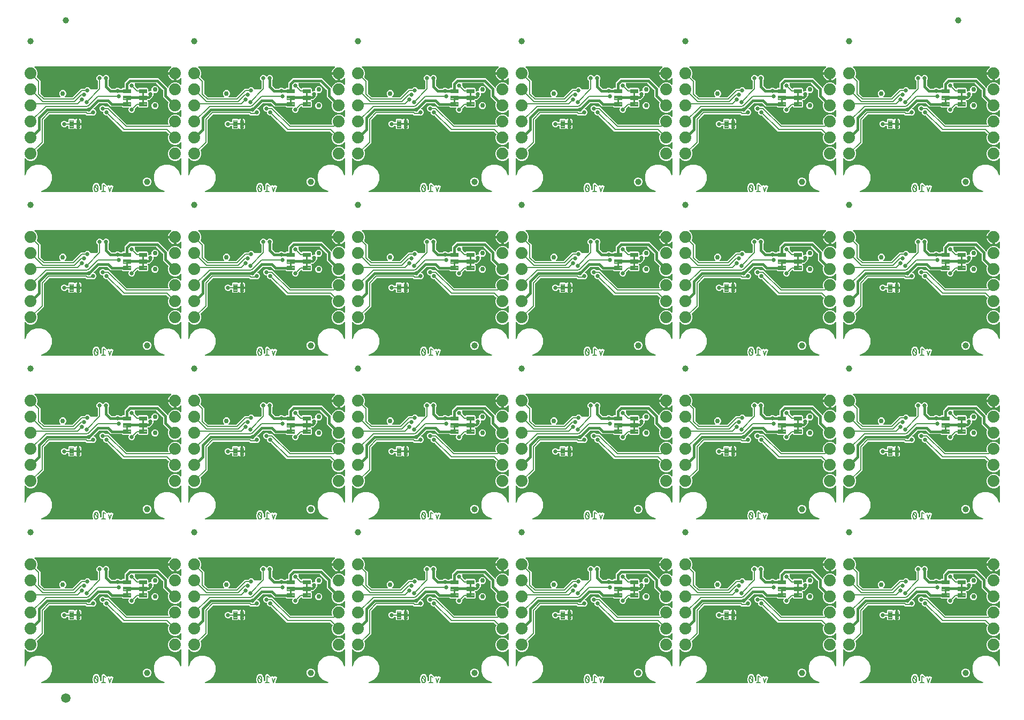
<source format=gbl>
G04 EAGLE Gerber RS-274X export*
G75*
%MOMM*%
%FSLAX34Y34*%
%LPD*%
%INBottom Copper*%
%IPPOS*%
%AMOC8*
5,1,8,0,0,1.08239X$1,22.5*%
G01*
%ADD10C,0.203200*%
%ADD11C,1.879600*%
%ADD12C,1.000000*%
%ADD13C,0.099059*%
%ADD14C,0.762000*%
%ADD15C,1.500000*%
%ADD16C,0.660400*%
%ADD17C,0.406400*%

G36*
X628887Y780035D02*
X628887Y780035D01*
X628890Y780035D01*
X629027Y780055D01*
X629165Y780075D01*
X629168Y780076D01*
X629171Y780076D01*
X629299Y780135D01*
X629424Y780191D01*
X629427Y780193D01*
X629430Y780194D01*
X629537Y780286D01*
X629641Y780374D01*
X629643Y780377D01*
X629646Y780379D01*
X629722Y780495D01*
X629799Y780611D01*
X629800Y780614D01*
X629802Y780617D01*
X629843Y780749D01*
X629885Y780882D01*
X629885Y780885D01*
X629886Y780889D01*
X629888Y781029D01*
X629892Y781166D01*
X629891Y781170D01*
X629891Y781173D01*
X629883Y781200D01*
X629820Y781441D01*
X629804Y781469D01*
X629796Y781495D01*
X628840Y783456D01*
X628840Y788804D01*
X629300Y789748D01*
X629466Y790089D01*
X629468Y790094D01*
X629471Y790099D01*
X629482Y790138D01*
X629554Y790359D01*
X629555Y790395D01*
X629563Y790422D01*
X629577Y790552D01*
X629588Y790561D01*
X629626Y790601D01*
X629671Y790635D01*
X629712Y790692D01*
X629782Y790768D01*
X629827Y790853D01*
X629866Y790908D01*
X629908Y790995D01*
X629930Y791063D01*
X629956Y791111D01*
X630398Y792401D01*
X632999Y794259D01*
X636196Y794259D01*
X638798Y792401D01*
X639240Y791111D01*
X639272Y791047D01*
X639287Y790995D01*
X640356Y788804D01*
X640356Y784491D01*
X640360Y784462D01*
X640358Y784432D01*
X640380Y784321D01*
X640396Y784209D01*
X640408Y784182D01*
X640414Y784154D01*
X640466Y784053D01*
X640512Y783950D01*
X640531Y783927D01*
X640545Y783901D01*
X640623Y783819D01*
X640696Y783733D01*
X640720Y783717D01*
X640740Y783695D01*
X640838Y783638D01*
X640932Y783575D01*
X640960Y783566D01*
X640986Y783552D01*
X641095Y783524D01*
X641203Y783490D01*
X641233Y783489D01*
X641261Y783482D01*
X641374Y783485D01*
X641488Y783482D01*
X641516Y783490D01*
X641545Y783491D01*
X641653Y783525D01*
X641763Y783554D01*
X641788Y783569D01*
X641816Y783578D01*
X641834Y783591D01*
X642218Y783591D01*
X642276Y783599D01*
X642334Y783597D01*
X642416Y783619D01*
X642499Y783631D01*
X642553Y783654D01*
X642609Y783669D01*
X642682Y783712D01*
X642759Y783747D01*
X642803Y783785D01*
X642854Y783814D01*
X642911Y783876D01*
X642976Y783930D01*
X643008Y783979D01*
X643048Y784022D01*
X643087Y784097D01*
X643133Y784167D01*
X643151Y784223D01*
X643178Y784275D01*
X643189Y784343D01*
X643219Y784438D01*
X643222Y784538D01*
X643233Y784606D01*
X643233Y791253D01*
X643226Y791303D01*
X643226Y791319D01*
X643225Y791325D01*
X643227Y791365D01*
X643118Y792347D01*
X643155Y792411D01*
X643163Y792441D01*
X643178Y792469D01*
X643191Y792547D01*
X643202Y792590D01*
X643903Y793291D01*
X643941Y793342D01*
X643977Y793375D01*
X644595Y794146D01*
X644666Y794165D01*
X644693Y794181D01*
X644723Y794190D01*
X644787Y794236D01*
X644826Y794259D01*
X645817Y794259D01*
X645880Y794268D01*
X645929Y794265D01*
X646911Y794374D01*
X646975Y794336D01*
X647005Y794329D01*
X647033Y794314D01*
X647111Y794301D01*
X647154Y794290D01*
X647855Y793589D01*
X647906Y793551D01*
X647939Y793514D01*
X651621Y790568D01*
X651666Y790542D01*
X651705Y790508D01*
X651788Y790470D01*
X651866Y790424D01*
X651916Y790411D01*
X651964Y790389D01*
X652053Y790375D01*
X652141Y790352D01*
X652193Y790354D01*
X652245Y790346D01*
X652316Y790357D01*
X652425Y790360D01*
X652512Y790388D01*
X652576Y790398D01*
X654159Y790925D01*
X655861Y790074D01*
X655877Y790069D01*
X655891Y790060D01*
X656012Y790024D01*
X656130Y789984D01*
X656147Y789983D01*
X656164Y789978D01*
X656290Y789977D01*
X656414Y789972D01*
X656431Y789976D01*
X656448Y789976D01*
X656516Y789997D01*
X656691Y790039D01*
X656732Y790063D01*
X656769Y790074D01*
X658471Y790925D01*
X660667Y790193D01*
X661703Y788122D01*
X659452Y781371D01*
X659438Y781293D01*
X659414Y781218D01*
X659413Y781154D01*
X659401Y781091D01*
X659409Y781013D01*
X659407Y780934D01*
X659423Y780872D01*
X659429Y780809D01*
X659459Y780735D01*
X659479Y780659D01*
X659511Y780604D01*
X659535Y780545D01*
X659584Y780482D01*
X659624Y780414D01*
X659670Y780371D01*
X659710Y780320D01*
X659774Y780274D01*
X659831Y780220D01*
X659888Y780191D01*
X659940Y780153D01*
X660014Y780126D01*
X660084Y780090D01*
X660139Y780081D01*
X660207Y780056D01*
X660339Y780048D01*
X660416Y780035D01*
X741802Y780035D01*
X741887Y780047D01*
X741973Y780049D01*
X742027Y780067D01*
X742083Y780075D01*
X742162Y780110D01*
X742244Y780136D01*
X742291Y780168D01*
X742343Y780191D01*
X742408Y780246D01*
X742480Y780294D01*
X742516Y780338D01*
X742560Y780374D01*
X742607Y780446D01*
X742663Y780512D01*
X742686Y780564D01*
X742717Y780611D01*
X742743Y780693D01*
X742778Y780772D01*
X742786Y780828D01*
X742803Y780882D01*
X742805Y780968D01*
X742817Y781053D01*
X742809Y781109D01*
X742810Y781166D01*
X742789Y781249D01*
X742776Y781334D01*
X742753Y781386D01*
X742739Y781441D01*
X742695Y781515D01*
X742659Y781594D01*
X742622Y781637D01*
X742593Y781686D01*
X742531Y781745D01*
X742475Y781810D01*
X742433Y781836D01*
X742386Y781880D01*
X742257Y781946D01*
X742190Y781988D01*
X734961Y784982D01*
X729102Y790841D01*
X725931Y798497D01*
X725931Y806783D01*
X729102Y814439D01*
X734961Y820298D01*
X742617Y823469D01*
X750903Y823469D01*
X758559Y820298D01*
X764418Y814439D01*
X767412Y807210D01*
X767456Y807136D01*
X767491Y807057D01*
X767528Y807014D01*
X767557Y806965D01*
X767619Y806906D01*
X767675Y806840D01*
X767722Y806809D01*
X767763Y806770D01*
X767840Y806730D01*
X767911Y806683D01*
X767965Y806665D01*
X768016Y806639D01*
X768100Y806623D01*
X768182Y806597D01*
X768239Y806595D01*
X768295Y806584D01*
X768380Y806592D01*
X768466Y806590D01*
X768521Y806604D01*
X768578Y806609D01*
X768658Y806640D01*
X768741Y806661D01*
X768790Y806690D01*
X768843Y806711D01*
X768912Y806763D01*
X768986Y806807D01*
X769025Y806848D01*
X769070Y806882D01*
X769122Y806951D01*
X769180Y807014D01*
X769206Y807065D01*
X769240Y807110D01*
X769271Y807191D01*
X769310Y807267D01*
X769318Y807316D01*
X769341Y807376D01*
X769352Y807521D01*
X769365Y807598D01*
X769365Y832388D01*
X769361Y832417D01*
X769364Y832446D01*
X769341Y832557D01*
X769325Y832669D01*
X769313Y832696D01*
X769308Y832725D01*
X769255Y832826D01*
X769209Y832929D01*
X769190Y832951D01*
X769177Y832977D01*
X769099Y833059D01*
X769026Y833146D01*
X769001Y833162D01*
X768981Y833183D01*
X768883Y833241D01*
X768789Y833303D01*
X768761Y833312D01*
X768736Y833327D01*
X768626Y833355D01*
X768518Y833389D01*
X768488Y833390D01*
X768460Y833397D01*
X768347Y833394D01*
X768234Y833397D01*
X768205Y833389D01*
X768176Y833388D01*
X768068Y833353D01*
X767959Y833325D01*
X767933Y833310D01*
X767905Y833301D01*
X767842Y833255D01*
X767714Y833179D01*
X767671Y833134D01*
X767632Y833106D01*
X765791Y831265D01*
X761683Y829563D01*
X757237Y829563D01*
X753129Y831265D01*
X749985Y834409D01*
X748283Y838517D01*
X748283Y842963D01*
X749985Y847071D01*
X753129Y850215D01*
X757237Y851917D01*
X761683Y851917D01*
X765791Y850215D01*
X767632Y848374D01*
X767656Y848356D01*
X767675Y848334D01*
X767769Y848271D01*
X767859Y848203D01*
X767887Y848193D01*
X767911Y848177D01*
X768019Y848142D01*
X768125Y848102D01*
X768154Y848100D01*
X768182Y848091D01*
X768296Y848088D01*
X768408Y848078D01*
X768437Y848084D01*
X768466Y848083D01*
X768576Y848112D01*
X768687Y848134D01*
X768713Y848148D01*
X768741Y848155D01*
X768839Y848213D01*
X768939Y848265D01*
X768961Y848286D01*
X768986Y848301D01*
X769063Y848383D01*
X769145Y848461D01*
X769160Y848486D01*
X769180Y848508D01*
X769232Y848609D01*
X769289Y848706D01*
X769296Y848735D01*
X769310Y848761D01*
X769323Y848838D01*
X769359Y848982D01*
X769357Y849044D01*
X769365Y849092D01*
X769365Y857788D01*
X769361Y857817D01*
X769364Y857846D01*
X769341Y857957D01*
X769325Y858069D01*
X769313Y858096D01*
X769308Y858125D01*
X769255Y858226D01*
X769209Y858329D01*
X769190Y858351D01*
X769177Y858377D01*
X769099Y858459D01*
X769026Y858546D01*
X769001Y858562D01*
X768981Y858583D01*
X768883Y858641D01*
X768789Y858703D01*
X768761Y858712D01*
X768736Y858727D01*
X768626Y858755D01*
X768518Y858789D01*
X768488Y858790D01*
X768460Y858797D01*
X768347Y858794D01*
X768234Y858797D01*
X768205Y858789D01*
X768176Y858788D01*
X768068Y858753D01*
X767959Y858725D01*
X767933Y858710D01*
X767905Y858701D01*
X767842Y858655D01*
X767714Y858579D01*
X767671Y858534D01*
X767632Y858506D01*
X765791Y856665D01*
X761683Y854963D01*
X757237Y854963D01*
X753129Y856665D01*
X749985Y859809D01*
X748283Y863917D01*
X748283Y868363D01*
X749488Y871273D01*
X749489Y871274D01*
X749490Y871276D01*
X749524Y871410D01*
X749559Y871548D01*
X749559Y871550D01*
X749560Y871551D01*
X749555Y871692D01*
X749551Y871832D01*
X749551Y871834D01*
X749551Y871835D01*
X749508Y871968D01*
X749465Y872103D01*
X749464Y872104D01*
X749463Y872106D01*
X749455Y872118D01*
X749306Y872339D01*
X749283Y872359D01*
X749268Y872379D01*
X745900Y875748D01*
X745830Y875800D01*
X745766Y875860D01*
X745717Y875886D01*
X745673Y875919D01*
X745591Y875950D01*
X745513Y875990D01*
X745465Y875998D01*
X745407Y876020D01*
X745259Y876032D01*
X745182Y876045D01*
X677276Y876045D01*
X652682Y900640D01*
X652612Y900692D01*
X652548Y900752D01*
X652499Y900778D01*
X652455Y900811D01*
X652373Y900842D01*
X652295Y900882D01*
X652247Y900890D01*
X652189Y900912D01*
X652041Y900924D01*
X651964Y900937D01*
X650245Y900937D01*
X648378Y901711D01*
X646949Y903140D01*
X646175Y905007D01*
X646175Y906356D01*
X646167Y906414D01*
X646169Y906472D01*
X646147Y906554D01*
X646135Y906638D01*
X646112Y906691D01*
X646097Y906747D01*
X646054Y906820D01*
X646019Y906897D01*
X645981Y906942D01*
X645952Y906992D01*
X645890Y907050D01*
X645836Y907114D01*
X645787Y907146D01*
X645744Y907186D01*
X645669Y907225D01*
X645599Y907272D01*
X645543Y907289D01*
X645491Y907316D01*
X645423Y907327D01*
X645328Y907357D01*
X645228Y907360D01*
X645160Y907371D01*
X643895Y907371D01*
X642028Y908145D01*
X640599Y909574D01*
X639825Y911441D01*
X639825Y913463D01*
X640599Y915330D01*
X642028Y916759D01*
X643895Y917533D01*
X645917Y917533D01*
X647784Y916759D01*
X648999Y915544D01*
X649069Y915492D01*
X649133Y915432D01*
X649182Y915406D01*
X649226Y915373D01*
X649308Y915342D01*
X649386Y915302D01*
X649434Y915294D01*
X649492Y915272D01*
X649640Y915260D01*
X649717Y915247D01*
X654616Y915247D01*
X682850Y887012D01*
X682920Y886960D01*
X682984Y886900D01*
X683033Y886874D01*
X683077Y886841D01*
X683159Y886810D01*
X683237Y886770D01*
X683285Y886762D01*
X683343Y886740D01*
X683491Y886728D01*
X683568Y886715D01*
X747842Y886715D01*
X747955Y886731D01*
X748070Y886741D01*
X748096Y886751D01*
X748123Y886755D01*
X748228Y886802D01*
X748335Y886843D01*
X748357Y886859D01*
X748383Y886871D01*
X748470Y886945D01*
X748562Y887014D01*
X748578Y887037D01*
X748600Y887054D01*
X748663Y887150D01*
X748732Y887242D01*
X748742Y887268D01*
X748757Y887291D01*
X748792Y887401D01*
X748832Y887508D01*
X748835Y887536D01*
X748843Y887562D01*
X748846Y887677D01*
X748855Y887791D01*
X748849Y887816D01*
X748850Y887846D01*
X748783Y888103D01*
X748780Y888119D01*
X748283Y889317D01*
X748283Y893763D01*
X749985Y897871D01*
X753129Y901015D01*
X757237Y902717D01*
X761683Y902717D01*
X765791Y901015D01*
X767632Y899174D01*
X767656Y899156D01*
X767675Y899134D01*
X767769Y899071D01*
X767859Y899003D01*
X767887Y898993D01*
X767911Y898977D01*
X768019Y898942D01*
X768125Y898902D01*
X768154Y898900D01*
X768182Y898891D01*
X768296Y898888D01*
X768408Y898878D01*
X768437Y898884D01*
X768466Y898883D01*
X768576Y898912D01*
X768687Y898934D01*
X768713Y898948D01*
X768741Y898955D01*
X768839Y899013D01*
X768939Y899065D01*
X768961Y899086D01*
X768986Y899101D01*
X769063Y899183D01*
X769145Y899261D01*
X769160Y899286D01*
X769180Y899308D01*
X769232Y899409D01*
X769289Y899506D01*
X769296Y899535D01*
X769310Y899561D01*
X769323Y899638D01*
X769359Y899782D01*
X769357Y899844D01*
X769365Y899892D01*
X769365Y908588D01*
X769361Y908617D01*
X769364Y908646D01*
X769341Y908757D01*
X769325Y908869D01*
X769313Y908896D01*
X769308Y908925D01*
X769255Y909026D01*
X769209Y909129D01*
X769190Y909151D01*
X769177Y909177D01*
X769099Y909259D01*
X769026Y909346D01*
X769001Y909362D01*
X768981Y909383D01*
X768883Y909441D01*
X768789Y909503D01*
X768761Y909512D01*
X768736Y909527D01*
X768626Y909555D01*
X768518Y909589D01*
X768488Y909590D01*
X768460Y909597D01*
X768347Y909594D01*
X768234Y909597D01*
X768205Y909589D01*
X768176Y909588D01*
X768068Y909553D01*
X767959Y909525D01*
X767933Y909510D01*
X767905Y909501D01*
X767842Y909455D01*
X767714Y909379D01*
X767671Y909334D01*
X767632Y909306D01*
X765791Y907465D01*
X761683Y905763D01*
X757237Y905763D01*
X753129Y907465D01*
X749985Y910609D01*
X748283Y914717D01*
X748283Y919163D01*
X749068Y921057D01*
X749068Y921058D01*
X749069Y921060D01*
X749103Y921193D01*
X749139Y921332D01*
X749139Y921334D01*
X749139Y921335D01*
X749134Y921476D01*
X749130Y921616D01*
X749130Y921618D01*
X749130Y921619D01*
X749086Y921754D01*
X749044Y921887D01*
X749043Y921888D01*
X749042Y921890D01*
X749034Y921902D01*
X748886Y922123D01*
X748862Y922143D01*
X748848Y922163D01*
X742939Y928072D01*
X740409Y930602D01*
X740409Y941103D01*
X740397Y941190D01*
X740394Y941277D01*
X740377Y941330D01*
X740369Y941385D01*
X740334Y941464D01*
X740307Y941548D01*
X740279Y941587D01*
X740253Y941644D01*
X740157Y941757D01*
X740112Y941821D01*
X729731Y952202D01*
X729661Y952254D01*
X729597Y952314D01*
X729548Y952340D01*
X729504Y952373D01*
X729422Y952404D01*
X729344Y952444D01*
X729297Y952452D01*
X729238Y952474D01*
X729090Y952486D01*
X729013Y952499D01*
X696321Y952499D01*
X696207Y952483D01*
X696093Y952473D01*
X696067Y952463D01*
X696039Y952459D01*
X695935Y952412D01*
X695827Y952371D01*
X695805Y952355D01*
X695780Y952343D01*
X695692Y952269D01*
X695601Y952200D01*
X695584Y952177D01*
X695563Y952160D01*
X695499Y952064D01*
X695431Y951972D01*
X695421Y951946D01*
X695405Y951923D01*
X695371Y951813D01*
X695330Y951706D01*
X695328Y951678D01*
X695320Y951652D01*
X695317Y951537D01*
X695308Y951423D01*
X695313Y951398D01*
X695312Y951368D01*
X695379Y951111D01*
X695383Y951095D01*
X695961Y949701D01*
X695961Y947982D01*
X695973Y947896D01*
X695976Y947808D01*
X695993Y947755D01*
X696001Y947701D01*
X696036Y947621D01*
X696063Y947538D01*
X696091Y947498D01*
X696117Y947441D01*
X696213Y947328D01*
X696258Y947264D01*
X699408Y944115D01*
X699454Y944080D01*
X699495Y944037D01*
X699567Y943995D01*
X699635Y943944D01*
X699689Y943923D01*
X699740Y943893D01*
X699822Y943873D01*
X699900Y943843D01*
X699959Y943838D01*
X700015Y943823D01*
X700100Y943826D01*
X700184Y943819D01*
X700241Y943831D01*
X700300Y943832D01*
X700380Y943858D01*
X700462Y943875D01*
X700514Y943902D01*
X700570Y943920D01*
X700626Y943960D01*
X700715Y944006D01*
X700787Y944075D01*
X700843Y944115D01*
X701863Y945135D01*
X715457Y945135D01*
X716789Y943803D01*
X716789Y940371D01*
X716805Y940258D01*
X716815Y940143D01*
X716825Y940117D01*
X716829Y940090D01*
X716876Y939985D01*
X716917Y939878D01*
X716933Y939856D01*
X716945Y939830D01*
X717019Y939743D01*
X717088Y939651D01*
X717111Y939635D01*
X717128Y939613D01*
X717224Y939550D01*
X717316Y939481D01*
X717342Y939471D01*
X717365Y939456D01*
X717475Y939421D01*
X717582Y939381D01*
X717610Y939378D01*
X717636Y939370D01*
X717751Y939367D01*
X717865Y939358D01*
X717890Y939364D01*
X717920Y939363D01*
X718177Y939430D01*
X718193Y939433D01*
X719079Y939801D01*
X721193Y939801D01*
X721307Y939817D01*
X721421Y939827D01*
X721447Y939837D01*
X721475Y939841D01*
X721580Y939888D01*
X721687Y939929D01*
X721709Y939945D01*
X721734Y939957D01*
X721822Y940031D01*
X721913Y940100D01*
X721930Y940123D01*
X721951Y940140D01*
X722015Y940236D01*
X722084Y940328D01*
X722093Y940354D01*
X722109Y940377D01*
X722143Y940487D01*
X722184Y940594D01*
X722186Y940622D01*
X722194Y940648D01*
X722197Y940763D01*
X722207Y940877D01*
X722201Y940902D01*
X722202Y940932D01*
X722135Y941190D01*
X722131Y941205D01*
X722121Y941228D01*
X722121Y943452D01*
X722972Y945506D01*
X724544Y947078D01*
X726598Y947929D01*
X728822Y947929D01*
X730876Y947078D01*
X732448Y945506D01*
X733299Y943452D01*
X733299Y941228D01*
X732448Y939174D01*
X730876Y937602D01*
X728822Y936751D01*
X726598Y936751D01*
X726575Y936761D01*
X726463Y936790D01*
X726354Y936824D01*
X726326Y936825D01*
X726299Y936832D01*
X726184Y936829D01*
X726070Y936832D01*
X726043Y936825D01*
X726015Y936824D01*
X725905Y936789D01*
X725795Y936760D01*
X725771Y936746D01*
X725744Y936737D01*
X725649Y936673D01*
X725550Y936615D01*
X725531Y936594D01*
X725508Y936579D01*
X725434Y936491D01*
X725356Y936407D01*
X725343Y936383D01*
X725325Y936361D01*
X725279Y936257D01*
X725226Y936154D01*
X725222Y936130D01*
X725210Y936102D01*
X725173Y935838D01*
X725171Y935823D01*
X725171Y933709D01*
X724397Y931842D01*
X724198Y931643D01*
X724146Y931573D01*
X724086Y931509D01*
X724060Y931460D01*
X724027Y931416D01*
X723996Y931334D01*
X723956Y931256D01*
X723948Y931208D01*
X723926Y931150D01*
X723914Y931002D01*
X723901Y930925D01*
X723901Y930602D01*
X719128Y925829D01*
X717147Y925829D01*
X717061Y925817D01*
X716973Y925814D01*
X716920Y925797D01*
X716866Y925789D01*
X716786Y925754D01*
X716703Y925727D01*
X716663Y925699D01*
X716606Y925673D01*
X716493Y925577D01*
X716429Y925532D01*
X716048Y925151D01*
X716013Y925104D01*
X715971Y925064D01*
X715928Y924991D01*
X715877Y924924D01*
X715856Y924869D01*
X715827Y924819D01*
X715806Y924737D01*
X715776Y924658D01*
X715771Y924600D01*
X715757Y924543D01*
X715760Y924459D01*
X715753Y924375D01*
X715764Y924317D01*
X715766Y924259D01*
X715792Y924179D01*
X715808Y924096D01*
X715835Y924044D01*
X715853Y923988D01*
X715893Y923932D01*
X715939Y923844D01*
X716008Y923771D01*
X716048Y923715D01*
X716789Y922975D01*
X716789Y915477D01*
X715457Y914145D01*
X701863Y914145D01*
X700843Y915165D01*
X700797Y915200D01*
X700756Y915243D01*
X700683Y915285D01*
X700616Y915336D01*
X700562Y915357D01*
X700511Y915387D01*
X700429Y915407D01*
X700351Y915437D01*
X700292Y915442D01*
X700236Y915457D01*
X700151Y915454D01*
X700067Y915461D01*
X700010Y915449D01*
X699951Y915448D01*
X699871Y915422D01*
X699788Y915405D01*
X699737Y915378D01*
X699681Y915360D01*
X699625Y915320D01*
X699536Y915274D01*
X699464Y915205D01*
X699408Y915165D01*
X696258Y912016D01*
X696206Y911946D01*
X696146Y911882D01*
X696120Y911833D01*
X696087Y911789D01*
X696056Y911707D01*
X696016Y911629D01*
X696008Y911581D01*
X695986Y911523D01*
X695974Y911375D01*
X695961Y911298D01*
X695961Y909579D01*
X695187Y907712D01*
X693758Y906283D01*
X691891Y905509D01*
X689869Y905509D01*
X688002Y906283D01*
X686573Y907712D01*
X685799Y909579D01*
X685799Y911601D01*
X686272Y912741D01*
X686300Y912853D01*
X686335Y912962D01*
X686336Y912990D01*
X686343Y913017D01*
X686340Y913131D01*
X686342Y913246D01*
X686335Y913273D01*
X686335Y913301D01*
X686300Y913410D01*
X686271Y913521D01*
X686256Y913545D01*
X686248Y913572D01*
X686184Y913667D01*
X686125Y913766D01*
X686105Y913785D01*
X686090Y913808D01*
X686002Y913882D01*
X685918Y913960D01*
X685893Y913973D01*
X685872Y913991D01*
X685767Y914037D01*
X685665Y914090D01*
X685640Y914094D01*
X685612Y914106D01*
X685349Y914143D01*
X685334Y914145D01*
X676463Y914145D01*
X675491Y915118D01*
X675421Y915170D01*
X675357Y915230D01*
X675308Y915256D01*
X675264Y915289D01*
X675182Y915320D01*
X675104Y915360D01*
X675056Y915368D01*
X674998Y915390D01*
X674850Y915402D01*
X674773Y915415D01*
X657552Y915415D01*
X652261Y920706D01*
X652191Y920758D01*
X652127Y920818D01*
X652078Y920844D01*
X652034Y920877D01*
X651952Y920908D01*
X651874Y920948D01*
X651827Y920956D01*
X651768Y920978D01*
X651620Y920990D01*
X651543Y921003D01*
X639549Y921003D01*
X639462Y920991D01*
X639375Y920988D01*
X639322Y920971D01*
X639267Y920963D01*
X639188Y920928D01*
X639104Y920901D01*
X639065Y920873D01*
X639008Y920847D01*
X638895Y920751D01*
X638831Y920706D01*
X630978Y912853D01*
X630909Y912761D01*
X630835Y912673D01*
X630824Y912648D01*
X630807Y912625D01*
X630766Y912518D01*
X630719Y912413D01*
X630716Y912386D01*
X630706Y912360D01*
X630696Y912245D01*
X630680Y912132D01*
X630684Y912104D01*
X630682Y912076D01*
X630705Y911964D01*
X630721Y911850D01*
X630733Y911825D01*
X630738Y911798D01*
X630791Y911696D01*
X630838Y911591D01*
X630856Y911570D01*
X630869Y911545D01*
X630948Y911462D01*
X631023Y911375D01*
X631044Y911362D01*
X631065Y911339D01*
X631294Y911205D01*
X631307Y911197D01*
X632798Y910579D01*
X634227Y909150D01*
X635001Y907283D01*
X635001Y905261D01*
X634227Y903394D01*
X632798Y901965D01*
X630931Y901191D01*
X628909Y901191D01*
X628483Y901368D01*
X628453Y901376D01*
X628425Y901390D01*
X628348Y901403D01*
X628207Y901439D01*
X628143Y901437D01*
X628094Y901445D01*
X618881Y901445D01*
X617401Y902926D01*
X617331Y902978D01*
X617267Y903038D01*
X617218Y903064D01*
X617173Y903097D01*
X617092Y903128D01*
X617014Y903168D01*
X616966Y903176D01*
X616908Y903198D01*
X616760Y903210D01*
X616683Y903223D01*
X560886Y903223D01*
X560800Y903211D01*
X560712Y903208D01*
X560659Y903191D01*
X560605Y903183D01*
X560525Y903148D01*
X560442Y903121D01*
X560402Y903093D01*
X560345Y903067D01*
X560232Y902971D01*
X560168Y902926D01*
X551986Y894744D01*
X551934Y894674D01*
X551874Y894610D01*
X551848Y894561D01*
X551815Y894517D01*
X551784Y894435D01*
X551744Y894357D01*
X551736Y894309D01*
X551714Y894251D01*
X551702Y894103D01*
X551689Y894026D01*
X551689Y857616D01*
X549754Y855682D01*
X541052Y846979D01*
X541051Y846978D01*
X541049Y846977D01*
X540967Y846867D01*
X540881Y846752D01*
X540880Y846751D01*
X540879Y846749D01*
X540829Y846617D01*
X540779Y846486D01*
X540779Y846485D01*
X540779Y846483D01*
X540767Y846339D01*
X540756Y846203D01*
X540756Y846202D01*
X540756Y846200D01*
X540760Y846184D01*
X540812Y845924D01*
X540826Y845897D01*
X540832Y845873D01*
X542037Y842963D01*
X542037Y838517D01*
X540335Y834409D01*
X537191Y831265D01*
X533083Y829563D01*
X528637Y829563D01*
X524529Y831265D01*
X522688Y833106D01*
X522664Y833124D01*
X522645Y833146D01*
X522551Y833209D01*
X522461Y833277D01*
X522433Y833287D01*
X522409Y833303D01*
X522301Y833338D01*
X522195Y833378D01*
X522166Y833380D01*
X522138Y833389D01*
X522024Y833392D01*
X521912Y833402D01*
X521883Y833396D01*
X521854Y833397D01*
X521744Y833368D01*
X521633Y833346D01*
X521607Y833332D01*
X521579Y833325D01*
X521481Y833267D01*
X521381Y833215D01*
X521359Y833194D01*
X521334Y833179D01*
X521257Y833097D01*
X521175Y833019D01*
X521160Y832994D01*
X521140Y832972D01*
X521088Y832871D01*
X521031Y832774D01*
X521024Y832745D01*
X521010Y832719D01*
X520997Y832642D01*
X520961Y832498D01*
X520963Y832436D01*
X520955Y832388D01*
X520955Y807598D01*
X520967Y807513D01*
X520969Y807427D01*
X520987Y807373D01*
X520995Y807317D01*
X521030Y807238D01*
X521056Y807156D01*
X521088Y807109D01*
X521111Y807057D01*
X521166Y806992D01*
X521214Y806920D01*
X521258Y806884D01*
X521294Y806840D01*
X521366Y806793D01*
X521432Y806737D01*
X521484Y806714D01*
X521531Y806683D01*
X521613Y806657D01*
X521692Y806622D01*
X521748Y806614D01*
X521802Y806597D01*
X521888Y806595D01*
X521973Y806583D01*
X522029Y806591D01*
X522086Y806590D01*
X522169Y806611D01*
X522254Y806624D01*
X522306Y806647D01*
X522361Y806661D01*
X522435Y806705D01*
X522514Y806741D01*
X522557Y806778D01*
X522606Y806807D01*
X522665Y806869D01*
X522730Y806925D01*
X522756Y806967D01*
X522800Y807014D01*
X522866Y807143D01*
X522908Y807210D01*
X525902Y814439D01*
X531761Y820298D01*
X539417Y823469D01*
X547703Y823469D01*
X555359Y820298D01*
X561218Y814439D01*
X564389Y806783D01*
X564389Y798497D01*
X561218Y790841D01*
X555359Y784982D01*
X548130Y781988D01*
X548056Y781944D01*
X547977Y781909D01*
X547934Y781872D01*
X547885Y781843D01*
X547826Y781781D01*
X547760Y781725D01*
X547729Y781678D01*
X547690Y781637D01*
X547650Y781560D01*
X547603Y781489D01*
X547585Y781435D01*
X547559Y781384D01*
X547543Y781300D01*
X547517Y781218D01*
X547515Y781161D01*
X547504Y781105D01*
X547512Y781020D01*
X547510Y780934D01*
X547524Y780879D01*
X547529Y780822D01*
X547560Y780742D01*
X547581Y780659D01*
X547610Y780610D01*
X547631Y780557D01*
X547683Y780488D01*
X547727Y780414D01*
X547768Y780375D01*
X547802Y780330D01*
X547871Y780278D01*
X547934Y780220D01*
X547985Y780194D01*
X548030Y780160D01*
X548111Y780129D01*
X548187Y780090D01*
X548236Y780082D01*
X548296Y780059D01*
X548441Y780048D01*
X548518Y780035D01*
X628883Y780035D01*
X628887Y780035D01*
G37*
G36*
X369807Y520955D02*
X369807Y520955D01*
X369810Y520955D01*
X369946Y520975D01*
X370085Y520995D01*
X370088Y520996D01*
X370091Y520996D01*
X370218Y521054D01*
X370344Y521111D01*
X370347Y521113D01*
X370350Y521114D01*
X370456Y521205D01*
X370561Y521294D01*
X370563Y521297D01*
X370566Y521299D01*
X370642Y521415D01*
X370719Y521531D01*
X370720Y521534D01*
X370722Y521537D01*
X370763Y521669D01*
X370805Y521802D01*
X370805Y521805D01*
X370806Y521809D01*
X370808Y521949D01*
X370812Y522086D01*
X370811Y522090D01*
X370811Y522093D01*
X370803Y522120D01*
X370740Y522361D01*
X370724Y522389D01*
X370716Y522415D01*
X369760Y524376D01*
X369760Y529724D01*
X370220Y530668D01*
X370386Y531009D01*
X370388Y531014D01*
X370391Y531019D01*
X370402Y531058D01*
X370474Y531279D01*
X370475Y531315D01*
X370483Y531342D01*
X370497Y531472D01*
X370507Y531481D01*
X370546Y531521D01*
X370591Y531555D01*
X370632Y531612D01*
X370702Y531687D01*
X370747Y531773D01*
X370786Y531828D01*
X370828Y531915D01*
X370850Y531983D01*
X370876Y532031D01*
X371318Y533321D01*
X373919Y535179D01*
X377116Y535179D01*
X379718Y533321D01*
X380160Y532031D01*
X380192Y531967D01*
X380207Y531915D01*
X381276Y529724D01*
X381276Y525411D01*
X381280Y525382D01*
X381278Y525352D01*
X381300Y525241D01*
X381316Y525129D01*
X381328Y525102D01*
X381334Y525074D01*
X381386Y524973D01*
X381432Y524870D01*
X381451Y524847D01*
X381465Y524821D01*
X381543Y524739D01*
X381616Y524653D01*
X381640Y524637D01*
X381660Y524615D01*
X381758Y524558D01*
X381852Y524495D01*
X381880Y524486D01*
X381906Y524472D01*
X382015Y524444D01*
X382123Y524410D01*
X382153Y524409D01*
X382181Y524402D01*
X382294Y524405D01*
X382408Y524402D01*
X382436Y524410D01*
X382465Y524411D01*
X382573Y524445D01*
X382683Y524474D01*
X382708Y524489D01*
X382736Y524498D01*
X382754Y524511D01*
X383138Y524511D01*
X383196Y524519D01*
X383254Y524517D01*
X383336Y524539D01*
X383419Y524551D01*
X383473Y524574D01*
X383529Y524589D01*
X383602Y524632D01*
X383679Y524667D01*
X383723Y524705D01*
X383774Y524734D01*
X383831Y524796D01*
X383896Y524850D01*
X383928Y524899D01*
X383968Y524942D01*
X384007Y525017D01*
X384053Y525087D01*
X384071Y525143D01*
X384098Y525195D01*
X384109Y525263D01*
X384139Y525358D01*
X384142Y525458D01*
X384153Y525526D01*
X384153Y532173D01*
X384146Y532223D01*
X384146Y532239D01*
X384145Y532245D01*
X384147Y532285D01*
X384038Y533267D01*
X384075Y533331D01*
X384083Y533361D01*
X384098Y533389D01*
X384111Y533467D01*
X384122Y533510D01*
X384823Y534211D01*
X384861Y534262D01*
X384897Y534295D01*
X385515Y535066D01*
X385586Y535085D01*
X385613Y535101D01*
X385643Y535110D01*
X385707Y535156D01*
X385746Y535179D01*
X386737Y535179D01*
X386800Y535188D01*
X386849Y535185D01*
X387831Y535294D01*
X387895Y535256D01*
X387925Y535249D01*
X387953Y535234D01*
X388031Y535221D01*
X388074Y535210D01*
X388775Y534509D01*
X388826Y534471D01*
X388859Y534434D01*
X392541Y531488D01*
X392586Y531462D01*
X392625Y531428D01*
X392708Y531390D01*
X392786Y531344D01*
X392836Y531331D01*
X392884Y531309D01*
X392973Y531295D01*
X393061Y531272D01*
X393113Y531274D01*
X393165Y531266D01*
X393236Y531277D01*
X393345Y531280D01*
X393432Y531308D01*
X393496Y531318D01*
X395079Y531845D01*
X396781Y530994D01*
X396797Y530989D01*
X396811Y530980D01*
X396932Y530944D01*
X397050Y530904D01*
X397067Y530903D01*
X397084Y530898D01*
X397210Y530897D01*
X397334Y530892D01*
X397351Y530896D01*
X397368Y530896D01*
X397436Y530917D01*
X397611Y530959D01*
X397652Y530983D01*
X397689Y530994D01*
X399391Y531845D01*
X401587Y531113D01*
X402623Y529042D01*
X400372Y522291D01*
X400358Y522213D01*
X400334Y522138D01*
X400333Y522074D01*
X400321Y522011D01*
X400329Y521933D01*
X400327Y521854D01*
X400343Y521792D01*
X400349Y521729D01*
X400379Y521655D01*
X400399Y521579D01*
X400431Y521524D01*
X400455Y521465D01*
X400504Y521402D01*
X400544Y521334D01*
X400590Y521291D01*
X400630Y521240D01*
X400694Y521194D01*
X400751Y521140D01*
X400808Y521111D01*
X400860Y521073D01*
X400934Y521046D01*
X401004Y521010D01*
X401059Y521001D01*
X401127Y520976D01*
X401259Y520968D01*
X401336Y520955D01*
X482722Y520955D01*
X482807Y520967D01*
X482893Y520969D01*
X482947Y520987D01*
X483003Y520995D01*
X483082Y521030D01*
X483164Y521056D01*
X483211Y521088D01*
X483263Y521111D01*
X483328Y521166D01*
X483400Y521214D01*
X483436Y521258D01*
X483480Y521294D01*
X483527Y521366D01*
X483583Y521432D01*
X483606Y521484D01*
X483637Y521531D01*
X483663Y521613D01*
X483698Y521692D01*
X483706Y521748D01*
X483723Y521802D01*
X483725Y521888D01*
X483737Y521973D01*
X483729Y522029D01*
X483730Y522086D01*
X483709Y522169D01*
X483696Y522254D01*
X483673Y522306D01*
X483659Y522361D01*
X483615Y522435D01*
X483579Y522514D01*
X483542Y522557D01*
X483513Y522606D01*
X483451Y522665D01*
X483395Y522730D01*
X483353Y522756D01*
X483306Y522800D01*
X483177Y522866D01*
X483110Y522908D01*
X475881Y525902D01*
X470022Y531761D01*
X466851Y539417D01*
X466851Y547703D01*
X470022Y555359D01*
X475881Y561218D01*
X483537Y564389D01*
X491823Y564389D01*
X499479Y561218D01*
X505338Y555359D01*
X508332Y548130D01*
X508376Y548056D01*
X508411Y547977D01*
X508448Y547934D01*
X508477Y547885D01*
X508539Y547826D01*
X508595Y547760D01*
X508642Y547729D01*
X508683Y547690D01*
X508760Y547650D01*
X508831Y547603D01*
X508885Y547585D01*
X508936Y547559D01*
X509020Y547543D01*
X509102Y547517D01*
X509159Y547515D01*
X509215Y547504D01*
X509300Y547512D01*
X509386Y547510D01*
X509441Y547524D01*
X509498Y547529D01*
X509578Y547560D01*
X509661Y547581D01*
X509710Y547610D01*
X509763Y547631D01*
X509832Y547683D01*
X509906Y547727D01*
X509945Y547768D01*
X509990Y547802D01*
X510042Y547871D01*
X510100Y547934D01*
X510126Y547985D01*
X510160Y548030D01*
X510191Y548111D01*
X510230Y548187D01*
X510238Y548236D01*
X510261Y548296D01*
X510272Y548441D01*
X510285Y548518D01*
X510285Y573308D01*
X510281Y573337D01*
X510284Y573366D01*
X510261Y573477D01*
X510245Y573589D01*
X510233Y573616D01*
X510228Y573645D01*
X510175Y573746D01*
X510129Y573849D01*
X510110Y573871D01*
X510097Y573897D01*
X510019Y573979D01*
X509946Y574066D01*
X509921Y574082D01*
X509901Y574103D01*
X509803Y574161D01*
X509709Y574223D01*
X509681Y574232D01*
X509656Y574247D01*
X509546Y574275D01*
X509438Y574309D01*
X509408Y574310D01*
X509380Y574317D01*
X509267Y574314D01*
X509154Y574317D01*
X509125Y574309D01*
X509096Y574308D01*
X508988Y574273D01*
X508879Y574245D01*
X508853Y574230D01*
X508825Y574221D01*
X508762Y574175D01*
X508634Y574099D01*
X508591Y574054D01*
X508552Y574026D01*
X506711Y572185D01*
X502603Y570483D01*
X498157Y570483D01*
X494049Y572185D01*
X490905Y575329D01*
X489203Y579437D01*
X489203Y583883D01*
X490905Y587991D01*
X494049Y591135D01*
X498157Y592837D01*
X502603Y592837D01*
X506711Y591135D01*
X508552Y589294D01*
X508576Y589276D01*
X508595Y589254D01*
X508689Y589191D01*
X508779Y589123D01*
X508807Y589113D01*
X508831Y589097D01*
X508939Y589062D01*
X509045Y589022D01*
X509074Y589020D01*
X509102Y589011D01*
X509216Y589008D01*
X509328Y588998D01*
X509357Y589004D01*
X509386Y589003D01*
X509496Y589032D01*
X509607Y589054D01*
X509633Y589068D01*
X509661Y589075D01*
X509759Y589133D01*
X509859Y589185D01*
X509881Y589206D01*
X509906Y589221D01*
X509983Y589303D01*
X510065Y589381D01*
X510080Y589406D01*
X510100Y589428D01*
X510152Y589529D01*
X510209Y589626D01*
X510216Y589655D01*
X510230Y589681D01*
X510243Y589758D01*
X510279Y589902D01*
X510277Y589964D01*
X510285Y590012D01*
X510285Y598708D01*
X510281Y598737D01*
X510284Y598766D01*
X510261Y598877D01*
X510245Y598989D01*
X510233Y599016D01*
X510228Y599045D01*
X510175Y599146D01*
X510129Y599249D01*
X510110Y599271D01*
X510097Y599297D01*
X510019Y599379D01*
X509946Y599466D01*
X509921Y599482D01*
X509901Y599503D01*
X509803Y599561D01*
X509709Y599623D01*
X509681Y599632D01*
X509656Y599647D01*
X509546Y599675D01*
X509438Y599709D01*
X509408Y599710D01*
X509380Y599717D01*
X509267Y599714D01*
X509154Y599717D01*
X509125Y599709D01*
X509096Y599708D01*
X508988Y599673D01*
X508879Y599645D01*
X508853Y599630D01*
X508825Y599621D01*
X508762Y599575D01*
X508634Y599499D01*
X508591Y599454D01*
X508552Y599426D01*
X506711Y597585D01*
X502603Y595883D01*
X498157Y595883D01*
X494049Y597585D01*
X490905Y600729D01*
X489203Y604837D01*
X489203Y609283D01*
X490408Y612193D01*
X490409Y612194D01*
X490410Y612196D01*
X490444Y612330D01*
X490479Y612468D01*
X490479Y612470D01*
X490480Y612471D01*
X490475Y612612D01*
X490471Y612752D01*
X490471Y612754D01*
X490471Y612755D01*
X490428Y612888D01*
X490385Y613023D01*
X490384Y613024D01*
X490383Y613026D01*
X490375Y613038D01*
X490226Y613259D01*
X490203Y613279D01*
X490188Y613299D01*
X486820Y616668D01*
X486750Y616720D01*
X486686Y616780D01*
X486637Y616806D01*
X486593Y616839D01*
X486511Y616870D01*
X486433Y616910D01*
X486385Y616918D01*
X486327Y616940D01*
X486179Y616952D01*
X486102Y616965D01*
X418196Y616965D01*
X393602Y641560D01*
X393532Y641612D01*
X393468Y641672D01*
X393419Y641698D01*
X393375Y641731D01*
X393293Y641762D01*
X393215Y641802D01*
X393167Y641810D01*
X393109Y641832D01*
X392961Y641844D01*
X392884Y641857D01*
X391165Y641857D01*
X389298Y642631D01*
X387869Y644060D01*
X387095Y645927D01*
X387095Y647276D01*
X387087Y647334D01*
X387089Y647392D01*
X387067Y647474D01*
X387055Y647558D01*
X387032Y647611D01*
X387017Y647667D01*
X386974Y647740D01*
X386939Y647817D01*
X386901Y647862D01*
X386872Y647912D01*
X386810Y647970D01*
X386756Y648034D01*
X386707Y648066D01*
X386664Y648106D01*
X386589Y648145D01*
X386519Y648192D01*
X386463Y648209D01*
X386411Y648236D01*
X386343Y648247D01*
X386248Y648277D01*
X386148Y648280D01*
X386080Y648291D01*
X384815Y648291D01*
X382948Y649065D01*
X381519Y650494D01*
X380745Y652361D01*
X380745Y654383D01*
X381519Y656250D01*
X382948Y657679D01*
X384815Y658453D01*
X386837Y658453D01*
X388704Y657679D01*
X389919Y656464D01*
X389989Y656412D01*
X390053Y656352D01*
X390102Y656326D01*
X390146Y656293D01*
X390228Y656262D01*
X390306Y656222D01*
X390354Y656214D01*
X390412Y656192D01*
X390560Y656180D01*
X390637Y656167D01*
X395536Y656167D01*
X423770Y627932D01*
X423840Y627880D01*
X423904Y627820D01*
X423953Y627794D01*
X423997Y627761D01*
X424079Y627730D01*
X424157Y627690D01*
X424205Y627682D01*
X424263Y627660D01*
X424411Y627648D01*
X424488Y627635D01*
X488762Y627635D01*
X488875Y627651D01*
X488990Y627661D01*
X489016Y627671D01*
X489043Y627675D01*
X489148Y627722D01*
X489255Y627763D01*
X489277Y627779D01*
X489303Y627791D01*
X489390Y627865D01*
X489482Y627934D01*
X489498Y627957D01*
X489520Y627974D01*
X489583Y628070D01*
X489652Y628162D01*
X489662Y628188D01*
X489677Y628211D01*
X489712Y628321D01*
X489752Y628428D01*
X489755Y628456D01*
X489763Y628482D01*
X489766Y628597D01*
X489775Y628711D01*
X489769Y628736D01*
X489770Y628766D01*
X489703Y629023D01*
X489700Y629039D01*
X489203Y630237D01*
X489203Y634683D01*
X490905Y638791D01*
X494049Y641935D01*
X498157Y643637D01*
X502603Y643637D01*
X506711Y641935D01*
X508552Y640094D01*
X508576Y640076D01*
X508595Y640054D01*
X508689Y639991D01*
X508779Y639923D01*
X508807Y639913D01*
X508831Y639897D01*
X508939Y639862D01*
X509045Y639822D01*
X509074Y639820D01*
X509102Y639811D01*
X509216Y639808D01*
X509328Y639798D01*
X509357Y639804D01*
X509386Y639803D01*
X509496Y639832D01*
X509607Y639854D01*
X509633Y639868D01*
X509661Y639875D01*
X509759Y639933D01*
X509859Y639985D01*
X509881Y640006D01*
X509906Y640021D01*
X509983Y640103D01*
X510065Y640181D01*
X510080Y640206D01*
X510100Y640228D01*
X510152Y640329D01*
X510209Y640426D01*
X510216Y640455D01*
X510230Y640481D01*
X510243Y640558D01*
X510279Y640702D01*
X510277Y640764D01*
X510285Y640812D01*
X510285Y649508D01*
X510281Y649537D01*
X510284Y649566D01*
X510261Y649677D01*
X510245Y649789D01*
X510233Y649816D01*
X510228Y649845D01*
X510175Y649946D01*
X510129Y650049D01*
X510110Y650071D01*
X510097Y650097D01*
X510019Y650179D01*
X509946Y650266D01*
X509921Y650282D01*
X509901Y650303D01*
X509803Y650361D01*
X509709Y650423D01*
X509681Y650432D01*
X509656Y650447D01*
X509546Y650475D01*
X509438Y650509D01*
X509408Y650510D01*
X509380Y650517D01*
X509267Y650514D01*
X509154Y650517D01*
X509125Y650509D01*
X509096Y650508D01*
X508988Y650473D01*
X508879Y650445D01*
X508853Y650430D01*
X508825Y650421D01*
X508762Y650375D01*
X508634Y650299D01*
X508591Y650254D01*
X508552Y650226D01*
X506711Y648385D01*
X502603Y646683D01*
X498157Y646683D01*
X494049Y648385D01*
X490905Y651529D01*
X489203Y655637D01*
X489203Y660083D01*
X489988Y661977D01*
X489988Y661978D01*
X489989Y661980D01*
X490023Y662113D01*
X490059Y662252D01*
X490059Y662254D01*
X490059Y662255D01*
X490054Y662396D01*
X490050Y662536D01*
X490050Y662538D01*
X490050Y662539D01*
X490006Y662674D01*
X489964Y662807D01*
X489963Y662808D01*
X489962Y662810D01*
X489954Y662822D01*
X489806Y663043D01*
X489782Y663063D01*
X489768Y663083D01*
X483859Y668992D01*
X481329Y671522D01*
X481329Y682023D01*
X481317Y682110D01*
X481314Y682197D01*
X481297Y682250D01*
X481289Y682305D01*
X481254Y682384D01*
X481227Y682468D01*
X481199Y682507D01*
X481173Y682564D01*
X481077Y682677D01*
X481032Y682741D01*
X470651Y693122D01*
X470581Y693174D01*
X470517Y693234D01*
X470468Y693260D01*
X470424Y693293D01*
X470342Y693324D01*
X470264Y693364D01*
X470217Y693372D01*
X470158Y693394D01*
X470010Y693406D01*
X469933Y693419D01*
X437241Y693419D01*
X437127Y693403D01*
X437013Y693393D01*
X436987Y693383D01*
X436959Y693379D01*
X436855Y693332D01*
X436747Y693291D01*
X436725Y693275D01*
X436700Y693263D01*
X436612Y693189D01*
X436521Y693120D01*
X436504Y693097D01*
X436483Y693080D01*
X436419Y692984D01*
X436351Y692892D01*
X436341Y692866D01*
X436325Y692843D01*
X436291Y692733D01*
X436250Y692626D01*
X436248Y692598D01*
X436240Y692572D01*
X436237Y692457D01*
X436228Y692343D01*
X436233Y692318D01*
X436232Y692288D01*
X436299Y692031D01*
X436303Y692015D01*
X436881Y690621D01*
X436881Y688902D01*
X436893Y688816D01*
X436896Y688728D01*
X436913Y688675D01*
X436921Y688621D01*
X436956Y688541D01*
X436983Y688458D01*
X437011Y688418D01*
X437037Y688361D01*
X437133Y688248D01*
X437178Y688184D01*
X440328Y685035D01*
X440374Y685000D01*
X440415Y684957D01*
X440487Y684915D01*
X440555Y684864D01*
X440609Y684843D01*
X440660Y684813D01*
X440742Y684793D01*
X440820Y684763D01*
X440879Y684758D01*
X440935Y684743D01*
X441020Y684746D01*
X441104Y684739D01*
X441161Y684751D01*
X441220Y684752D01*
X441300Y684778D01*
X441382Y684795D01*
X441434Y684822D01*
X441490Y684840D01*
X441546Y684880D01*
X441635Y684926D01*
X441707Y684995D01*
X441763Y685035D01*
X442783Y686055D01*
X456377Y686055D01*
X457709Y684723D01*
X457709Y681291D01*
X457725Y681178D01*
X457735Y681063D01*
X457745Y681037D01*
X457749Y681010D01*
X457796Y680905D01*
X457837Y680798D01*
X457853Y680776D01*
X457865Y680750D01*
X457939Y680663D01*
X458008Y680571D01*
X458031Y680555D01*
X458048Y680533D01*
X458144Y680470D01*
X458236Y680401D01*
X458262Y680391D01*
X458285Y680376D01*
X458395Y680341D01*
X458502Y680301D01*
X458530Y680298D01*
X458556Y680290D01*
X458671Y680287D01*
X458785Y680278D01*
X458810Y680284D01*
X458840Y680283D01*
X459097Y680350D01*
X459113Y680353D01*
X459999Y680721D01*
X462113Y680721D01*
X462227Y680737D01*
X462341Y680747D01*
X462367Y680757D01*
X462395Y680761D01*
X462500Y680808D01*
X462607Y680849D01*
X462629Y680865D01*
X462654Y680877D01*
X462742Y680951D01*
X462833Y681020D01*
X462850Y681043D01*
X462871Y681060D01*
X462935Y681156D01*
X463004Y681248D01*
X463013Y681274D01*
X463029Y681297D01*
X463063Y681407D01*
X463104Y681514D01*
X463106Y681542D01*
X463114Y681568D01*
X463117Y681683D01*
X463127Y681797D01*
X463121Y681822D01*
X463122Y681852D01*
X463055Y682110D01*
X463051Y682125D01*
X463041Y682148D01*
X463041Y684372D01*
X463892Y686426D01*
X465464Y687998D01*
X467518Y688849D01*
X469742Y688849D01*
X471796Y687998D01*
X473368Y686426D01*
X474219Y684372D01*
X474219Y682148D01*
X473368Y680094D01*
X471796Y678522D01*
X469742Y677671D01*
X467518Y677671D01*
X467495Y677681D01*
X467383Y677710D01*
X467274Y677744D01*
X467246Y677745D01*
X467219Y677752D01*
X467104Y677749D01*
X466990Y677752D01*
X466963Y677745D01*
X466935Y677744D01*
X466825Y677709D01*
X466715Y677680D01*
X466691Y677666D01*
X466664Y677657D01*
X466569Y677593D01*
X466470Y677535D01*
X466451Y677514D01*
X466428Y677499D01*
X466354Y677411D01*
X466276Y677327D01*
X466263Y677303D01*
X466245Y677281D01*
X466199Y677177D01*
X466146Y677074D01*
X466142Y677050D01*
X466130Y677022D01*
X466093Y676758D01*
X466091Y676743D01*
X466091Y674629D01*
X465317Y672762D01*
X465118Y672563D01*
X465066Y672493D01*
X465006Y672429D01*
X464980Y672380D01*
X464947Y672336D01*
X464916Y672254D01*
X464876Y672176D01*
X464868Y672129D01*
X464846Y672070D01*
X464834Y671922D01*
X464821Y671845D01*
X464821Y671522D01*
X460048Y666749D01*
X458067Y666749D01*
X457981Y666737D01*
X457893Y666734D01*
X457840Y666717D01*
X457786Y666709D01*
X457706Y666674D01*
X457623Y666647D01*
X457583Y666619D01*
X457526Y666593D01*
X457413Y666497D01*
X457349Y666452D01*
X456968Y666071D01*
X456933Y666024D01*
X456891Y665984D01*
X456848Y665911D01*
X456797Y665844D01*
X456776Y665789D01*
X456747Y665739D01*
X456726Y665657D01*
X456696Y665578D01*
X456691Y665520D01*
X456677Y665463D01*
X456680Y665379D01*
X456673Y665295D01*
X456684Y665237D01*
X456686Y665179D01*
X456712Y665099D01*
X456728Y665016D01*
X456755Y664964D01*
X456773Y664908D01*
X456813Y664852D01*
X456859Y664764D01*
X456928Y664691D01*
X456968Y664635D01*
X457709Y663895D01*
X457709Y656397D01*
X456377Y655065D01*
X442783Y655065D01*
X441763Y656085D01*
X441717Y656120D01*
X441676Y656163D01*
X441603Y656205D01*
X441536Y656256D01*
X441482Y656277D01*
X441431Y656307D01*
X441349Y656327D01*
X441271Y656357D01*
X441212Y656362D01*
X441156Y656377D01*
X441071Y656374D01*
X440987Y656381D01*
X440930Y656369D01*
X440871Y656368D01*
X440791Y656342D01*
X440708Y656325D01*
X440657Y656298D01*
X440601Y656280D01*
X440545Y656240D01*
X440456Y656194D01*
X440384Y656125D01*
X440328Y656085D01*
X437178Y652936D01*
X437126Y652866D01*
X437066Y652802D01*
X437040Y652753D01*
X437007Y652709D01*
X436976Y652627D01*
X436936Y652549D01*
X436928Y652501D01*
X436906Y652443D01*
X436894Y652295D01*
X436881Y652218D01*
X436881Y650499D01*
X436107Y648632D01*
X434678Y647203D01*
X432811Y646429D01*
X430789Y646429D01*
X428922Y647203D01*
X427493Y648632D01*
X426719Y650499D01*
X426719Y652521D01*
X427192Y653661D01*
X427220Y653773D01*
X427255Y653882D01*
X427256Y653910D01*
X427263Y653937D01*
X427260Y654051D01*
X427262Y654166D01*
X427255Y654193D01*
X427255Y654221D01*
X427220Y654330D01*
X427191Y654441D01*
X427176Y654465D01*
X427168Y654492D01*
X427104Y654587D01*
X427045Y654686D01*
X427025Y654705D01*
X427010Y654728D01*
X426922Y654802D01*
X426838Y654880D01*
X426813Y654893D01*
X426792Y654911D01*
X426687Y654957D01*
X426585Y655010D01*
X426560Y655014D01*
X426532Y655026D01*
X426269Y655063D01*
X426254Y655065D01*
X417383Y655065D01*
X416411Y656038D01*
X416341Y656090D01*
X416277Y656150D01*
X416228Y656176D01*
X416184Y656209D01*
X416102Y656240D01*
X416024Y656280D01*
X415976Y656288D01*
X415918Y656310D01*
X415770Y656322D01*
X415693Y656335D01*
X398472Y656335D01*
X393181Y661626D01*
X393111Y661678D01*
X393047Y661738D01*
X392998Y661764D01*
X392954Y661797D01*
X392872Y661828D01*
X392794Y661868D01*
X392747Y661876D01*
X392688Y661898D01*
X392540Y661910D01*
X392463Y661923D01*
X380469Y661923D01*
X380382Y661911D01*
X380295Y661908D01*
X380242Y661891D01*
X380187Y661883D01*
X380108Y661848D01*
X380024Y661821D01*
X379985Y661793D01*
X379928Y661767D01*
X379815Y661671D01*
X379751Y661626D01*
X371898Y653773D01*
X371829Y653681D01*
X371755Y653593D01*
X371744Y653568D01*
X371727Y653545D01*
X371686Y653438D01*
X371639Y653333D01*
X371636Y653306D01*
X371626Y653280D01*
X371616Y653165D01*
X371600Y653052D01*
X371604Y653024D01*
X371602Y652996D01*
X371625Y652884D01*
X371641Y652770D01*
X371653Y652745D01*
X371658Y652718D01*
X371711Y652616D01*
X371758Y652511D01*
X371776Y652490D01*
X371789Y652465D01*
X371868Y652382D01*
X371943Y652295D01*
X371964Y652282D01*
X371985Y652259D01*
X372214Y652125D01*
X372227Y652117D01*
X373718Y651499D01*
X375147Y650070D01*
X375921Y648203D01*
X375921Y646181D01*
X375147Y644314D01*
X373718Y642885D01*
X371851Y642111D01*
X369829Y642111D01*
X369403Y642288D01*
X369373Y642296D01*
X369345Y642310D01*
X369268Y642323D01*
X369127Y642359D01*
X369063Y642357D01*
X369014Y642365D01*
X359801Y642365D01*
X358321Y643846D01*
X358251Y643898D01*
X358187Y643958D01*
X358138Y643984D01*
X358093Y644017D01*
X358012Y644048D01*
X357934Y644088D01*
X357886Y644096D01*
X357828Y644118D01*
X357680Y644130D01*
X357603Y644143D01*
X301806Y644143D01*
X301720Y644131D01*
X301632Y644128D01*
X301579Y644111D01*
X301525Y644103D01*
X301445Y644068D01*
X301362Y644041D01*
X301322Y644013D01*
X301265Y643987D01*
X301152Y643891D01*
X301088Y643846D01*
X292906Y635664D01*
X292854Y635594D01*
X292794Y635530D01*
X292768Y635481D01*
X292735Y635437D01*
X292704Y635355D01*
X292664Y635277D01*
X292656Y635229D01*
X292634Y635171D01*
X292622Y635023D01*
X292609Y634946D01*
X292609Y598536D01*
X290674Y596602D01*
X281972Y587899D01*
X281971Y587898D01*
X281969Y587897D01*
X281887Y587787D01*
X281801Y587672D01*
X281800Y587671D01*
X281799Y587669D01*
X281749Y587537D01*
X281699Y587406D01*
X281699Y587405D01*
X281699Y587403D01*
X281687Y587259D01*
X281676Y587123D01*
X281676Y587122D01*
X281676Y587120D01*
X281680Y587104D01*
X281732Y586844D01*
X281746Y586817D01*
X281752Y586793D01*
X282957Y583883D01*
X282957Y579437D01*
X281255Y575329D01*
X278111Y572185D01*
X274003Y570483D01*
X269557Y570483D01*
X265449Y572185D01*
X263608Y574026D01*
X263584Y574044D01*
X263565Y574066D01*
X263471Y574129D01*
X263381Y574197D01*
X263353Y574207D01*
X263329Y574223D01*
X263221Y574258D01*
X263115Y574298D01*
X263086Y574300D01*
X263058Y574309D01*
X262944Y574312D01*
X262832Y574322D01*
X262803Y574316D01*
X262774Y574317D01*
X262664Y574288D01*
X262553Y574266D01*
X262527Y574252D01*
X262499Y574245D01*
X262401Y574187D01*
X262301Y574135D01*
X262279Y574114D01*
X262254Y574099D01*
X262177Y574017D01*
X262095Y573939D01*
X262080Y573914D01*
X262060Y573892D01*
X262008Y573791D01*
X261951Y573694D01*
X261944Y573665D01*
X261930Y573639D01*
X261917Y573562D01*
X261881Y573418D01*
X261883Y573356D01*
X261875Y573308D01*
X261875Y548518D01*
X261887Y548433D01*
X261889Y548347D01*
X261907Y548293D01*
X261915Y548237D01*
X261950Y548158D01*
X261976Y548076D01*
X262008Y548029D01*
X262031Y547977D01*
X262086Y547912D01*
X262134Y547840D01*
X262178Y547804D01*
X262214Y547760D01*
X262286Y547713D01*
X262352Y547657D01*
X262404Y547634D01*
X262451Y547603D01*
X262533Y547577D01*
X262612Y547542D01*
X262668Y547534D01*
X262722Y547517D01*
X262808Y547515D01*
X262893Y547503D01*
X262949Y547511D01*
X263006Y547510D01*
X263089Y547531D01*
X263174Y547544D01*
X263226Y547567D01*
X263281Y547581D01*
X263355Y547625D01*
X263434Y547661D01*
X263477Y547698D01*
X263526Y547727D01*
X263585Y547789D01*
X263650Y547845D01*
X263676Y547887D01*
X263720Y547934D01*
X263786Y548063D01*
X263828Y548130D01*
X266822Y555359D01*
X272681Y561218D01*
X280337Y564389D01*
X288623Y564389D01*
X296279Y561218D01*
X302138Y555359D01*
X305309Y547703D01*
X305309Y539417D01*
X302138Y531761D01*
X296279Y525902D01*
X289050Y522908D01*
X288976Y522864D01*
X288897Y522829D01*
X288854Y522792D01*
X288805Y522763D01*
X288746Y522701D01*
X288680Y522645D01*
X288649Y522598D01*
X288610Y522557D01*
X288570Y522480D01*
X288523Y522409D01*
X288505Y522355D01*
X288479Y522304D01*
X288463Y522220D01*
X288437Y522138D01*
X288435Y522081D01*
X288424Y522025D01*
X288432Y521940D01*
X288430Y521854D01*
X288444Y521799D01*
X288449Y521742D01*
X288480Y521662D01*
X288501Y521579D01*
X288530Y521530D01*
X288551Y521477D01*
X288603Y521408D01*
X288647Y521334D01*
X288688Y521295D01*
X288722Y521250D01*
X288791Y521198D01*
X288854Y521140D01*
X288905Y521114D01*
X288950Y521080D01*
X289031Y521049D01*
X289107Y521010D01*
X289156Y521002D01*
X289216Y520979D01*
X289361Y520968D01*
X289438Y520955D01*
X369803Y520955D01*
X369807Y520955D01*
G37*
G36*
X369807Y261875D02*
X369807Y261875D01*
X369810Y261875D01*
X369947Y261895D01*
X370085Y261915D01*
X370088Y261916D01*
X370091Y261916D01*
X370219Y261975D01*
X370344Y262031D01*
X370347Y262033D01*
X370350Y262034D01*
X370457Y262126D01*
X370561Y262214D01*
X370563Y262217D01*
X370566Y262219D01*
X370642Y262335D01*
X370719Y262451D01*
X370720Y262454D01*
X370722Y262457D01*
X370763Y262589D01*
X370805Y262722D01*
X370805Y262725D01*
X370806Y262729D01*
X370808Y262869D01*
X370812Y263006D01*
X370811Y263010D01*
X370811Y263013D01*
X370803Y263040D01*
X370740Y263281D01*
X370724Y263309D01*
X370716Y263335D01*
X369760Y265296D01*
X369760Y270644D01*
X370220Y271588D01*
X370386Y271929D01*
X370388Y271934D01*
X370391Y271939D01*
X370402Y271978D01*
X370474Y272199D01*
X370475Y272235D01*
X370483Y272262D01*
X370497Y272392D01*
X370508Y272401D01*
X370546Y272441D01*
X370591Y272475D01*
X370632Y272532D01*
X370702Y272608D01*
X370747Y272693D01*
X370786Y272748D01*
X370828Y272835D01*
X370850Y272903D01*
X370876Y272951D01*
X371318Y274241D01*
X373919Y276099D01*
X377116Y276099D01*
X379718Y274241D01*
X380160Y272951D01*
X380192Y272887D01*
X380207Y272835D01*
X381276Y270644D01*
X381276Y266331D01*
X381280Y266302D01*
X381278Y266272D01*
X381300Y266161D01*
X381316Y266049D01*
X381328Y266022D01*
X381334Y265994D01*
X381386Y265893D01*
X381432Y265790D01*
X381451Y265767D01*
X381465Y265741D01*
X381543Y265659D01*
X381616Y265573D01*
X381640Y265557D01*
X381660Y265535D01*
X381758Y265478D01*
X381852Y265415D01*
X381880Y265406D01*
X381906Y265392D01*
X382015Y265364D01*
X382123Y265330D01*
X382153Y265329D01*
X382181Y265322D01*
X382294Y265325D01*
X382408Y265322D01*
X382436Y265330D01*
X382465Y265331D01*
X382573Y265365D01*
X382683Y265394D01*
X382708Y265409D01*
X382736Y265418D01*
X382754Y265431D01*
X383138Y265431D01*
X383196Y265439D01*
X383254Y265437D01*
X383336Y265459D01*
X383419Y265471D01*
X383473Y265494D01*
X383529Y265509D01*
X383602Y265552D01*
X383679Y265587D01*
X383723Y265625D01*
X383774Y265654D01*
X383831Y265716D01*
X383896Y265770D01*
X383928Y265819D01*
X383968Y265862D01*
X384007Y265937D01*
X384053Y266007D01*
X384071Y266063D01*
X384098Y266115D01*
X384109Y266183D01*
X384139Y266278D01*
X384142Y266378D01*
X384153Y266446D01*
X384153Y273093D01*
X384146Y273143D01*
X384146Y273159D01*
X384145Y273165D01*
X384147Y273205D01*
X384038Y274187D01*
X384075Y274251D01*
X384083Y274281D01*
X384098Y274309D01*
X384111Y274387D01*
X384122Y274430D01*
X384823Y275131D01*
X384861Y275182D01*
X384897Y275215D01*
X385515Y275986D01*
X385586Y276005D01*
X385613Y276021D01*
X385643Y276030D01*
X385707Y276076D01*
X385746Y276099D01*
X386737Y276099D01*
X386800Y276108D01*
X386849Y276105D01*
X387831Y276214D01*
X387895Y276176D01*
X387925Y276169D01*
X387953Y276154D01*
X388031Y276141D01*
X388074Y276130D01*
X388775Y275429D01*
X388826Y275391D01*
X388859Y275354D01*
X392541Y272408D01*
X392586Y272382D01*
X392625Y272348D01*
X392708Y272310D01*
X392786Y272264D01*
X392836Y272251D01*
X392884Y272229D01*
X392973Y272215D01*
X393061Y272192D01*
X393113Y272194D01*
X393165Y272186D01*
X393236Y272197D01*
X393345Y272200D01*
X393432Y272228D01*
X393496Y272238D01*
X395079Y272765D01*
X396781Y271914D01*
X396797Y271909D01*
X396811Y271900D01*
X396932Y271864D01*
X397050Y271824D01*
X397067Y271823D01*
X397084Y271818D01*
X397210Y271817D01*
X397334Y271812D01*
X397351Y271816D01*
X397368Y271816D01*
X397436Y271837D01*
X397611Y271879D01*
X397652Y271903D01*
X397689Y271914D01*
X399391Y272765D01*
X401587Y272033D01*
X402623Y269962D01*
X400372Y263211D01*
X400358Y263133D01*
X400334Y263058D01*
X400333Y262994D01*
X400321Y262931D01*
X400329Y262853D01*
X400327Y262774D01*
X400343Y262712D01*
X400349Y262649D01*
X400379Y262575D01*
X400399Y262499D01*
X400431Y262444D01*
X400455Y262385D01*
X400504Y262322D01*
X400544Y262254D01*
X400590Y262211D01*
X400630Y262160D01*
X400694Y262114D01*
X400751Y262060D01*
X400808Y262031D01*
X400860Y261993D01*
X400934Y261966D01*
X401004Y261930D01*
X401059Y261921D01*
X401127Y261896D01*
X401259Y261888D01*
X401336Y261875D01*
X482722Y261875D01*
X482807Y261887D01*
X482893Y261889D01*
X482947Y261907D01*
X483003Y261915D01*
X483082Y261950D01*
X483164Y261976D01*
X483211Y262008D01*
X483263Y262031D01*
X483328Y262086D01*
X483400Y262134D01*
X483436Y262178D01*
X483480Y262214D01*
X483527Y262286D01*
X483583Y262352D01*
X483606Y262404D01*
X483637Y262451D01*
X483663Y262533D01*
X483698Y262612D01*
X483706Y262668D01*
X483723Y262722D01*
X483725Y262808D01*
X483737Y262893D01*
X483729Y262949D01*
X483730Y263006D01*
X483709Y263089D01*
X483696Y263174D01*
X483673Y263226D01*
X483659Y263281D01*
X483615Y263355D01*
X483579Y263434D01*
X483542Y263477D01*
X483513Y263526D01*
X483451Y263585D01*
X483395Y263650D01*
X483353Y263676D01*
X483306Y263720D01*
X483177Y263786D01*
X483110Y263828D01*
X475881Y266822D01*
X470022Y272681D01*
X466851Y280337D01*
X466851Y288623D01*
X470022Y296279D01*
X475881Y302138D01*
X483537Y305309D01*
X491823Y305309D01*
X499479Y302138D01*
X505338Y296279D01*
X508332Y289050D01*
X508376Y288976D01*
X508411Y288897D01*
X508448Y288854D01*
X508477Y288805D01*
X508539Y288746D01*
X508595Y288680D01*
X508642Y288649D01*
X508683Y288610D01*
X508760Y288570D01*
X508831Y288523D01*
X508885Y288505D01*
X508936Y288479D01*
X509020Y288463D01*
X509102Y288437D01*
X509159Y288435D01*
X509215Y288424D01*
X509300Y288432D01*
X509386Y288430D01*
X509441Y288444D01*
X509498Y288449D01*
X509578Y288480D01*
X509661Y288501D01*
X509710Y288530D01*
X509763Y288551D01*
X509832Y288603D01*
X509906Y288647D01*
X509945Y288688D01*
X509990Y288722D01*
X510042Y288791D01*
X510100Y288854D01*
X510126Y288905D01*
X510160Y288950D01*
X510191Y289031D01*
X510230Y289107D01*
X510238Y289156D01*
X510261Y289216D01*
X510272Y289361D01*
X510285Y289438D01*
X510285Y314228D01*
X510281Y314257D01*
X510284Y314286D01*
X510261Y314397D01*
X510245Y314509D01*
X510233Y314536D01*
X510228Y314565D01*
X510175Y314666D01*
X510129Y314769D01*
X510110Y314791D01*
X510097Y314817D01*
X510019Y314899D01*
X509946Y314986D01*
X509921Y315002D01*
X509901Y315023D01*
X509803Y315081D01*
X509709Y315143D01*
X509681Y315152D01*
X509656Y315167D01*
X509546Y315195D01*
X509438Y315229D01*
X509408Y315230D01*
X509380Y315237D01*
X509267Y315234D01*
X509154Y315237D01*
X509125Y315229D01*
X509096Y315228D01*
X508988Y315193D01*
X508879Y315165D01*
X508853Y315150D01*
X508825Y315141D01*
X508762Y315095D01*
X508634Y315019D01*
X508591Y314974D01*
X508552Y314946D01*
X506711Y313105D01*
X502603Y311403D01*
X498157Y311403D01*
X494049Y313105D01*
X490905Y316249D01*
X489203Y320357D01*
X489203Y324803D01*
X490905Y328911D01*
X494049Y332055D01*
X498157Y333757D01*
X502603Y333757D01*
X506711Y332055D01*
X508552Y330214D01*
X508576Y330196D01*
X508595Y330174D01*
X508689Y330111D01*
X508779Y330043D01*
X508807Y330033D01*
X508831Y330017D01*
X508939Y329982D01*
X509045Y329942D01*
X509074Y329940D01*
X509102Y329931D01*
X509216Y329928D01*
X509328Y329918D01*
X509357Y329924D01*
X509386Y329923D01*
X509496Y329952D01*
X509607Y329974D01*
X509633Y329988D01*
X509661Y329995D01*
X509759Y330053D01*
X509859Y330105D01*
X509881Y330126D01*
X509906Y330141D01*
X509983Y330223D01*
X510065Y330301D01*
X510080Y330326D01*
X510100Y330348D01*
X510152Y330449D01*
X510209Y330546D01*
X510216Y330575D01*
X510230Y330601D01*
X510243Y330678D01*
X510279Y330822D01*
X510277Y330884D01*
X510285Y330932D01*
X510285Y339628D01*
X510281Y339657D01*
X510284Y339686D01*
X510261Y339797D01*
X510245Y339909D01*
X510233Y339936D01*
X510228Y339965D01*
X510175Y340066D01*
X510129Y340169D01*
X510110Y340191D01*
X510097Y340217D01*
X510019Y340299D01*
X509946Y340386D01*
X509921Y340402D01*
X509901Y340423D01*
X509803Y340481D01*
X509709Y340543D01*
X509681Y340552D01*
X509656Y340567D01*
X509546Y340595D01*
X509438Y340629D01*
X509408Y340630D01*
X509380Y340637D01*
X509267Y340634D01*
X509154Y340637D01*
X509125Y340629D01*
X509096Y340628D01*
X508988Y340593D01*
X508879Y340565D01*
X508853Y340550D01*
X508825Y340541D01*
X508762Y340495D01*
X508634Y340419D01*
X508591Y340374D01*
X508552Y340346D01*
X506711Y338505D01*
X502603Y336803D01*
X498157Y336803D01*
X494049Y338505D01*
X490905Y341649D01*
X489203Y345757D01*
X489203Y350203D01*
X490408Y353113D01*
X490409Y353114D01*
X490410Y353116D01*
X490444Y353250D01*
X490479Y353388D01*
X490479Y353390D01*
X490480Y353391D01*
X490475Y353532D01*
X490471Y353672D01*
X490471Y353674D01*
X490471Y353675D01*
X490428Y353808D01*
X490385Y353943D01*
X490384Y353944D01*
X490383Y353946D01*
X490375Y353958D01*
X490226Y354179D01*
X490203Y354199D01*
X490188Y354219D01*
X486820Y357588D01*
X486750Y357640D01*
X486686Y357700D01*
X486637Y357726D01*
X486593Y357759D01*
X486511Y357790D01*
X486433Y357830D01*
X486385Y357838D01*
X486327Y357860D01*
X486179Y357872D01*
X486102Y357885D01*
X418196Y357885D01*
X393602Y382480D01*
X393532Y382532D01*
X393468Y382592D01*
X393419Y382618D01*
X393375Y382651D01*
X393293Y382682D01*
X393215Y382722D01*
X393167Y382730D01*
X393109Y382752D01*
X392961Y382764D01*
X392884Y382777D01*
X391165Y382777D01*
X389298Y383551D01*
X387869Y384980D01*
X387095Y386847D01*
X387095Y388196D01*
X387087Y388254D01*
X387089Y388312D01*
X387067Y388394D01*
X387055Y388478D01*
X387032Y388531D01*
X387017Y388587D01*
X386974Y388660D01*
X386939Y388737D01*
X386901Y388782D01*
X386872Y388832D01*
X386810Y388890D01*
X386756Y388954D01*
X386707Y388986D01*
X386664Y389026D01*
X386589Y389065D01*
X386519Y389112D01*
X386463Y389129D01*
X386411Y389156D01*
X386343Y389167D01*
X386248Y389197D01*
X386148Y389200D01*
X386080Y389211D01*
X384815Y389211D01*
X382948Y389985D01*
X381519Y391414D01*
X380745Y393281D01*
X380745Y395303D01*
X381519Y397170D01*
X382948Y398599D01*
X384815Y399373D01*
X386837Y399373D01*
X388704Y398599D01*
X389919Y397384D01*
X389989Y397332D01*
X390053Y397272D01*
X390102Y397246D01*
X390146Y397213D01*
X390228Y397182D01*
X390306Y397142D01*
X390354Y397134D01*
X390412Y397112D01*
X390560Y397100D01*
X390637Y397087D01*
X395536Y397087D01*
X423770Y368852D01*
X423840Y368800D01*
X423904Y368740D01*
X423953Y368714D01*
X423997Y368681D01*
X424079Y368650D01*
X424157Y368610D01*
X424205Y368602D01*
X424263Y368580D01*
X424411Y368568D01*
X424488Y368555D01*
X488762Y368555D01*
X488875Y368571D01*
X488990Y368581D01*
X489016Y368591D01*
X489043Y368595D01*
X489148Y368642D01*
X489255Y368683D01*
X489277Y368699D01*
X489303Y368711D01*
X489390Y368785D01*
X489482Y368854D01*
X489498Y368877D01*
X489520Y368894D01*
X489583Y368990D01*
X489652Y369082D01*
X489662Y369108D01*
X489677Y369131D01*
X489712Y369241D01*
X489752Y369348D01*
X489755Y369376D01*
X489763Y369402D01*
X489766Y369517D01*
X489775Y369631D01*
X489769Y369656D01*
X489770Y369686D01*
X489703Y369943D01*
X489700Y369959D01*
X489203Y371157D01*
X489203Y375603D01*
X490905Y379711D01*
X494049Y382855D01*
X498157Y384557D01*
X502603Y384557D01*
X506711Y382855D01*
X508552Y381014D01*
X508576Y380996D01*
X508595Y380974D01*
X508689Y380911D01*
X508779Y380843D01*
X508807Y380833D01*
X508831Y380817D01*
X508939Y380782D01*
X509045Y380742D01*
X509074Y380740D01*
X509102Y380731D01*
X509216Y380728D01*
X509328Y380718D01*
X509357Y380724D01*
X509386Y380723D01*
X509496Y380752D01*
X509607Y380774D01*
X509633Y380788D01*
X509661Y380795D01*
X509759Y380853D01*
X509859Y380905D01*
X509881Y380926D01*
X509906Y380941D01*
X509983Y381023D01*
X510065Y381101D01*
X510080Y381126D01*
X510100Y381148D01*
X510152Y381249D01*
X510209Y381346D01*
X510216Y381375D01*
X510230Y381401D01*
X510243Y381478D01*
X510279Y381622D01*
X510277Y381684D01*
X510285Y381732D01*
X510285Y390428D01*
X510281Y390457D01*
X510284Y390486D01*
X510261Y390597D01*
X510245Y390709D01*
X510233Y390736D01*
X510228Y390765D01*
X510175Y390866D01*
X510129Y390969D01*
X510110Y390991D01*
X510097Y391017D01*
X510019Y391099D01*
X509946Y391186D01*
X509921Y391202D01*
X509901Y391223D01*
X509803Y391281D01*
X509709Y391343D01*
X509681Y391352D01*
X509656Y391367D01*
X509546Y391395D01*
X509438Y391429D01*
X509408Y391430D01*
X509380Y391437D01*
X509267Y391434D01*
X509154Y391437D01*
X509125Y391429D01*
X509096Y391428D01*
X508988Y391393D01*
X508879Y391365D01*
X508853Y391350D01*
X508825Y391341D01*
X508762Y391295D01*
X508634Y391219D01*
X508591Y391174D01*
X508552Y391146D01*
X506711Y389305D01*
X502603Y387603D01*
X498157Y387603D01*
X494049Y389305D01*
X490905Y392449D01*
X489203Y396557D01*
X489203Y401003D01*
X489988Y402897D01*
X489988Y402898D01*
X489989Y402900D01*
X490023Y403033D01*
X490059Y403172D01*
X490059Y403174D01*
X490059Y403175D01*
X490054Y403316D01*
X490050Y403456D01*
X490050Y403458D01*
X490050Y403459D01*
X490006Y403594D01*
X489964Y403727D01*
X489963Y403728D01*
X489962Y403730D01*
X489954Y403742D01*
X489806Y403963D01*
X489782Y403983D01*
X489768Y404003D01*
X483859Y409912D01*
X481329Y412442D01*
X481329Y422943D01*
X481317Y423030D01*
X481314Y423117D01*
X481297Y423170D01*
X481289Y423225D01*
X481254Y423304D01*
X481227Y423388D01*
X481199Y423427D01*
X481173Y423484D01*
X481077Y423597D01*
X481032Y423661D01*
X470651Y434042D01*
X470581Y434094D01*
X470517Y434154D01*
X470468Y434180D01*
X470424Y434213D01*
X470342Y434244D01*
X470264Y434284D01*
X470217Y434292D01*
X470158Y434314D01*
X470010Y434326D01*
X469933Y434339D01*
X437241Y434339D01*
X437127Y434323D01*
X437013Y434313D01*
X436987Y434303D01*
X436959Y434299D01*
X436855Y434252D01*
X436747Y434211D01*
X436725Y434195D01*
X436700Y434183D01*
X436612Y434109D01*
X436521Y434040D01*
X436504Y434017D01*
X436483Y434000D01*
X436419Y433904D01*
X436351Y433812D01*
X436341Y433786D01*
X436325Y433763D01*
X436291Y433653D01*
X436250Y433546D01*
X436248Y433518D01*
X436240Y433492D01*
X436237Y433377D01*
X436228Y433263D01*
X436233Y433238D01*
X436232Y433208D01*
X436299Y432951D01*
X436303Y432935D01*
X436881Y431541D01*
X436881Y429822D01*
X436893Y429736D01*
X436896Y429648D01*
X436913Y429595D01*
X436921Y429541D01*
X436956Y429461D01*
X436983Y429378D01*
X437011Y429338D01*
X437037Y429281D01*
X437133Y429168D01*
X437178Y429104D01*
X440328Y425955D01*
X440374Y425920D01*
X440415Y425877D01*
X440487Y425835D01*
X440555Y425784D01*
X440609Y425763D01*
X440660Y425733D01*
X440742Y425713D01*
X440820Y425683D01*
X440879Y425678D01*
X440935Y425663D01*
X441020Y425666D01*
X441104Y425659D01*
X441161Y425671D01*
X441220Y425672D01*
X441300Y425698D01*
X441382Y425715D01*
X441434Y425742D01*
X441490Y425760D01*
X441546Y425800D01*
X441635Y425846D01*
X441707Y425915D01*
X441763Y425955D01*
X442783Y426975D01*
X456377Y426975D01*
X457709Y425643D01*
X457709Y422211D01*
X457725Y422098D01*
X457735Y421983D01*
X457745Y421957D01*
X457749Y421930D01*
X457796Y421825D01*
X457837Y421718D01*
X457853Y421696D01*
X457865Y421670D01*
X457939Y421583D01*
X458008Y421491D01*
X458031Y421475D01*
X458048Y421453D01*
X458144Y421390D01*
X458236Y421321D01*
X458262Y421311D01*
X458285Y421296D01*
X458395Y421261D01*
X458502Y421221D01*
X458530Y421218D01*
X458556Y421210D01*
X458671Y421207D01*
X458785Y421198D01*
X458810Y421204D01*
X458840Y421203D01*
X459097Y421270D01*
X459113Y421273D01*
X459999Y421641D01*
X462113Y421641D01*
X462227Y421657D01*
X462341Y421667D01*
X462367Y421677D01*
X462395Y421681D01*
X462500Y421728D01*
X462607Y421769D01*
X462629Y421785D01*
X462654Y421797D01*
X462742Y421871D01*
X462833Y421940D01*
X462850Y421963D01*
X462871Y421980D01*
X462935Y422076D01*
X463004Y422168D01*
X463013Y422194D01*
X463029Y422217D01*
X463063Y422327D01*
X463104Y422434D01*
X463106Y422462D01*
X463114Y422488D01*
X463117Y422603D01*
X463127Y422717D01*
X463121Y422742D01*
X463122Y422772D01*
X463055Y423030D01*
X463051Y423045D01*
X463041Y423068D01*
X463041Y425292D01*
X463892Y427346D01*
X465464Y428918D01*
X467518Y429769D01*
X469742Y429769D01*
X471796Y428918D01*
X473368Y427346D01*
X474219Y425292D01*
X474219Y423068D01*
X473368Y421014D01*
X471796Y419442D01*
X469742Y418591D01*
X467518Y418591D01*
X467495Y418601D01*
X467383Y418630D01*
X467274Y418664D01*
X467246Y418665D01*
X467219Y418672D01*
X467104Y418669D01*
X466990Y418672D01*
X466963Y418665D01*
X466935Y418664D01*
X466825Y418629D01*
X466715Y418600D01*
X466691Y418586D01*
X466664Y418577D01*
X466569Y418513D01*
X466470Y418455D01*
X466451Y418434D01*
X466428Y418419D01*
X466354Y418331D01*
X466276Y418247D01*
X466263Y418223D01*
X466245Y418201D01*
X466199Y418097D01*
X466146Y417994D01*
X466142Y417970D01*
X466130Y417942D01*
X466093Y417678D01*
X466091Y417663D01*
X466091Y415549D01*
X465317Y413682D01*
X465118Y413483D01*
X465066Y413413D01*
X465006Y413349D01*
X464980Y413300D01*
X464947Y413256D01*
X464916Y413174D01*
X464876Y413096D01*
X464868Y413049D01*
X464846Y412990D01*
X464834Y412842D01*
X464821Y412765D01*
X464821Y412442D01*
X460048Y407669D01*
X458067Y407669D01*
X457981Y407657D01*
X457893Y407654D01*
X457840Y407637D01*
X457786Y407629D01*
X457706Y407594D01*
X457623Y407567D01*
X457583Y407539D01*
X457526Y407513D01*
X457413Y407417D01*
X457349Y407372D01*
X456968Y406991D01*
X456933Y406944D01*
X456891Y406904D01*
X456848Y406831D01*
X456797Y406764D01*
X456776Y406709D01*
X456747Y406659D01*
X456726Y406577D01*
X456696Y406498D01*
X456691Y406440D01*
X456677Y406383D01*
X456680Y406299D01*
X456673Y406215D01*
X456684Y406157D01*
X456686Y406099D01*
X456712Y406019D01*
X456728Y405936D01*
X456755Y405884D01*
X456773Y405828D01*
X456813Y405772D01*
X456859Y405684D01*
X456928Y405611D01*
X456968Y405555D01*
X457709Y404815D01*
X457709Y397317D01*
X456377Y395985D01*
X442783Y395985D01*
X441763Y397005D01*
X441717Y397040D01*
X441676Y397083D01*
X441603Y397125D01*
X441536Y397176D01*
X441482Y397197D01*
X441431Y397227D01*
X441349Y397247D01*
X441271Y397277D01*
X441212Y397282D01*
X441156Y397297D01*
X441071Y397294D01*
X440987Y397301D01*
X440930Y397289D01*
X440871Y397288D01*
X440791Y397262D01*
X440708Y397245D01*
X440657Y397218D01*
X440601Y397200D01*
X440545Y397160D01*
X440456Y397114D01*
X440384Y397045D01*
X440328Y397005D01*
X437178Y393856D01*
X437126Y393786D01*
X437066Y393722D01*
X437040Y393673D01*
X437007Y393629D01*
X436976Y393547D01*
X436936Y393469D01*
X436928Y393421D01*
X436906Y393363D01*
X436894Y393215D01*
X436881Y393138D01*
X436881Y391419D01*
X436107Y389552D01*
X434678Y388123D01*
X432811Y387349D01*
X430789Y387349D01*
X428922Y388123D01*
X427493Y389552D01*
X426719Y391419D01*
X426719Y393441D01*
X427192Y394581D01*
X427220Y394693D01*
X427255Y394802D01*
X427256Y394830D01*
X427263Y394857D01*
X427260Y394971D01*
X427262Y395086D01*
X427255Y395113D01*
X427255Y395141D01*
X427220Y395250D01*
X427191Y395361D01*
X427176Y395385D01*
X427168Y395412D01*
X427104Y395507D01*
X427045Y395606D01*
X427025Y395625D01*
X427010Y395648D01*
X426922Y395722D01*
X426838Y395800D01*
X426813Y395813D01*
X426792Y395831D01*
X426687Y395877D01*
X426585Y395930D01*
X426560Y395934D01*
X426532Y395946D01*
X426269Y395983D01*
X426254Y395985D01*
X417383Y395985D01*
X416411Y396958D01*
X416341Y397010D01*
X416277Y397070D01*
X416228Y397096D01*
X416184Y397129D01*
X416102Y397160D01*
X416024Y397200D01*
X415976Y397208D01*
X415918Y397230D01*
X415770Y397242D01*
X415693Y397255D01*
X398472Y397255D01*
X393181Y402546D01*
X393111Y402598D01*
X393047Y402658D01*
X392998Y402684D01*
X392954Y402717D01*
X392872Y402748D01*
X392794Y402788D01*
X392747Y402796D01*
X392688Y402818D01*
X392540Y402830D01*
X392463Y402843D01*
X380469Y402843D01*
X380382Y402831D01*
X380295Y402828D01*
X380242Y402811D01*
X380187Y402803D01*
X380108Y402768D01*
X380024Y402741D01*
X379985Y402713D01*
X379928Y402687D01*
X379815Y402591D01*
X379751Y402546D01*
X371898Y394693D01*
X371829Y394601D01*
X371755Y394513D01*
X371744Y394488D01*
X371727Y394465D01*
X371686Y394358D01*
X371639Y394253D01*
X371636Y394226D01*
X371626Y394200D01*
X371616Y394085D01*
X371600Y393972D01*
X371604Y393944D01*
X371602Y393916D01*
X371625Y393804D01*
X371641Y393690D01*
X371653Y393665D01*
X371658Y393638D01*
X371711Y393536D01*
X371758Y393431D01*
X371776Y393410D01*
X371789Y393385D01*
X371868Y393302D01*
X371943Y393215D01*
X371964Y393202D01*
X371985Y393179D01*
X372214Y393045D01*
X372227Y393037D01*
X373718Y392419D01*
X375147Y390990D01*
X375921Y389123D01*
X375921Y387101D01*
X375147Y385234D01*
X373718Y383805D01*
X371851Y383031D01*
X369829Y383031D01*
X369403Y383208D01*
X369373Y383216D01*
X369345Y383230D01*
X369268Y383243D01*
X369127Y383279D01*
X369063Y383277D01*
X369014Y383285D01*
X359801Y383285D01*
X358321Y384766D01*
X358251Y384818D01*
X358187Y384878D01*
X358138Y384904D01*
X358093Y384937D01*
X358012Y384968D01*
X357934Y385008D01*
X357886Y385016D01*
X357828Y385038D01*
X357680Y385050D01*
X357603Y385063D01*
X301806Y385063D01*
X301720Y385051D01*
X301632Y385048D01*
X301579Y385031D01*
X301525Y385023D01*
X301445Y384988D01*
X301362Y384961D01*
X301322Y384933D01*
X301265Y384907D01*
X301152Y384811D01*
X301088Y384766D01*
X292906Y376584D01*
X292854Y376514D01*
X292794Y376450D01*
X292768Y376401D01*
X292735Y376357D01*
X292704Y376275D01*
X292664Y376197D01*
X292656Y376149D01*
X292634Y376091D01*
X292622Y375943D01*
X292609Y375866D01*
X292609Y339456D01*
X290674Y337522D01*
X281972Y328819D01*
X281971Y328818D01*
X281969Y328817D01*
X281887Y328707D01*
X281801Y328592D01*
X281800Y328591D01*
X281799Y328589D01*
X281749Y328457D01*
X281699Y328326D01*
X281699Y328325D01*
X281699Y328323D01*
X281687Y328179D01*
X281676Y328043D01*
X281676Y328042D01*
X281676Y328040D01*
X281680Y328024D01*
X281732Y327764D01*
X281746Y327737D01*
X281752Y327713D01*
X282957Y324803D01*
X282957Y320357D01*
X281255Y316249D01*
X278111Y313105D01*
X274003Y311403D01*
X269557Y311403D01*
X265449Y313105D01*
X263608Y314946D01*
X263584Y314964D01*
X263565Y314986D01*
X263471Y315049D01*
X263381Y315117D01*
X263353Y315127D01*
X263329Y315143D01*
X263221Y315178D01*
X263115Y315218D01*
X263086Y315220D01*
X263058Y315229D01*
X262944Y315232D01*
X262832Y315242D01*
X262803Y315236D01*
X262774Y315237D01*
X262664Y315208D01*
X262553Y315186D01*
X262527Y315172D01*
X262499Y315165D01*
X262401Y315107D01*
X262301Y315055D01*
X262279Y315034D01*
X262254Y315019D01*
X262177Y314937D01*
X262095Y314859D01*
X262080Y314834D01*
X262060Y314812D01*
X262008Y314711D01*
X261951Y314614D01*
X261944Y314585D01*
X261930Y314559D01*
X261917Y314482D01*
X261881Y314338D01*
X261883Y314276D01*
X261875Y314228D01*
X261875Y289438D01*
X261887Y289353D01*
X261889Y289267D01*
X261907Y289213D01*
X261915Y289157D01*
X261950Y289078D01*
X261976Y288996D01*
X262008Y288949D01*
X262031Y288897D01*
X262086Y288832D01*
X262134Y288760D01*
X262178Y288724D01*
X262214Y288680D01*
X262286Y288633D01*
X262352Y288577D01*
X262404Y288554D01*
X262451Y288523D01*
X262533Y288497D01*
X262612Y288462D01*
X262668Y288454D01*
X262722Y288437D01*
X262808Y288435D01*
X262893Y288423D01*
X262949Y288431D01*
X263006Y288430D01*
X263089Y288451D01*
X263174Y288464D01*
X263226Y288487D01*
X263281Y288501D01*
X263355Y288545D01*
X263434Y288581D01*
X263477Y288618D01*
X263526Y288647D01*
X263585Y288709D01*
X263650Y288765D01*
X263676Y288807D01*
X263720Y288854D01*
X263786Y288983D01*
X263828Y289050D01*
X266822Y296279D01*
X272681Y302138D01*
X280337Y305309D01*
X288623Y305309D01*
X296279Y302138D01*
X302138Y296279D01*
X305309Y288623D01*
X305309Y280337D01*
X302138Y272681D01*
X296279Y266822D01*
X289050Y263828D01*
X288976Y263784D01*
X288897Y263749D01*
X288854Y263712D01*
X288805Y263683D01*
X288746Y263621D01*
X288680Y263565D01*
X288649Y263518D01*
X288610Y263477D01*
X288570Y263400D01*
X288523Y263329D01*
X288505Y263275D01*
X288479Y263224D01*
X288463Y263140D01*
X288437Y263058D01*
X288435Y263001D01*
X288424Y262945D01*
X288432Y262860D01*
X288430Y262774D01*
X288444Y262719D01*
X288449Y262662D01*
X288480Y262582D01*
X288501Y262499D01*
X288530Y262450D01*
X288551Y262397D01*
X288603Y262328D01*
X288647Y262254D01*
X288688Y262215D01*
X288722Y262170D01*
X288791Y262118D01*
X288854Y262060D01*
X288905Y262034D01*
X288950Y262000D01*
X289031Y261969D01*
X289107Y261930D01*
X289156Y261922D01*
X289216Y261899D01*
X289361Y261888D01*
X289438Y261875D01*
X369803Y261875D01*
X369807Y261875D01*
G37*
G36*
X110727Y2795D02*
X110727Y2795D01*
X110730Y2795D01*
X110867Y2815D01*
X111005Y2835D01*
X111008Y2836D01*
X111011Y2836D01*
X111138Y2894D01*
X111264Y2951D01*
X111267Y2953D01*
X111270Y2954D01*
X111376Y3045D01*
X111481Y3134D01*
X111483Y3137D01*
X111486Y3139D01*
X111562Y3255D01*
X111639Y3371D01*
X111640Y3374D01*
X111642Y3377D01*
X111683Y3509D01*
X111725Y3642D01*
X111725Y3645D01*
X111726Y3649D01*
X111728Y3789D01*
X111732Y3926D01*
X111731Y3930D01*
X111731Y3933D01*
X111723Y3960D01*
X111660Y4201D01*
X111644Y4229D01*
X111636Y4255D01*
X110680Y6216D01*
X110680Y11564D01*
X111140Y12508D01*
X111306Y12849D01*
X111308Y12854D01*
X111311Y12859D01*
X111322Y12898D01*
X111394Y13119D01*
X111395Y13155D01*
X111403Y13182D01*
X111417Y13312D01*
X111427Y13321D01*
X111466Y13361D01*
X111511Y13395D01*
X111552Y13452D01*
X111622Y13527D01*
X111667Y13613D01*
X111706Y13668D01*
X111748Y13755D01*
X111770Y13823D01*
X111796Y13871D01*
X112238Y15161D01*
X114839Y17019D01*
X118036Y17019D01*
X120638Y15161D01*
X121080Y13871D01*
X121112Y13807D01*
X121127Y13755D01*
X122196Y11564D01*
X122196Y7251D01*
X122200Y7222D01*
X122198Y7192D01*
X122220Y7081D01*
X122236Y6969D01*
X122248Y6942D01*
X122254Y6914D01*
X122306Y6813D01*
X122352Y6710D01*
X122371Y6687D01*
X122385Y6661D01*
X122463Y6579D01*
X122536Y6493D01*
X122560Y6477D01*
X122580Y6455D01*
X122678Y6398D01*
X122772Y6335D01*
X122800Y6326D01*
X122826Y6312D01*
X122935Y6284D01*
X123043Y6250D01*
X123073Y6249D01*
X123101Y6242D01*
X123214Y6245D01*
X123328Y6242D01*
X123356Y6250D01*
X123385Y6251D01*
X123493Y6285D01*
X123603Y6314D01*
X123628Y6329D01*
X123656Y6338D01*
X123674Y6351D01*
X124058Y6351D01*
X124116Y6359D01*
X124174Y6357D01*
X124256Y6379D01*
X124339Y6391D01*
X124393Y6414D01*
X124449Y6429D01*
X124522Y6472D01*
X124599Y6507D01*
X124643Y6545D01*
X124694Y6574D01*
X124751Y6636D01*
X124816Y6690D01*
X124848Y6739D01*
X124888Y6782D01*
X124927Y6857D01*
X124973Y6927D01*
X124991Y6983D01*
X125018Y7035D01*
X125029Y7103D01*
X125059Y7198D01*
X125062Y7298D01*
X125073Y7366D01*
X125073Y14013D01*
X125066Y14063D01*
X125066Y14079D01*
X125065Y14085D01*
X125067Y14125D01*
X124958Y15107D01*
X124995Y15171D01*
X125003Y15201D01*
X125018Y15229D01*
X125031Y15307D01*
X125042Y15350D01*
X125743Y16051D01*
X125781Y16102D01*
X125817Y16135D01*
X126435Y16906D01*
X126506Y16925D01*
X126533Y16941D01*
X126563Y16950D01*
X126627Y16996D01*
X126666Y17019D01*
X127657Y17019D01*
X127720Y17028D01*
X127769Y17025D01*
X128751Y17134D01*
X128815Y17096D01*
X128845Y17089D01*
X128873Y17074D01*
X128951Y17061D01*
X128994Y17050D01*
X129695Y16349D01*
X129746Y16311D01*
X129779Y16274D01*
X133461Y13328D01*
X133506Y13302D01*
X133545Y13268D01*
X133628Y13230D01*
X133706Y13184D01*
X133756Y13171D01*
X133804Y13149D01*
X133893Y13135D01*
X133981Y13112D01*
X134033Y13114D01*
X134085Y13106D01*
X134156Y13117D01*
X134265Y13120D01*
X134352Y13148D01*
X134416Y13158D01*
X135999Y13685D01*
X137701Y12834D01*
X137717Y12829D01*
X137731Y12820D01*
X137852Y12784D01*
X137970Y12744D01*
X137987Y12743D01*
X138004Y12738D01*
X138130Y12737D01*
X138254Y12732D01*
X138271Y12736D01*
X138288Y12736D01*
X138356Y12757D01*
X138531Y12799D01*
X138572Y12823D01*
X138609Y12834D01*
X140311Y13685D01*
X142507Y12953D01*
X143543Y10882D01*
X141292Y4131D01*
X141278Y4053D01*
X141254Y3978D01*
X141253Y3914D01*
X141241Y3851D01*
X141249Y3773D01*
X141247Y3694D01*
X141263Y3632D01*
X141269Y3569D01*
X141299Y3495D01*
X141319Y3419D01*
X141351Y3364D01*
X141375Y3305D01*
X141424Y3242D01*
X141464Y3174D01*
X141510Y3131D01*
X141550Y3080D01*
X141614Y3034D01*
X141671Y2980D01*
X141728Y2951D01*
X141780Y2913D01*
X141854Y2886D01*
X141924Y2850D01*
X141979Y2841D01*
X142047Y2816D01*
X142179Y2808D01*
X142256Y2795D01*
X223642Y2795D01*
X223727Y2807D01*
X223813Y2809D01*
X223867Y2827D01*
X223923Y2835D01*
X224002Y2870D01*
X224084Y2896D01*
X224131Y2928D01*
X224183Y2951D01*
X224248Y3006D01*
X224320Y3054D01*
X224356Y3098D01*
X224400Y3134D01*
X224447Y3206D01*
X224503Y3272D01*
X224526Y3324D01*
X224557Y3371D01*
X224583Y3453D01*
X224618Y3532D01*
X224626Y3588D01*
X224643Y3642D01*
X224645Y3728D01*
X224657Y3813D01*
X224649Y3869D01*
X224650Y3926D01*
X224629Y4009D01*
X224616Y4094D01*
X224593Y4146D01*
X224579Y4201D01*
X224535Y4275D01*
X224499Y4354D01*
X224462Y4397D01*
X224433Y4446D01*
X224371Y4505D01*
X224315Y4570D01*
X224273Y4596D01*
X224226Y4640D01*
X224097Y4706D01*
X224030Y4748D01*
X216801Y7742D01*
X210942Y13601D01*
X207771Y21257D01*
X207771Y29543D01*
X210942Y37199D01*
X216801Y43058D01*
X224457Y46229D01*
X232743Y46229D01*
X240399Y43058D01*
X246258Y37199D01*
X249252Y29970D01*
X249296Y29896D01*
X249331Y29817D01*
X249368Y29774D01*
X249397Y29725D01*
X249459Y29666D01*
X249515Y29600D01*
X249562Y29569D01*
X249603Y29530D01*
X249680Y29490D01*
X249751Y29443D01*
X249805Y29425D01*
X249856Y29399D01*
X249940Y29383D01*
X250022Y29357D01*
X250079Y29355D01*
X250135Y29344D01*
X250220Y29352D01*
X250306Y29350D01*
X250361Y29364D01*
X250418Y29369D01*
X250498Y29400D01*
X250581Y29421D01*
X250630Y29450D01*
X250683Y29471D01*
X250752Y29523D01*
X250826Y29567D01*
X250865Y29608D01*
X250910Y29642D01*
X250962Y29711D01*
X251020Y29774D01*
X251046Y29825D01*
X251080Y29870D01*
X251111Y29951D01*
X251150Y30027D01*
X251158Y30076D01*
X251181Y30136D01*
X251192Y30281D01*
X251205Y30358D01*
X251205Y55148D01*
X251201Y55177D01*
X251204Y55206D01*
X251181Y55317D01*
X251165Y55429D01*
X251153Y55456D01*
X251148Y55485D01*
X251095Y55586D01*
X251049Y55689D01*
X251030Y55711D01*
X251017Y55737D01*
X250939Y55819D01*
X250866Y55906D01*
X250841Y55922D01*
X250821Y55943D01*
X250723Y56001D01*
X250629Y56063D01*
X250601Y56072D01*
X250576Y56087D01*
X250466Y56115D01*
X250358Y56149D01*
X250328Y56150D01*
X250300Y56157D01*
X250187Y56154D01*
X250074Y56157D01*
X250045Y56149D01*
X250016Y56148D01*
X249908Y56113D01*
X249799Y56085D01*
X249773Y56070D01*
X249745Y56061D01*
X249682Y56015D01*
X249554Y55939D01*
X249511Y55894D01*
X249472Y55866D01*
X247631Y54025D01*
X243523Y52323D01*
X239077Y52323D01*
X234969Y54025D01*
X231825Y57169D01*
X230123Y61277D01*
X230123Y65723D01*
X231825Y69831D01*
X234969Y72975D01*
X239077Y74677D01*
X243523Y74677D01*
X247631Y72975D01*
X249472Y71134D01*
X249496Y71116D01*
X249515Y71094D01*
X249609Y71031D01*
X249699Y70963D01*
X249727Y70953D01*
X249751Y70937D01*
X249859Y70902D01*
X249965Y70862D01*
X249994Y70860D01*
X250022Y70851D01*
X250136Y70848D01*
X250248Y70838D01*
X250277Y70844D01*
X250306Y70843D01*
X250416Y70872D01*
X250527Y70894D01*
X250553Y70908D01*
X250581Y70915D01*
X250679Y70973D01*
X250779Y71025D01*
X250801Y71046D01*
X250826Y71061D01*
X250903Y71143D01*
X250985Y71221D01*
X251000Y71246D01*
X251020Y71268D01*
X251072Y71369D01*
X251129Y71466D01*
X251136Y71495D01*
X251150Y71521D01*
X251163Y71598D01*
X251199Y71742D01*
X251197Y71804D01*
X251205Y71852D01*
X251205Y80548D01*
X251201Y80577D01*
X251204Y80606D01*
X251181Y80717D01*
X251165Y80829D01*
X251153Y80856D01*
X251148Y80885D01*
X251095Y80986D01*
X251049Y81089D01*
X251030Y81111D01*
X251017Y81137D01*
X250939Y81219D01*
X250866Y81306D01*
X250841Y81322D01*
X250821Y81343D01*
X250723Y81401D01*
X250629Y81463D01*
X250601Y81472D01*
X250576Y81487D01*
X250466Y81515D01*
X250358Y81549D01*
X250328Y81550D01*
X250300Y81557D01*
X250187Y81554D01*
X250074Y81557D01*
X250045Y81549D01*
X250016Y81548D01*
X249908Y81513D01*
X249799Y81485D01*
X249773Y81470D01*
X249745Y81461D01*
X249682Y81415D01*
X249554Y81339D01*
X249511Y81294D01*
X249472Y81266D01*
X247631Y79425D01*
X243523Y77723D01*
X239077Y77723D01*
X234969Y79425D01*
X231825Y82569D01*
X230123Y86677D01*
X230123Y91123D01*
X231328Y94033D01*
X231329Y94034D01*
X231330Y94036D01*
X231363Y94167D01*
X231399Y94308D01*
X231399Y94310D01*
X231400Y94311D01*
X231395Y94452D01*
X231391Y94592D01*
X231391Y94594D01*
X231391Y94595D01*
X231348Y94728D01*
X231305Y94863D01*
X231304Y94864D01*
X231303Y94866D01*
X231295Y94878D01*
X231146Y95099D01*
X231123Y95119D01*
X231108Y95139D01*
X227740Y98508D01*
X227670Y98560D01*
X227606Y98620D01*
X227557Y98646D01*
X227513Y98679D01*
X227431Y98710D01*
X227353Y98750D01*
X227305Y98758D01*
X227247Y98780D01*
X227099Y98792D01*
X227022Y98805D01*
X159116Y98805D01*
X134522Y123400D01*
X134452Y123452D01*
X134388Y123512D01*
X134339Y123538D01*
X134295Y123571D01*
X134213Y123602D01*
X134135Y123642D01*
X134087Y123650D01*
X134029Y123672D01*
X133881Y123684D01*
X133804Y123697D01*
X132085Y123697D01*
X130218Y124471D01*
X128789Y125900D01*
X128015Y127767D01*
X128015Y129116D01*
X128007Y129174D01*
X128009Y129232D01*
X127987Y129314D01*
X127975Y129398D01*
X127952Y129451D01*
X127937Y129507D01*
X127894Y129580D01*
X127859Y129657D01*
X127821Y129702D01*
X127792Y129752D01*
X127730Y129810D01*
X127676Y129874D01*
X127627Y129906D01*
X127584Y129946D01*
X127509Y129985D01*
X127439Y130032D01*
X127383Y130049D01*
X127331Y130076D01*
X127263Y130087D01*
X127168Y130117D01*
X127068Y130120D01*
X127000Y130131D01*
X125735Y130131D01*
X123868Y130905D01*
X122439Y132334D01*
X121665Y134201D01*
X121665Y136223D01*
X122439Y138090D01*
X123868Y139519D01*
X125735Y140293D01*
X127757Y140293D01*
X129624Y139519D01*
X130839Y138304D01*
X130909Y138252D01*
X130973Y138192D01*
X131022Y138166D01*
X131066Y138133D01*
X131148Y138102D01*
X131226Y138062D01*
X131274Y138054D01*
X131332Y138032D01*
X131480Y138020D01*
X131557Y138007D01*
X136456Y138007D01*
X164690Y109772D01*
X164760Y109720D01*
X164824Y109660D01*
X164873Y109634D01*
X164917Y109601D01*
X164999Y109570D01*
X165077Y109530D01*
X165125Y109522D01*
X165183Y109500D01*
X165331Y109488D01*
X165408Y109475D01*
X229682Y109475D01*
X229795Y109491D01*
X229910Y109501D01*
X229936Y109511D01*
X229963Y109515D01*
X230068Y109562D01*
X230175Y109603D01*
X230197Y109619D01*
X230223Y109631D01*
X230310Y109705D01*
X230402Y109774D01*
X230418Y109797D01*
X230440Y109814D01*
X230503Y109910D01*
X230572Y110002D01*
X230582Y110028D01*
X230597Y110051D01*
X230632Y110161D01*
X230672Y110268D01*
X230675Y110296D01*
X230683Y110322D01*
X230686Y110437D01*
X230695Y110551D01*
X230689Y110576D01*
X230690Y110606D01*
X230623Y110863D01*
X230620Y110879D01*
X230123Y112077D01*
X230123Y116523D01*
X231825Y120631D01*
X234969Y123775D01*
X239077Y125477D01*
X243523Y125477D01*
X247631Y123775D01*
X249472Y121934D01*
X249496Y121916D01*
X249515Y121894D01*
X249609Y121831D01*
X249699Y121763D01*
X249727Y121753D01*
X249751Y121737D01*
X249859Y121702D01*
X249965Y121662D01*
X249994Y121660D01*
X250022Y121651D01*
X250136Y121648D01*
X250248Y121638D01*
X250277Y121644D01*
X250306Y121643D01*
X250416Y121672D01*
X250527Y121694D01*
X250553Y121708D01*
X250581Y121715D01*
X250679Y121773D01*
X250779Y121825D01*
X250801Y121846D01*
X250826Y121861D01*
X250903Y121943D01*
X250985Y122021D01*
X251000Y122046D01*
X251020Y122068D01*
X251072Y122169D01*
X251129Y122266D01*
X251136Y122295D01*
X251150Y122321D01*
X251163Y122398D01*
X251199Y122542D01*
X251197Y122604D01*
X251205Y122652D01*
X251205Y131348D01*
X251201Y131377D01*
X251204Y131406D01*
X251181Y131517D01*
X251165Y131629D01*
X251153Y131656D01*
X251148Y131685D01*
X251095Y131786D01*
X251049Y131889D01*
X251030Y131911D01*
X251017Y131937D01*
X250939Y132019D01*
X250866Y132106D01*
X250841Y132122D01*
X250821Y132143D01*
X250723Y132201D01*
X250629Y132263D01*
X250601Y132272D01*
X250576Y132287D01*
X250466Y132315D01*
X250358Y132349D01*
X250328Y132350D01*
X250300Y132357D01*
X250187Y132354D01*
X250074Y132357D01*
X250045Y132349D01*
X250016Y132348D01*
X249908Y132313D01*
X249799Y132285D01*
X249773Y132270D01*
X249745Y132261D01*
X249682Y132215D01*
X249554Y132139D01*
X249511Y132094D01*
X249472Y132066D01*
X247631Y130225D01*
X243523Y128523D01*
X239077Y128523D01*
X234969Y130225D01*
X231825Y133369D01*
X230123Y137477D01*
X230123Y141923D01*
X230908Y143817D01*
X230908Y143818D01*
X230909Y143820D01*
X230943Y143953D01*
X230979Y144092D01*
X230979Y144094D01*
X230979Y144095D01*
X230974Y144236D01*
X230970Y144376D01*
X230970Y144378D01*
X230970Y144379D01*
X230926Y144514D01*
X230884Y144647D01*
X230883Y144648D01*
X230882Y144650D01*
X230874Y144662D01*
X230726Y144883D01*
X230702Y144903D01*
X230688Y144923D01*
X224779Y150832D01*
X222249Y153362D01*
X222249Y163863D01*
X222237Y163950D01*
X222234Y164037D01*
X222217Y164090D01*
X222209Y164145D01*
X222174Y164224D01*
X222147Y164308D01*
X222119Y164347D01*
X222093Y164404D01*
X221997Y164517D01*
X221952Y164581D01*
X211571Y174962D01*
X211501Y175014D01*
X211437Y175074D01*
X211388Y175100D01*
X211344Y175133D01*
X211262Y175164D01*
X211184Y175204D01*
X211137Y175212D01*
X211078Y175234D01*
X210930Y175246D01*
X210853Y175259D01*
X178161Y175259D01*
X178047Y175243D01*
X177933Y175233D01*
X177907Y175223D01*
X177879Y175219D01*
X177775Y175172D01*
X177667Y175131D01*
X177645Y175115D01*
X177620Y175103D01*
X177532Y175029D01*
X177441Y174960D01*
X177424Y174937D01*
X177403Y174920D01*
X177339Y174824D01*
X177271Y174732D01*
X177261Y174706D01*
X177245Y174683D01*
X177211Y174573D01*
X177170Y174466D01*
X177168Y174438D01*
X177160Y174412D01*
X177157Y174297D01*
X177148Y174183D01*
X177153Y174158D01*
X177152Y174128D01*
X177219Y173871D01*
X177223Y173855D01*
X177801Y172461D01*
X177801Y170742D01*
X177813Y170656D01*
X177816Y170568D01*
X177833Y170515D01*
X177841Y170461D01*
X177876Y170381D01*
X177903Y170298D01*
X177931Y170258D01*
X177957Y170201D01*
X178053Y170088D01*
X178098Y170024D01*
X181248Y166875D01*
X181294Y166840D01*
X181335Y166797D01*
X181407Y166755D01*
X181475Y166704D01*
X181529Y166683D01*
X181580Y166653D01*
X181662Y166633D01*
X181740Y166603D01*
X181799Y166598D01*
X181855Y166583D01*
X181940Y166586D01*
X182024Y166579D01*
X182081Y166591D01*
X182140Y166592D01*
X182220Y166618D01*
X182303Y166635D01*
X182354Y166662D01*
X182410Y166680D01*
X182466Y166720D01*
X182555Y166766D01*
X182627Y166835D01*
X182683Y166875D01*
X183703Y167895D01*
X197297Y167895D01*
X198629Y166563D01*
X198629Y163131D01*
X198645Y163018D01*
X198655Y162903D01*
X198665Y162877D01*
X198669Y162850D01*
X198716Y162745D01*
X198757Y162638D01*
X198773Y162616D01*
X198785Y162590D01*
X198859Y162503D01*
X198928Y162411D01*
X198951Y162395D01*
X198968Y162373D01*
X199064Y162310D01*
X199156Y162241D01*
X199182Y162231D01*
X199205Y162216D01*
X199315Y162181D01*
X199422Y162141D01*
X199450Y162138D01*
X199476Y162130D01*
X199591Y162127D01*
X199705Y162118D01*
X199730Y162124D01*
X199760Y162123D01*
X200017Y162190D01*
X200033Y162193D01*
X200919Y162561D01*
X203033Y162561D01*
X203147Y162577D01*
X203261Y162587D01*
X203287Y162597D01*
X203315Y162601D01*
X203420Y162648D01*
X203527Y162689D01*
X203549Y162705D01*
X203574Y162717D01*
X203662Y162791D01*
X203753Y162860D01*
X203770Y162883D01*
X203791Y162900D01*
X203855Y162996D01*
X203924Y163088D01*
X203933Y163114D01*
X203949Y163137D01*
X203983Y163247D01*
X204024Y163354D01*
X204026Y163382D01*
X204034Y163408D01*
X204037Y163523D01*
X204047Y163637D01*
X204041Y163662D01*
X204042Y163692D01*
X203975Y163950D01*
X203971Y163965D01*
X203961Y163988D01*
X203961Y166212D01*
X204812Y168266D01*
X206384Y169838D01*
X208438Y170689D01*
X210662Y170689D01*
X212716Y169838D01*
X214288Y168266D01*
X215139Y166212D01*
X215139Y163988D01*
X214288Y161934D01*
X212716Y160362D01*
X210662Y159511D01*
X208438Y159511D01*
X208415Y159521D01*
X208303Y159550D01*
X208194Y159584D01*
X208166Y159585D01*
X208139Y159592D01*
X208024Y159589D01*
X207910Y159592D01*
X207883Y159585D01*
X207855Y159584D01*
X207745Y159549D01*
X207635Y159520D01*
X207611Y159506D01*
X207584Y159497D01*
X207489Y159433D01*
X207390Y159375D01*
X207371Y159354D01*
X207348Y159339D01*
X207274Y159251D01*
X207196Y159167D01*
X207183Y159143D01*
X207165Y159121D01*
X207119Y159017D01*
X207066Y158914D01*
X207062Y158890D01*
X207050Y158862D01*
X207013Y158598D01*
X207011Y158583D01*
X207011Y156469D01*
X206237Y154602D01*
X206038Y154403D01*
X205986Y154333D01*
X205926Y154269D01*
X205900Y154220D01*
X205867Y154176D01*
X205836Y154094D01*
X205796Y154016D01*
X205788Y153968D01*
X205766Y153910D01*
X205754Y153762D01*
X205741Y153685D01*
X205741Y153362D01*
X200968Y148589D01*
X198987Y148589D01*
X198901Y148577D01*
X198813Y148574D01*
X198760Y148557D01*
X198706Y148549D01*
X198626Y148514D01*
X198543Y148487D01*
X198503Y148459D01*
X198446Y148433D01*
X198333Y148337D01*
X198269Y148292D01*
X197888Y147911D01*
X197853Y147864D01*
X197811Y147824D01*
X197768Y147751D01*
X197717Y147684D01*
X197697Y147629D01*
X197667Y147579D01*
X197646Y147497D01*
X197616Y147418D01*
X197611Y147360D01*
X197597Y147303D01*
X197600Y147219D01*
X197593Y147135D01*
X197604Y147077D01*
X197606Y147019D01*
X197632Y146939D01*
X197648Y146856D01*
X197675Y146804D01*
X197693Y146748D01*
X197733Y146692D01*
X197779Y146604D01*
X197848Y146531D01*
X197888Y146475D01*
X198629Y145735D01*
X198629Y138237D01*
X197297Y136905D01*
X183703Y136905D01*
X182683Y137925D01*
X182637Y137960D01*
X182596Y138003D01*
X182523Y138045D01*
X182456Y138096D01*
X182402Y138117D01*
X182351Y138147D01*
X182269Y138167D01*
X182191Y138197D01*
X182132Y138202D01*
X182076Y138217D01*
X181991Y138214D01*
X181907Y138221D01*
X181850Y138209D01*
X181791Y138208D01*
X181711Y138182D01*
X181628Y138165D01*
X181577Y138138D01*
X181521Y138120D01*
X181465Y138080D01*
X181376Y138034D01*
X181304Y137965D01*
X181248Y137925D01*
X178098Y134776D01*
X178046Y134706D01*
X177986Y134642D01*
X177960Y134593D01*
X177927Y134549D01*
X177896Y134467D01*
X177856Y134389D01*
X177848Y134341D01*
X177826Y134283D01*
X177814Y134135D01*
X177801Y134058D01*
X177801Y132339D01*
X177027Y130472D01*
X175598Y129043D01*
X173731Y128269D01*
X171709Y128269D01*
X169842Y129043D01*
X168413Y130472D01*
X167639Y132339D01*
X167639Y134361D01*
X168112Y135501D01*
X168140Y135613D01*
X168175Y135722D01*
X168176Y135750D01*
X168183Y135777D01*
X168180Y135891D01*
X168182Y136006D01*
X168175Y136033D01*
X168175Y136061D01*
X168140Y136170D01*
X168111Y136281D01*
X168096Y136305D01*
X168088Y136332D01*
X168024Y136427D01*
X167965Y136526D01*
X167945Y136545D01*
X167930Y136568D01*
X167842Y136642D01*
X167758Y136720D01*
X167733Y136733D01*
X167712Y136751D01*
X167607Y136797D01*
X167505Y136850D01*
X167480Y136854D01*
X167452Y136866D01*
X167189Y136903D01*
X167174Y136905D01*
X158303Y136905D01*
X157331Y137878D01*
X157261Y137930D01*
X157197Y137990D01*
X157148Y138016D01*
X157104Y138049D01*
X157022Y138080D01*
X156944Y138120D01*
X156896Y138128D01*
X156838Y138150D01*
X156690Y138162D01*
X156613Y138175D01*
X139392Y138175D01*
X134101Y143466D01*
X134031Y143518D01*
X133967Y143578D01*
X133918Y143604D01*
X133874Y143637D01*
X133792Y143668D01*
X133714Y143708D01*
X133667Y143716D01*
X133608Y143738D01*
X133460Y143750D01*
X133383Y143763D01*
X121389Y143763D01*
X121302Y143751D01*
X121215Y143748D01*
X121162Y143731D01*
X121107Y143723D01*
X121028Y143688D01*
X120944Y143661D01*
X120905Y143633D01*
X120848Y143607D01*
X120735Y143511D01*
X120671Y143466D01*
X112818Y135613D01*
X112749Y135521D01*
X112675Y135433D01*
X112664Y135408D01*
X112647Y135385D01*
X112606Y135278D01*
X112559Y135173D01*
X112556Y135146D01*
X112546Y135120D01*
X112536Y135005D01*
X112520Y134892D01*
X112524Y134864D01*
X112522Y134836D01*
X112545Y134724D01*
X112561Y134610D01*
X112573Y134585D01*
X112578Y134558D01*
X112631Y134456D01*
X112678Y134351D01*
X112696Y134330D01*
X112709Y134305D01*
X112788Y134222D01*
X112863Y134135D01*
X112884Y134122D01*
X112905Y134099D01*
X113134Y133965D01*
X113147Y133957D01*
X114638Y133339D01*
X116067Y131910D01*
X116841Y130043D01*
X116841Y128021D01*
X116067Y126154D01*
X114638Y124725D01*
X112771Y123951D01*
X110749Y123951D01*
X110323Y124128D01*
X110293Y124136D01*
X110265Y124150D01*
X110188Y124163D01*
X110047Y124199D01*
X109983Y124197D01*
X109934Y124205D01*
X100721Y124205D01*
X99241Y125686D01*
X99171Y125738D01*
X99107Y125798D01*
X99058Y125824D01*
X99013Y125857D01*
X98932Y125888D01*
X98854Y125928D01*
X98806Y125936D01*
X98748Y125958D01*
X98600Y125970D01*
X98523Y125983D01*
X42726Y125983D01*
X42640Y125971D01*
X42552Y125968D01*
X42499Y125951D01*
X42445Y125943D01*
X42365Y125908D01*
X42282Y125881D01*
X42242Y125853D01*
X42185Y125827D01*
X42072Y125731D01*
X42008Y125686D01*
X33826Y117504D01*
X33774Y117434D01*
X33714Y117370D01*
X33688Y117321D01*
X33655Y117277D01*
X33624Y117195D01*
X33584Y117117D01*
X33576Y117069D01*
X33554Y117011D01*
X33542Y116863D01*
X33529Y116786D01*
X33529Y80376D01*
X22892Y69739D01*
X22891Y69738D01*
X22889Y69737D01*
X22799Y69616D01*
X22721Y69512D01*
X22720Y69511D01*
X22719Y69509D01*
X22669Y69376D01*
X22619Y69246D01*
X22619Y69245D01*
X22619Y69243D01*
X22607Y69099D01*
X22596Y68963D01*
X22596Y68962D01*
X22596Y68960D01*
X22600Y68944D01*
X22652Y68684D01*
X22666Y68657D01*
X22672Y68633D01*
X23877Y65723D01*
X23877Y61277D01*
X22175Y57169D01*
X19031Y54025D01*
X14923Y52323D01*
X10477Y52323D01*
X6369Y54025D01*
X4528Y55866D01*
X4504Y55884D01*
X4485Y55906D01*
X4391Y55969D01*
X4301Y56037D01*
X4273Y56047D01*
X4249Y56063D01*
X4141Y56098D01*
X4035Y56138D01*
X4006Y56140D01*
X3978Y56149D01*
X3864Y56152D01*
X3752Y56162D01*
X3723Y56156D01*
X3694Y56157D01*
X3584Y56128D01*
X3473Y56106D01*
X3447Y56092D01*
X3419Y56085D01*
X3321Y56027D01*
X3221Y55975D01*
X3199Y55954D01*
X3174Y55939D01*
X3097Y55857D01*
X3015Y55779D01*
X3000Y55754D01*
X2980Y55732D01*
X2928Y55631D01*
X2871Y55534D01*
X2864Y55505D01*
X2850Y55479D01*
X2837Y55402D01*
X2801Y55258D01*
X2803Y55196D01*
X2795Y55148D01*
X2795Y30358D01*
X2807Y30273D01*
X2809Y30187D01*
X2827Y30133D01*
X2835Y30077D01*
X2870Y29998D01*
X2896Y29916D01*
X2928Y29869D01*
X2951Y29817D01*
X3006Y29752D01*
X3054Y29680D01*
X3098Y29644D01*
X3134Y29600D01*
X3206Y29553D01*
X3272Y29497D01*
X3324Y29474D01*
X3371Y29443D01*
X3453Y29417D01*
X3532Y29382D01*
X3588Y29374D01*
X3642Y29357D01*
X3728Y29355D01*
X3813Y29343D01*
X3869Y29351D01*
X3926Y29350D01*
X4009Y29371D01*
X4094Y29384D01*
X4146Y29407D01*
X4201Y29421D01*
X4275Y29465D01*
X4354Y29501D01*
X4397Y29538D01*
X4446Y29567D01*
X4505Y29629D01*
X4570Y29685D01*
X4596Y29727D01*
X4640Y29774D01*
X4706Y29903D01*
X4748Y29970D01*
X7742Y37199D01*
X13601Y43058D01*
X21257Y46229D01*
X29543Y46229D01*
X37199Y43058D01*
X43058Y37199D01*
X46229Y29543D01*
X46229Y21257D01*
X43058Y13601D01*
X37199Y7742D01*
X29970Y4748D01*
X29896Y4704D01*
X29817Y4669D01*
X29774Y4632D01*
X29725Y4603D01*
X29666Y4541D01*
X29600Y4485D01*
X29569Y4438D01*
X29530Y4397D01*
X29490Y4320D01*
X29443Y4249D01*
X29425Y4195D01*
X29399Y4144D01*
X29383Y4060D01*
X29357Y3978D01*
X29355Y3921D01*
X29344Y3865D01*
X29352Y3780D01*
X29350Y3694D01*
X29364Y3639D01*
X29369Y3582D01*
X29400Y3502D01*
X29421Y3419D01*
X29450Y3370D01*
X29471Y3317D01*
X29523Y3248D01*
X29567Y3174D01*
X29608Y3135D01*
X29642Y3090D01*
X29711Y3038D01*
X29774Y2980D01*
X29825Y2954D01*
X29870Y2920D01*
X29951Y2889D01*
X30027Y2850D01*
X30076Y2842D01*
X30136Y2819D01*
X30281Y2808D01*
X30358Y2795D01*
X110723Y2795D01*
X110727Y2795D01*
G37*
G36*
X628887Y261875D02*
X628887Y261875D01*
X628890Y261875D01*
X629026Y261895D01*
X629165Y261915D01*
X629168Y261916D01*
X629171Y261916D01*
X629298Y261974D01*
X629424Y262031D01*
X629427Y262033D01*
X629430Y262034D01*
X629536Y262125D01*
X629641Y262214D01*
X629643Y262217D01*
X629646Y262219D01*
X629722Y262335D01*
X629799Y262451D01*
X629800Y262454D01*
X629802Y262457D01*
X629843Y262589D01*
X629885Y262722D01*
X629885Y262725D01*
X629886Y262729D01*
X629888Y262869D01*
X629892Y263006D01*
X629891Y263010D01*
X629891Y263013D01*
X629883Y263040D01*
X629820Y263281D01*
X629804Y263309D01*
X629796Y263335D01*
X628840Y265296D01*
X628840Y270644D01*
X629466Y271929D01*
X629468Y271934D01*
X629471Y271939D01*
X629482Y271977D01*
X629554Y272199D01*
X629555Y272234D01*
X629563Y272262D01*
X629577Y272392D01*
X629588Y272401D01*
X629626Y272442D01*
X629671Y272475D01*
X629712Y272533D01*
X629782Y272607D01*
X629827Y272693D01*
X629866Y272749D01*
X629908Y272835D01*
X629930Y272903D01*
X629956Y272951D01*
X630398Y274241D01*
X633000Y276099D01*
X636196Y276099D01*
X638798Y274241D01*
X639240Y272951D01*
X639272Y272887D01*
X639287Y272835D01*
X640356Y270644D01*
X640356Y266331D01*
X640360Y266302D01*
X640358Y266272D01*
X640380Y266161D01*
X640396Y266049D01*
X640408Y266022D01*
X640414Y265994D01*
X640466Y265893D01*
X640512Y265790D01*
X640531Y265767D01*
X640545Y265741D01*
X640623Y265659D01*
X640696Y265573D01*
X640720Y265557D01*
X640740Y265535D01*
X640838Y265478D01*
X640932Y265415D01*
X640960Y265406D01*
X640986Y265392D01*
X641095Y265364D01*
X641203Y265330D01*
X641233Y265329D01*
X641261Y265322D01*
X641374Y265325D01*
X641488Y265322D01*
X641516Y265330D01*
X641545Y265331D01*
X641653Y265365D01*
X641763Y265394D01*
X641788Y265409D01*
X641816Y265418D01*
X641834Y265431D01*
X642218Y265431D01*
X642276Y265439D01*
X642334Y265437D01*
X642416Y265459D01*
X642499Y265471D01*
X642553Y265494D01*
X642609Y265509D01*
X642682Y265552D01*
X642759Y265587D01*
X642803Y265625D01*
X642854Y265654D01*
X642911Y265716D01*
X642976Y265770D01*
X643008Y265819D01*
X643048Y265862D01*
X643087Y265937D01*
X643133Y266007D01*
X643151Y266063D01*
X643178Y266115D01*
X643189Y266183D01*
X643219Y266278D01*
X643222Y266378D01*
X643233Y266446D01*
X643233Y273093D01*
X643226Y273143D01*
X643226Y273159D01*
X643225Y273165D01*
X643227Y273205D01*
X643118Y274187D01*
X643155Y274251D01*
X643163Y274281D01*
X643178Y274309D01*
X643191Y274387D01*
X643202Y274430D01*
X643903Y275131D01*
X643941Y275182D01*
X643977Y275215D01*
X644595Y275986D01*
X644666Y276005D01*
X644693Y276021D01*
X644723Y276030D01*
X644787Y276076D01*
X644826Y276099D01*
X645817Y276099D01*
X645880Y276108D01*
X645929Y276105D01*
X646911Y276214D01*
X646975Y276176D01*
X647005Y276169D01*
X647033Y276154D01*
X647111Y276141D01*
X647154Y276130D01*
X647855Y275429D01*
X647906Y275391D01*
X647939Y275354D01*
X651621Y272408D01*
X651666Y272382D01*
X651705Y272348D01*
X651788Y272310D01*
X651866Y272264D01*
X651916Y272251D01*
X651964Y272229D01*
X652053Y272215D01*
X652141Y272192D01*
X652193Y272194D01*
X652245Y272186D01*
X652316Y272197D01*
X652425Y272200D01*
X652512Y272228D01*
X652576Y272238D01*
X654159Y272765D01*
X655861Y271914D01*
X655877Y271909D01*
X655891Y271900D01*
X656012Y271864D01*
X656130Y271824D01*
X656147Y271823D01*
X656164Y271818D01*
X656290Y271817D01*
X656414Y271812D01*
X656431Y271816D01*
X656448Y271816D01*
X656516Y271837D01*
X656691Y271879D01*
X656732Y271903D01*
X656769Y271914D01*
X658471Y272765D01*
X660667Y272033D01*
X661703Y269962D01*
X659452Y263211D01*
X659438Y263133D01*
X659414Y263058D01*
X659413Y262994D01*
X659401Y262931D01*
X659409Y262853D01*
X659407Y262774D01*
X659423Y262712D01*
X659429Y262649D01*
X659459Y262575D01*
X659479Y262499D01*
X659511Y262444D01*
X659535Y262385D01*
X659584Y262322D01*
X659624Y262254D01*
X659671Y262211D01*
X659710Y262160D01*
X659774Y262114D01*
X659831Y262060D01*
X659888Y262031D01*
X659940Y261993D01*
X660014Y261966D01*
X660084Y261930D01*
X660139Y261921D01*
X660207Y261896D01*
X660339Y261888D01*
X660416Y261875D01*
X741802Y261875D01*
X741887Y261887D01*
X741973Y261889D01*
X742027Y261907D01*
X742083Y261915D01*
X742162Y261950D01*
X742244Y261976D01*
X742291Y262008D01*
X742343Y262031D01*
X742408Y262086D01*
X742480Y262134D01*
X742516Y262178D01*
X742560Y262214D01*
X742607Y262286D01*
X742663Y262352D01*
X742686Y262404D01*
X742717Y262451D01*
X742743Y262533D01*
X742778Y262612D01*
X742786Y262668D01*
X742803Y262722D01*
X742805Y262808D01*
X742817Y262893D01*
X742809Y262949D01*
X742810Y263006D01*
X742789Y263089D01*
X742776Y263174D01*
X742753Y263226D01*
X742739Y263281D01*
X742695Y263355D01*
X742659Y263434D01*
X742622Y263477D01*
X742593Y263526D01*
X742531Y263585D01*
X742475Y263650D01*
X742433Y263676D01*
X742386Y263720D01*
X742257Y263786D01*
X742190Y263828D01*
X734961Y266822D01*
X729102Y272681D01*
X725931Y280337D01*
X725931Y288623D01*
X729102Y296279D01*
X734961Y302138D01*
X742617Y305309D01*
X750903Y305309D01*
X758559Y302138D01*
X764418Y296279D01*
X767412Y289050D01*
X767456Y288976D01*
X767491Y288897D01*
X767528Y288854D01*
X767557Y288805D01*
X767619Y288746D01*
X767675Y288680D01*
X767722Y288649D01*
X767763Y288610D01*
X767840Y288570D01*
X767911Y288523D01*
X767965Y288505D01*
X768016Y288479D01*
X768100Y288463D01*
X768182Y288437D01*
X768239Y288435D01*
X768295Y288424D01*
X768380Y288432D01*
X768466Y288430D01*
X768521Y288444D01*
X768578Y288449D01*
X768658Y288480D01*
X768741Y288501D01*
X768790Y288530D01*
X768843Y288551D01*
X768912Y288603D01*
X768986Y288647D01*
X769025Y288688D01*
X769070Y288722D01*
X769122Y288791D01*
X769180Y288854D01*
X769206Y288905D01*
X769240Y288950D01*
X769271Y289031D01*
X769310Y289107D01*
X769318Y289156D01*
X769341Y289216D01*
X769352Y289361D01*
X769365Y289438D01*
X769365Y314228D01*
X769361Y314257D01*
X769364Y314286D01*
X769341Y314397D01*
X769325Y314509D01*
X769313Y314536D01*
X769308Y314565D01*
X769255Y314666D01*
X769209Y314769D01*
X769190Y314791D01*
X769177Y314817D01*
X769099Y314899D01*
X769026Y314986D01*
X769001Y315002D01*
X768981Y315023D01*
X768883Y315081D01*
X768789Y315143D01*
X768761Y315152D01*
X768736Y315167D01*
X768626Y315195D01*
X768518Y315229D01*
X768488Y315230D01*
X768460Y315237D01*
X768347Y315234D01*
X768234Y315237D01*
X768205Y315229D01*
X768176Y315228D01*
X768068Y315193D01*
X767959Y315165D01*
X767933Y315150D01*
X767905Y315141D01*
X767842Y315095D01*
X767714Y315019D01*
X767671Y314974D01*
X767632Y314946D01*
X765791Y313105D01*
X761683Y311403D01*
X757237Y311403D01*
X753129Y313105D01*
X749985Y316249D01*
X748283Y320357D01*
X748283Y324803D01*
X749985Y328911D01*
X753129Y332055D01*
X757237Y333757D01*
X761683Y333757D01*
X765791Y332055D01*
X767632Y330214D01*
X767656Y330196D01*
X767675Y330174D01*
X767769Y330111D01*
X767859Y330043D01*
X767887Y330033D01*
X767911Y330017D01*
X768019Y329982D01*
X768125Y329942D01*
X768154Y329940D01*
X768182Y329931D01*
X768296Y329928D01*
X768408Y329918D01*
X768437Y329924D01*
X768466Y329923D01*
X768576Y329952D01*
X768687Y329974D01*
X768713Y329988D01*
X768741Y329995D01*
X768839Y330053D01*
X768939Y330105D01*
X768961Y330126D01*
X768986Y330141D01*
X769063Y330223D01*
X769145Y330301D01*
X769160Y330326D01*
X769180Y330348D01*
X769232Y330449D01*
X769289Y330546D01*
X769296Y330575D01*
X769310Y330601D01*
X769323Y330678D01*
X769359Y330822D01*
X769357Y330884D01*
X769365Y330932D01*
X769365Y339628D01*
X769361Y339657D01*
X769364Y339686D01*
X769341Y339797D01*
X769325Y339909D01*
X769313Y339936D01*
X769308Y339965D01*
X769255Y340066D01*
X769209Y340169D01*
X769190Y340191D01*
X769177Y340217D01*
X769099Y340299D01*
X769026Y340386D01*
X769001Y340402D01*
X768981Y340423D01*
X768883Y340481D01*
X768789Y340543D01*
X768761Y340552D01*
X768736Y340567D01*
X768626Y340595D01*
X768518Y340629D01*
X768488Y340630D01*
X768460Y340637D01*
X768347Y340634D01*
X768234Y340637D01*
X768205Y340629D01*
X768176Y340628D01*
X768068Y340593D01*
X767959Y340565D01*
X767933Y340550D01*
X767905Y340541D01*
X767842Y340495D01*
X767714Y340419D01*
X767671Y340374D01*
X767632Y340346D01*
X765791Y338505D01*
X761683Y336803D01*
X757237Y336803D01*
X753129Y338505D01*
X749985Y341649D01*
X748283Y345757D01*
X748283Y350203D01*
X749488Y353113D01*
X749489Y353114D01*
X749490Y353116D01*
X749524Y353250D01*
X749559Y353388D01*
X749559Y353390D01*
X749560Y353391D01*
X749555Y353532D01*
X749551Y353672D01*
X749551Y353674D01*
X749551Y353675D01*
X749508Y353808D01*
X749465Y353943D01*
X749464Y353944D01*
X749463Y353946D01*
X749455Y353958D01*
X749306Y354179D01*
X749283Y354199D01*
X749268Y354219D01*
X745900Y357588D01*
X745830Y357640D01*
X745766Y357700D01*
X745717Y357726D01*
X745673Y357759D01*
X745591Y357790D01*
X745513Y357830D01*
X745465Y357838D01*
X745407Y357860D01*
X745259Y357872D01*
X745182Y357885D01*
X677276Y357885D01*
X652682Y382480D01*
X652612Y382532D01*
X652548Y382592D01*
X652499Y382618D01*
X652455Y382651D01*
X652373Y382682D01*
X652295Y382722D01*
X652247Y382730D01*
X652189Y382752D01*
X652041Y382764D01*
X651964Y382777D01*
X650245Y382777D01*
X648378Y383551D01*
X646949Y384980D01*
X646175Y386847D01*
X646175Y388196D01*
X646167Y388254D01*
X646169Y388312D01*
X646147Y388394D01*
X646135Y388478D01*
X646112Y388531D01*
X646097Y388587D01*
X646054Y388660D01*
X646019Y388737D01*
X645981Y388782D01*
X645952Y388832D01*
X645890Y388890D01*
X645836Y388954D01*
X645787Y388986D01*
X645744Y389026D01*
X645669Y389065D01*
X645599Y389112D01*
X645543Y389129D01*
X645491Y389156D01*
X645423Y389167D01*
X645328Y389197D01*
X645228Y389200D01*
X645160Y389211D01*
X643895Y389211D01*
X642028Y389985D01*
X640599Y391414D01*
X639825Y393281D01*
X639825Y395303D01*
X640599Y397170D01*
X642028Y398599D01*
X643895Y399373D01*
X645917Y399373D01*
X647784Y398599D01*
X648999Y397384D01*
X649069Y397332D01*
X649133Y397272D01*
X649182Y397246D01*
X649226Y397213D01*
X649308Y397182D01*
X649386Y397142D01*
X649434Y397134D01*
X649492Y397112D01*
X649640Y397100D01*
X649717Y397087D01*
X654616Y397087D01*
X682850Y368852D01*
X682920Y368800D01*
X682984Y368740D01*
X683033Y368714D01*
X683077Y368681D01*
X683159Y368650D01*
X683237Y368610D01*
X683285Y368602D01*
X683343Y368580D01*
X683491Y368568D01*
X683568Y368555D01*
X747842Y368555D01*
X747955Y368571D01*
X748070Y368581D01*
X748096Y368591D01*
X748123Y368595D01*
X748228Y368642D01*
X748335Y368683D01*
X748357Y368699D01*
X748383Y368711D01*
X748470Y368785D01*
X748562Y368854D01*
X748578Y368877D01*
X748600Y368894D01*
X748663Y368990D01*
X748732Y369082D01*
X748742Y369108D01*
X748757Y369131D01*
X748792Y369241D01*
X748832Y369348D01*
X748835Y369376D01*
X748843Y369402D01*
X748846Y369517D01*
X748855Y369631D01*
X748849Y369656D01*
X748850Y369686D01*
X748783Y369943D01*
X748780Y369959D01*
X748283Y371157D01*
X748283Y375603D01*
X749985Y379711D01*
X753129Y382855D01*
X757237Y384557D01*
X761683Y384557D01*
X765791Y382855D01*
X767632Y381014D01*
X767656Y380996D01*
X767675Y380974D01*
X767769Y380911D01*
X767859Y380843D01*
X767887Y380833D01*
X767911Y380817D01*
X768019Y380782D01*
X768125Y380742D01*
X768154Y380740D01*
X768182Y380731D01*
X768296Y380728D01*
X768408Y380718D01*
X768437Y380724D01*
X768466Y380723D01*
X768576Y380752D01*
X768687Y380774D01*
X768713Y380788D01*
X768741Y380795D01*
X768839Y380853D01*
X768939Y380905D01*
X768961Y380926D01*
X768986Y380941D01*
X769063Y381023D01*
X769145Y381101D01*
X769160Y381126D01*
X769180Y381148D01*
X769232Y381249D01*
X769289Y381346D01*
X769296Y381375D01*
X769310Y381401D01*
X769323Y381478D01*
X769359Y381622D01*
X769357Y381684D01*
X769365Y381732D01*
X769365Y390428D01*
X769361Y390457D01*
X769364Y390486D01*
X769341Y390597D01*
X769325Y390709D01*
X769313Y390736D01*
X769308Y390765D01*
X769255Y390866D01*
X769209Y390969D01*
X769190Y390991D01*
X769177Y391017D01*
X769099Y391099D01*
X769026Y391186D01*
X769001Y391202D01*
X768981Y391223D01*
X768883Y391281D01*
X768789Y391343D01*
X768761Y391352D01*
X768736Y391367D01*
X768626Y391395D01*
X768518Y391429D01*
X768488Y391430D01*
X768460Y391437D01*
X768347Y391434D01*
X768234Y391437D01*
X768205Y391429D01*
X768176Y391428D01*
X768068Y391393D01*
X767959Y391365D01*
X767933Y391350D01*
X767905Y391341D01*
X767842Y391295D01*
X767714Y391219D01*
X767671Y391174D01*
X767632Y391146D01*
X765791Y389305D01*
X761683Y387603D01*
X757237Y387603D01*
X753129Y389305D01*
X749985Y392449D01*
X748283Y396557D01*
X748283Y401003D01*
X749068Y402897D01*
X749068Y402898D01*
X749069Y402900D01*
X749103Y403033D01*
X749139Y403172D01*
X749139Y403174D01*
X749139Y403175D01*
X749134Y403316D01*
X749130Y403456D01*
X749130Y403458D01*
X749130Y403459D01*
X749086Y403594D01*
X749044Y403727D01*
X749043Y403728D01*
X749042Y403730D01*
X749034Y403742D01*
X748886Y403963D01*
X748862Y403983D01*
X748848Y404003D01*
X742939Y409912D01*
X740409Y412442D01*
X740409Y422943D01*
X740397Y423030D01*
X740394Y423117D01*
X740377Y423170D01*
X740369Y423225D01*
X740334Y423304D01*
X740307Y423388D01*
X740279Y423427D01*
X740253Y423484D01*
X740157Y423597D01*
X740112Y423661D01*
X729731Y434042D01*
X729661Y434094D01*
X729597Y434154D01*
X729548Y434180D01*
X729504Y434213D01*
X729422Y434244D01*
X729344Y434284D01*
X729297Y434292D01*
X729238Y434314D01*
X729090Y434326D01*
X729013Y434339D01*
X696321Y434339D01*
X696207Y434323D01*
X696093Y434313D01*
X696067Y434303D01*
X696039Y434299D01*
X695935Y434252D01*
X695827Y434211D01*
X695805Y434195D01*
X695780Y434183D01*
X695692Y434109D01*
X695601Y434040D01*
X695584Y434017D01*
X695563Y434000D01*
X695499Y433904D01*
X695431Y433812D01*
X695421Y433786D01*
X695405Y433763D01*
X695371Y433653D01*
X695330Y433546D01*
X695328Y433518D01*
X695320Y433492D01*
X695317Y433377D01*
X695308Y433263D01*
X695313Y433238D01*
X695312Y433208D01*
X695379Y432951D01*
X695383Y432935D01*
X695961Y431541D01*
X695961Y429822D01*
X695973Y429736D01*
X695976Y429648D01*
X695993Y429595D01*
X696001Y429541D01*
X696036Y429461D01*
X696063Y429378D01*
X696091Y429338D01*
X696117Y429281D01*
X696213Y429168D01*
X696258Y429104D01*
X699408Y425955D01*
X699454Y425920D01*
X699495Y425877D01*
X699567Y425835D01*
X699635Y425784D01*
X699689Y425763D01*
X699740Y425733D01*
X699822Y425713D01*
X699900Y425683D01*
X699959Y425678D01*
X700015Y425663D01*
X700100Y425666D01*
X700184Y425659D01*
X700241Y425671D01*
X700300Y425672D01*
X700380Y425698D01*
X700462Y425715D01*
X700514Y425742D01*
X700570Y425760D01*
X700626Y425800D01*
X700715Y425846D01*
X700787Y425915D01*
X700843Y425955D01*
X701863Y426975D01*
X715457Y426975D01*
X716789Y425643D01*
X716789Y422211D01*
X716805Y422098D01*
X716815Y421983D01*
X716825Y421957D01*
X716829Y421930D01*
X716876Y421825D01*
X716917Y421718D01*
X716933Y421696D01*
X716945Y421670D01*
X717019Y421583D01*
X717088Y421491D01*
X717111Y421475D01*
X717128Y421453D01*
X717224Y421390D01*
X717316Y421321D01*
X717342Y421311D01*
X717365Y421296D01*
X717475Y421261D01*
X717582Y421221D01*
X717610Y421218D01*
X717636Y421210D01*
X717751Y421207D01*
X717865Y421198D01*
X717890Y421204D01*
X717920Y421203D01*
X718177Y421270D01*
X718193Y421273D01*
X719079Y421641D01*
X721193Y421641D01*
X721307Y421657D01*
X721421Y421667D01*
X721447Y421677D01*
X721475Y421681D01*
X721580Y421728D01*
X721687Y421769D01*
X721709Y421785D01*
X721734Y421797D01*
X721822Y421871D01*
X721913Y421940D01*
X721930Y421963D01*
X721951Y421980D01*
X722015Y422076D01*
X722084Y422168D01*
X722093Y422194D01*
X722109Y422217D01*
X722143Y422327D01*
X722184Y422434D01*
X722186Y422462D01*
X722194Y422488D01*
X722197Y422603D01*
X722207Y422717D01*
X722201Y422742D01*
X722202Y422772D01*
X722135Y423030D01*
X722131Y423045D01*
X722121Y423068D01*
X722121Y425292D01*
X722972Y427346D01*
X724544Y428918D01*
X726598Y429769D01*
X728822Y429769D01*
X730876Y428918D01*
X732448Y427346D01*
X733299Y425292D01*
X733299Y423068D01*
X732448Y421014D01*
X730876Y419442D01*
X728822Y418591D01*
X726598Y418591D01*
X726575Y418601D01*
X726463Y418630D01*
X726354Y418664D01*
X726326Y418665D01*
X726299Y418672D01*
X726184Y418669D01*
X726070Y418672D01*
X726043Y418665D01*
X726015Y418664D01*
X725905Y418629D01*
X725795Y418600D01*
X725771Y418586D01*
X725744Y418577D01*
X725649Y418513D01*
X725550Y418455D01*
X725531Y418434D01*
X725508Y418419D01*
X725434Y418331D01*
X725356Y418247D01*
X725343Y418223D01*
X725325Y418201D01*
X725279Y418097D01*
X725226Y417994D01*
X725222Y417970D01*
X725210Y417942D01*
X725173Y417678D01*
X725171Y417663D01*
X725171Y415549D01*
X724397Y413682D01*
X724198Y413483D01*
X724146Y413413D01*
X724086Y413349D01*
X724060Y413300D01*
X724027Y413256D01*
X723996Y413174D01*
X723956Y413096D01*
X723948Y413048D01*
X723926Y412990D01*
X723914Y412842D01*
X723901Y412765D01*
X723901Y412442D01*
X719128Y407669D01*
X717147Y407669D01*
X717061Y407657D01*
X716973Y407654D01*
X716920Y407637D01*
X716866Y407629D01*
X716786Y407594D01*
X716703Y407567D01*
X716663Y407539D01*
X716606Y407513D01*
X716493Y407417D01*
X716429Y407372D01*
X716048Y406991D01*
X716013Y406944D01*
X715971Y406904D01*
X715928Y406831D01*
X715877Y406764D01*
X715856Y406709D01*
X715827Y406659D01*
X715806Y406577D01*
X715776Y406498D01*
X715771Y406440D01*
X715757Y406383D01*
X715760Y406299D01*
X715753Y406215D01*
X715764Y406157D01*
X715766Y406099D01*
X715792Y406019D01*
X715808Y405936D01*
X715835Y405884D01*
X715853Y405828D01*
X715893Y405772D01*
X715939Y405684D01*
X716008Y405611D01*
X716048Y405555D01*
X716789Y404815D01*
X716789Y397317D01*
X715457Y395985D01*
X701863Y395985D01*
X700843Y397005D01*
X700797Y397040D01*
X700756Y397083D01*
X700683Y397125D01*
X700616Y397176D01*
X700562Y397197D01*
X700511Y397227D01*
X700429Y397247D01*
X700351Y397277D01*
X700292Y397282D01*
X700236Y397297D01*
X700151Y397294D01*
X700067Y397301D01*
X700010Y397289D01*
X699951Y397288D01*
X699871Y397262D01*
X699788Y397245D01*
X699737Y397218D01*
X699681Y397200D01*
X699625Y397160D01*
X699536Y397114D01*
X699464Y397045D01*
X699408Y397005D01*
X696258Y393856D01*
X696206Y393786D01*
X696146Y393722D01*
X696120Y393673D01*
X696087Y393629D01*
X696056Y393547D01*
X696016Y393469D01*
X696008Y393421D01*
X695986Y393363D01*
X695974Y393215D01*
X695961Y393138D01*
X695961Y391419D01*
X695187Y389552D01*
X693758Y388123D01*
X691891Y387349D01*
X689869Y387349D01*
X688002Y388123D01*
X686573Y389552D01*
X685799Y391419D01*
X685799Y393441D01*
X686272Y394581D01*
X686300Y394693D01*
X686335Y394802D01*
X686336Y394830D01*
X686343Y394857D01*
X686340Y394971D01*
X686342Y395086D01*
X686335Y395113D01*
X686335Y395141D01*
X686300Y395250D01*
X686271Y395361D01*
X686256Y395385D01*
X686248Y395412D01*
X686184Y395507D01*
X686125Y395606D01*
X686105Y395625D01*
X686090Y395648D01*
X686002Y395722D01*
X685918Y395800D01*
X685893Y395813D01*
X685872Y395831D01*
X685767Y395877D01*
X685665Y395930D01*
X685640Y395934D01*
X685612Y395946D01*
X685349Y395983D01*
X685334Y395985D01*
X676463Y395985D01*
X675491Y396958D01*
X675421Y397010D01*
X675357Y397070D01*
X675308Y397096D01*
X675264Y397129D01*
X675182Y397160D01*
X675104Y397200D01*
X675056Y397208D01*
X674998Y397230D01*
X674850Y397242D01*
X674773Y397255D01*
X657552Y397255D01*
X652261Y402546D01*
X652191Y402598D01*
X652127Y402658D01*
X652078Y402684D01*
X652034Y402717D01*
X651952Y402748D01*
X651874Y402788D01*
X651827Y402796D01*
X651768Y402818D01*
X651620Y402830D01*
X651543Y402843D01*
X639549Y402843D01*
X639462Y402831D01*
X639375Y402828D01*
X639322Y402811D01*
X639267Y402803D01*
X639188Y402768D01*
X639104Y402741D01*
X639065Y402713D01*
X639008Y402687D01*
X638895Y402591D01*
X638831Y402546D01*
X630978Y394693D01*
X630909Y394601D01*
X630835Y394513D01*
X630824Y394488D01*
X630807Y394465D01*
X630766Y394358D01*
X630719Y394253D01*
X630716Y394226D01*
X630706Y394200D01*
X630696Y394085D01*
X630680Y393972D01*
X630684Y393944D01*
X630682Y393916D01*
X630705Y393804D01*
X630721Y393690D01*
X630733Y393665D01*
X630738Y393638D01*
X630791Y393536D01*
X630838Y393431D01*
X630856Y393410D01*
X630869Y393385D01*
X630948Y393302D01*
X631023Y393215D01*
X631044Y393202D01*
X631065Y393179D01*
X631294Y393045D01*
X631307Y393037D01*
X632798Y392419D01*
X634227Y390990D01*
X635001Y389123D01*
X635001Y387101D01*
X634227Y385234D01*
X632798Y383805D01*
X630931Y383031D01*
X628909Y383031D01*
X628483Y383208D01*
X628453Y383216D01*
X628425Y383230D01*
X628348Y383243D01*
X628207Y383279D01*
X628143Y383277D01*
X628094Y383285D01*
X618881Y383285D01*
X617401Y384766D01*
X617331Y384818D01*
X617267Y384878D01*
X617218Y384904D01*
X617173Y384937D01*
X617092Y384968D01*
X617014Y385008D01*
X616966Y385016D01*
X616908Y385038D01*
X616760Y385050D01*
X616683Y385063D01*
X560886Y385063D01*
X560800Y385051D01*
X560712Y385048D01*
X560659Y385031D01*
X560605Y385023D01*
X560525Y384988D01*
X560442Y384961D01*
X560402Y384933D01*
X560345Y384907D01*
X560232Y384811D01*
X560168Y384766D01*
X551986Y376584D01*
X551934Y376514D01*
X551874Y376450D01*
X551848Y376401D01*
X551815Y376357D01*
X551784Y376275D01*
X551744Y376197D01*
X551736Y376149D01*
X551714Y376091D01*
X551702Y375943D01*
X551689Y375866D01*
X551689Y339456D01*
X549754Y337522D01*
X541052Y328819D01*
X541051Y328818D01*
X541049Y328817D01*
X540967Y328707D01*
X540881Y328592D01*
X540880Y328591D01*
X540879Y328589D01*
X540829Y328457D01*
X540779Y328326D01*
X540779Y328325D01*
X540779Y328323D01*
X540767Y328179D01*
X540756Y328043D01*
X540756Y328042D01*
X540756Y328040D01*
X540760Y328024D01*
X540812Y327764D01*
X540826Y327737D01*
X540832Y327713D01*
X542037Y324803D01*
X542037Y320357D01*
X540335Y316249D01*
X537191Y313105D01*
X533083Y311403D01*
X528637Y311403D01*
X524529Y313105D01*
X522688Y314946D01*
X522664Y314964D01*
X522645Y314986D01*
X522551Y315049D01*
X522461Y315117D01*
X522433Y315127D01*
X522409Y315143D01*
X522301Y315178D01*
X522195Y315218D01*
X522166Y315220D01*
X522138Y315229D01*
X522024Y315232D01*
X521912Y315242D01*
X521883Y315236D01*
X521854Y315237D01*
X521744Y315208D01*
X521633Y315186D01*
X521607Y315172D01*
X521579Y315165D01*
X521481Y315107D01*
X521381Y315055D01*
X521359Y315034D01*
X521334Y315019D01*
X521257Y314937D01*
X521175Y314859D01*
X521160Y314834D01*
X521140Y314812D01*
X521088Y314711D01*
X521031Y314614D01*
X521024Y314585D01*
X521010Y314559D01*
X520997Y314482D01*
X520961Y314338D01*
X520963Y314276D01*
X520955Y314228D01*
X520955Y289438D01*
X520967Y289353D01*
X520969Y289267D01*
X520987Y289213D01*
X520995Y289157D01*
X521030Y289078D01*
X521056Y288996D01*
X521088Y288949D01*
X521111Y288897D01*
X521166Y288832D01*
X521214Y288760D01*
X521258Y288724D01*
X521294Y288680D01*
X521366Y288633D01*
X521432Y288577D01*
X521484Y288554D01*
X521531Y288523D01*
X521613Y288497D01*
X521692Y288462D01*
X521748Y288454D01*
X521802Y288437D01*
X521888Y288435D01*
X521973Y288423D01*
X522029Y288431D01*
X522086Y288430D01*
X522169Y288451D01*
X522254Y288464D01*
X522306Y288487D01*
X522361Y288501D01*
X522435Y288545D01*
X522514Y288581D01*
X522557Y288618D01*
X522606Y288647D01*
X522665Y288709D01*
X522730Y288765D01*
X522756Y288807D01*
X522800Y288854D01*
X522866Y288983D01*
X522908Y289050D01*
X525902Y296279D01*
X531761Y302138D01*
X539417Y305309D01*
X547703Y305309D01*
X555359Y302138D01*
X561218Y296279D01*
X564389Y288623D01*
X564389Y280337D01*
X561218Y272681D01*
X555359Y266822D01*
X548130Y263828D01*
X548056Y263784D01*
X547977Y263749D01*
X547934Y263712D01*
X547885Y263683D01*
X547826Y263621D01*
X547760Y263565D01*
X547729Y263518D01*
X547690Y263477D01*
X547650Y263400D01*
X547603Y263329D01*
X547585Y263275D01*
X547559Y263224D01*
X547543Y263140D01*
X547517Y263058D01*
X547515Y263001D01*
X547504Y262945D01*
X547512Y262860D01*
X547510Y262774D01*
X547524Y262719D01*
X547529Y262662D01*
X547560Y262582D01*
X547581Y262499D01*
X547610Y262450D01*
X547631Y262397D01*
X547683Y262328D01*
X547727Y262254D01*
X547768Y262215D01*
X547802Y262170D01*
X547871Y262118D01*
X547934Y262060D01*
X547985Y262034D01*
X548030Y262000D01*
X548111Y261969D01*
X548187Y261930D01*
X548236Y261922D01*
X548296Y261899D01*
X548441Y261888D01*
X548518Y261875D01*
X628883Y261875D01*
X628887Y261875D01*
G37*
G36*
X887967Y2795D02*
X887967Y2795D01*
X887970Y2795D01*
X888106Y2815D01*
X888245Y2835D01*
X888248Y2836D01*
X888251Y2836D01*
X888378Y2894D01*
X888504Y2951D01*
X888507Y2953D01*
X888510Y2954D01*
X888616Y3045D01*
X888721Y3134D01*
X888723Y3137D01*
X888726Y3139D01*
X888802Y3255D01*
X888879Y3371D01*
X888880Y3374D01*
X888882Y3377D01*
X888923Y3509D01*
X888965Y3642D01*
X888965Y3645D01*
X888966Y3649D01*
X888968Y3789D01*
X888972Y3926D01*
X888971Y3930D01*
X888971Y3933D01*
X888963Y3960D01*
X888900Y4201D01*
X888884Y4229D01*
X888876Y4255D01*
X887920Y6216D01*
X887920Y11564D01*
X888380Y12508D01*
X888546Y12849D01*
X888548Y12854D01*
X888551Y12859D01*
X888562Y12898D01*
X888634Y13119D01*
X888635Y13155D01*
X888643Y13182D01*
X888657Y13312D01*
X888667Y13321D01*
X888706Y13361D01*
X888751Y13395D01*
X888792Y13452D01*
X888862Y13527D01*
X888907Y13613D01*
X888946Y13668D01*
X888988Y13755D01*
X889010Y13823D01*
X889036Y13871D01*
X889478Y15161D01*
X892079Y17019D01*
X895276Y17019D01*
X897878Y15161D01*
X898320Y13871D01*
X898352Y13807D01*
X898367Y13755D01*
X899436Y11564D01*
X899436Y7251D01*
X899440Y7222D01*
X899438Y7192D01*
X899460Y7081D01*
X899476Y6969D01*
X899488Y6942D01*
X899494Y6914D01*
X899546Y6813D01*
X899592Y6710D01*
X899611Y6687D01*
X899625Y6661D01*
X899703Y6579D01*
X899776Y6493D01*
X899800Y6477D01*
X899820Y6455D01*
X899918Y6398D01*
X900012Y6335D01*
X900040Y6326D01*
X900066Y6312D01*
X900175Y6284D01*
X900283Y6250D01*
X900313Y6249D01*
X900341Y6242D01*
X900454Y6245D01*
X900568Y6242D01*
X900596Y6250D01*
X900625Y6251D01*
X900733Y6285D01*
X900843Y6314D01*
X900868Y6329D01*
X900896Y6338D01*
X900914Y6351D01*
X901298Y6351D01*
X901356Y6359D01*
X901414Y6357D01*
X901496Y6379D01*
X901579Y6391D01*
X901633Y6414D01*
X901689Y6429D01*
X901762Y6472D01*
X901839Y6507D01*
X901883Y6545D01*
X901934Y6574D01*
X901991Y6636D01*
X902056Y6690D01*
X902088Y6739D01*
X902128Y6782D01*
X902167Y6857D01*
X902213Y6927D01*
X902231Y6983D01*
X902258Y7035D01*
X902269Y7103D01*
X902299Y7198D01*
X902302Y7298D01*
X902313Y7366D01*
X902313Y14013D01*
X902306Y14063D01*
X902306Y14079D01*
X902305Y14085D01*
X902307Y14125D01*
X902198Y15107D01*
X902235Y15171D01*
X902243Y15201D01*
X902258Y15229D01*
X902271Y15307D01*
X902282Y15350D01*
X902983Y16051D01*
X903021Y16102D01*
X903057Y16135D01*
X903675Y16906D01*
X903746Y16925D01*
X903773Y16941D01*
X903803Y16950D01*
X903867Y16996D01*
X903906Y17019D01*
X904897Y17019D01*
X904960Y17028D01*
X905009Y17025D01*
X905991Y17134D01*
X906055Y17096D01*
X906085Y17089D01*
X906113Y17074D01*
X906191Y17061D01*
X906234Y17050D01*
X906935Y16349D01*
X906986Y16311D01*
X907019Y16274D01*
X910701Y13328D01*
X910746Y13302D01*
X910785Y13268D01*
X910868Y13230D01*
X910946Y13184D01*
X910996Y13171D01*
X911044Y13149D01*
X911133Y13135D01*
X911221Y13112D01*
X911273Y13114D01*
X911325Y13106D01*
X911396Y13117D01*
X911505Y13120D01*
X911592Y13148D01*
X911656Y13158D01*
X913239Y13685D01*
X914941Y12834D01*
X914957Y12829D01*
X914971Y12820D01*
X915092Y12784D01*
X915210Y12744D01*
X915227Y12743D01*
X915244Y12738D01*
X915370Y12737D01*
X915494Y12732D01*
X915511Y12736D01*
X915528Y12736D01*
X915596Y12757D01*
X915771Y12799D01*
X915812Y12823D01*
X915849Y12834D01*
X917551Y13685D01*
X919747Y12953D01*
X920783Y10882D01*
X918532Y4131D01*
X918518Y4053D01*
X918494Y3978D01*
X918493Y3914D01*
X918481Y3851D01*
X918489Y3773D01*
X918487Y3694D01*
X918503Y3632D01*
X918509Y3569D01*
X918539Y3495D01*
X918559Y3419D01*
X918591Y3364D01*
X918615Y3305D01*
X918664Y3242D01*
X918704Y3174D01*
X918750Y3131D01*
X918790Y3080D01*
X918854Y3034D01*
X918911Y2980D01*
X918968Y2951D01*
X919020Y2913D01*
X919094Y2886D01*
X919164Y2850D01*
X919219Y2841D01*
X919287Y2816D01*
X919419Y2808D01*
X919496Y2795D01*
X1000882Y2795D01*
X1000967Y2807D01*
X1001053Y2809D01*
X1001107Y2827D01*
X1001163Y2835D01*
X1001242Y2870D01*
X1001324Y2896D01*
X1001371Y2928D01*
X1001423Y2951D01*
X1001488Y3006D01*
X1001560Y3054D01*
X1001596Y3098D01*
X1001640Y3134D01*
X1001687Y3206D01*
X1001743Y3272D01*
X1001766Y3324D01*
X1001797Y3371D01*
X1001823Y3453D01*
X1001858Y3532D01*
X1001866Y3588D01*
X1001883Y3642D01*
X1001885Y3728D01*
X1001897Y3813D01*
X1001889Y3869D01*
X1001890Y3926D01*
X1001869Y4009D01*
X1001856Y4094D01*
X1001833Y4146D01*
X1001819Y4201D01*
X1001775Y4275D01*
X1001739Y4354D01*
X1001702Y4397D01*
X1001673Y4446D01*
X1001611Y4505D01*
X1001555Y4570D01*
X1001513Y4596D01*
X1001466Y4640D01*
X1001337Y4706D01*
X1001270Y4748D01*
X994041Y7742D01*
X988182Y13601D01*
X985011Y21257D01*
X985011Y29543D01*
X988182Y37199D01*
X994041Y43058D01*
X1001697Y46229D01*
X1009983Y46229D01*
X1017639Y43058D01*
X1023498Y37199D01*
X1026492Y29970D01*
X1026536Y29896D01*
X1026571Y29817D01*
X1026608Y29774D01*
X1026637Y29725D01*
X1026699Y29666D01*
X1026755Y29600D01*
X1026802Y29569D01*
X1026843Y29530D01*
X1026920Y29490D01*
X1026991Y29443D01*
X1027045Y29425D01*
X1027096Y29399D01*
X1027180Y29383D01*
X1027262Y29357D01*
X1027319Y29355D01*
X1027375Y29344D01*
X1027460Y29352D01*
X1027546Y29350D01*
X1027601Y29364D01*
X1027658Y29369D01*
X1027738Y29400D01*
X1027821Y29421D01*
X1027870Y29450D01*
X1027923Y29471D01*
X1027992Y29523D01*
X1028066Y29567D01*
X1028105Y29608D01*
X1028150Y29642D01*
X1028202Y29711D01*
X1028260Y29774D01*
X1028286Y29825D01*
X1028320Y29870D01*
X1028351Y29951D01*
X1028390Y30027D01*
X1028398Y30076D01*
X1028421Y30136D01*
X1028432Y30281D01*
X1028445Y30358D01*
X1028445Y55148D01*
X1028441Y55177D01*
X1028444Y55206D01*
X1028421Y55317D01*
X1028405Y55429D01*
X1028393Y55456D01*
X1028388Y55485D01*
X1028335Y55586D01*
X1028289Y55689D01*
X1028270Y55711D01*
X1028257Y55737D01*
X1028179Y55819D01*
X1028106Y55906D01*
X1028081Y55922D01*
X1028061Y55943D01*
X1027963Y56001D01*
X1027869Y56063D01*
X1027841Y56072D01*
X1027816Y56087D01*
X1027706Y56115D01*
X1027598Y56149D01*
X1027568Y56150D01*
X1027540Y56157D01*
X1027427Y56154D01*
X1027314Y56157D01*
X1027285Y56149D01*
X1027256Y56148D01*
X1027148Y56113D01*
X1027039Y56085D01*
X1027013Y56070D01*
X1026985Y56061D01*
X1026922Y56015D01*
X1026794Y55939D01*
X1026751Y55894D01*
X1026712Y55866D01*
X1024871Y54025D01*
X1020763Y52323D01*
X1016317Y52323D01*
X1012209Y54025D01*
X1009065Y57169D01*
X1007363Y61277D01*
X1007363Y65723D01*
X1009065Y69831D01*
X1012209Y72975D01*
X1016317Y74677D01*
X1020763Y74677D01*
X1024871Y72975D01*
X1026712Y71134D01*
X1026736Y71116D01*
X1026755Y71094D01*
X1026849Y71031D01*
X1026939Y70963D01*
X1026967Y70953D01*
X1026991Y70937D01*
X1027099Y70902D01*
X1027205Y70862D01*
X1027234Y70860D01*
X1027262Y70851D01*
X1027376Y70848D01*
X1027488Y70838D01*
X1027517Y70844D01*
X1027546Y70843D01*
X1027656Y70872D01*
X1027767Y70894D01*
X1027793Y70908D01*
X1027821Y70915D01*
X1027919Y70973D01*
X1028019Y71025D01*
X1028041Y71046D01*
X1028066Y71061D01*
X1028143Y71143D01*
X1028225Y71221D01*
X1028240Y71246D01*
X1028260Y71268D01*
X1028312Y71369D01*
X1028369Y71466D01*
X1028376Y71495D01*
X1028390Y71521D01*
X1028403Y71598D01*
X1028439Y71742D01*
X1028437Y71804D01*
X1028445Y71852D01*
X1028445Y80548D01*
X1028441Y80577D01*
X1028444Y80606D01*
X1028421Y80717D01*
X1028405Y80829D01*
X1028393Y80856D01*
X1028388Y80885D01*
X1028335Y80986D01*
X1028289Y81089D01*
X1028270Y81111D01*
X1028257Y81137D01*
X1028179Y81219D01*
X1028106Y81306D01*
X1028081Y81322D01*
X1028061Y81343D01*
X1027963Y81401D01*
X1027869Y81463D01*
X1027841Y81472D01*
X1027816Y81487D01*
X1027706Y81515D01*
X1027598Y81549D01*
X1027568Y81550D01*
X1027540Y81557D01*
X1027427Y81554D01*
X1027314Y81557D01*
X1027285Y81549D01*
X1027256Y81548D01*
X1027148Y81513D01*
X1027039Y81485D01*
X1027013Y81470D01*
X1026985Y81461D01*
X1026922Y81415D01*
X1026794Y81339D01*
X1026751Y81294D01*
X1026712Y81266D01*
X1024871Y79425D01*
X1020763Y77723D01*
X1016317Y77723D01*
X1012209Y79425D01*
X1009065Y82569D01*
X1007363Y86677D01*
X1007363Y91123D01*
X1008568Y94033D01*
X1008569Y94034D01*
X1008570Y94036D01*
X1008604Y94170D01*
X1008639Y94308D01*
X1008639Y94310D01*
X1008640Y94311D01*
X1008635Y94452D01*
X1008631Y94592D01*
X1008631Y94594D01*
X1008631Y94595D01*
X1008588Y94728D01*
X1008545Y94863D01*
X1008544Y94864D01*
X1008543Y94866D01*
X1008535Y94878D01*
X1008386Y95099D01*
X1008363Y95119D01*
X1008348Y95139D01*
X1004980Y98508D01*
X1004910Y98560D01*
X1004846Y98620D01*
X1004797Y98646D01*
X1004753Y98679D01*
X1004671Y98710D01*
X1004593Y98750D01*
X1004545Y98758D01*
X1004487Y98780D01*
X1004339Y98792D01*
X1004262Y98805D01*
X936356Y98805D01*
X911762Y123400D01*
X911692Y123452D01*
X911628Y123512D01*
X911579Y123538D01*
X911535Y123571D01*
X911453Y123602D01*
X911375Y123642D01*
X911327Y123650D01*
X911269Y123672D01*
X911121Y123684D01*
X911044Y123697D01*
X909325Y123697D01*
X907458Y124471D01*
X906029Y125900D01*
X905255Y127767D01*
X905255Y129116D01*
X905247Y129174D01*
X905249Y129232D01*
X905227Y129314D01*
X905215Y129398D01*
X905192Y129451D01*
X905177Y129507D01*
X905134Y129580D01*
X905099Y129657D01*
X905061Y129702D01*
X905032Y129752D01*
X904970Y129810D01*
X904916Y129874D01*
X904867Y129906D01*
X904824Y129946D01*
X904749Y129985D01*
X904679Y130032D01*
X904623Y130049D01*
X904571Y130076D01*
X904503Y130087D01*
X904408Y130117D01*
X904308Y130120D01*
X904240Y130131D01*
X902975Y130131D01*
X901108Y130905D01*
X899679Y132334D01*
X898905Y134201D01*
X898905Y136223D01*
X899679Y138090D01*
X901108Y139519D01*
X902975Y140293D01*
X904997Y140293D01*
X906864Y139519D01*
X908079Y138304D01*
X908149Y138252D01*
X908213Y138192D01*
X908262Y138166D01*
X908306Y138133D01*
X908388Y138102D01*
X908466Y138062D01*
X908514Y138054D01*
X908572Y138032D01*
X908720Y138020D01*
X908797Y138007D01*
X913696Y138007D01*
X941930Y109772D01*
X942000Y109720D01*
X942064Y109660D01*
X942113Y109634D01*
X942157Y109601D01*
X942239Y109570D01*
X942317Y109530D01*
X942365Y109522D01*
X942423Y109500D01*
X942571Y109488D01*
X942648Y109475D01*
X1006922Y109475D01*
X1007035Y109491D01*
X1007150Y109501D01*
X1007176Y109511D01*
X1007203Y109515D01*
X1007308Y109562D01*
X1007415Y109603D01*
X1007437Y109619D01*
X1007463Y109631D01*
X1007550Y109705D01*
X1007642Y109774D01*
X1007658Y109797D01*
X1007680Y109814D01*
X1007743Y109910D01*
X1007812Y110002D01*
X1007822Y110028D01*
X1007837Y110051D01*
X1007872Y110161D01*
X1007912Y110268D01*
X1007915Y110296D01*
X1007923Y110322D01*
X1007926Y110437D01*
X1007935Y110551D01*
X1007929Y110576D01*
X1007930Y110606D01*
X1007863Y110863D01*
X1007860Y110879D01*
X1007363Y112077D01*
X1007363Y116523D01*
X1009065Y120631D01*
X1012209Y123775D01*
X1016317Y125477D01*
X1020763Y125477D01*
X1024871Y123775D01*
X1026712Y121934D01*
X1026736Y121916D01*
X1026755Y121894D01*
X1026849Y121831D01*
X1026939Y121763D01*
X1026967Y121753D01*
X1026991Y121737D01*
X1027099Y121702D01*
X1027205Y121662D01*
X1027234Y121660D01*
X1027262Y121651D01*
X1027376Y121648D01*
X1027488Y121638D01*
X1027517Y121644D01*
X1027546Y121643D01*
X1027656Y121672D01*
X1027767Y121694D01*
X1027793Y121708D01*
X1027821Y121715D01*
X1027919Y121773D01*
X1028019Y121825D01*
X1028041Y121846D01*
X1028066Y121861D01*
X1028143Y121943D01*
X1028225Y122021D01*
X1028240Y122046D01*
X1028260Y122068D01*
X1028312Y122169D01*
X1028369Y122266D01*
X1028376Y122295D01*
X1028390Y122321D01*
X1028403Y122398D01*
X1028439Y122542D01*
X1028437Y122604D01*
X1028445Y122652D01*
X1028445Y131348D01*
X1028441Y131377D01*
X1028444Y131406D01*
X1028421Y131517D01*
X1028405Y131629D01*
X1028393Y131656D01*
X1028388Y131685D01*
X1028335Y131786D01*
X1028289Y131889D01*
X1028270Y131911D01*
X1028257Y131937D01*
X1028179Y132019D01*
X1028106Y132106D01*
X1028081Y132122D01*
X1028061Y132143D01*
X1027963Y132201D01*
X1027869Y132263D01*
X1027841Y132272D01*
X1027816Y132287D01*
X1027706Y132315D01*
X1027598Y132349D01*
X1027568Y132350D01*
X1027540Y132357D01*
X1027427Y132354D01*
X1027314Y132357D01*
X1027285Y132349D01*
X1027256Y132348D01*
X1027148Y132313D01*
X1027039Y132285D01*
X1027013Y132270D01*
X1026985Y132261D01*
X1026922Y132215D01*
X1026794Y132139D01*
X1026751Y132094D01*
X1026712Y132066D01*
X1024871Y130225D01*
X1020763Y128523D01*
X1016317Y128523D01*
X1012209Y130225D01*
X1009065Y133369D01*
X1007363Y137477D01*
X1007363Y141923D01*
X1008148Y143817D01*
X1008148Y143818D01*
X1008149Y143820D01*
X1008183Y143953D01*
X1008219Y144092D01*
X1008219Y144094D01*
X1008219Y144095D01*
X1008214Y144236D01*
X1008210Y144376D01*
X1008210Y144378D01*
X1008210Y144379D01*
X1008166Y144514D01*
X1008124Y144647D01*
X1008123Y144648D01*
X1008122Y144650D01*
X1008114Y144662D01*
X1007966Y144883D01*
X1007942Y144903D01*
X1007928Y144923D01*
X1002019Y150832D01*
X999489Y153362D01*
X999489Y163863D01*
X999477Y163950D01*
X999474Y164037D01*
X999457Y164090D01*
X999449Y164145D01*
X999414Y164224D01*
X999387Y164308D01*
X999359Y164347D01*
X999333Y164404D01*
X999237Y164517D01*
X999192Y164581D01*
X988811Y174962D01*
X988741Y175014D01*
X988677Y175074D01*
X988628Y175100D01*
X988584Y175133D01*
X988502Y175164D01*
X988424Y175204D01*
X988377Y175212D01*
X988318Y175234D01*
X988170Y175246D01*
X988093Y175259D01*
X955401Y175259D01*
X955287Y175243D01*
X955173Y175233D01*
X955147Y175223D01*
X955119Y175219D01*
X955015Y175172D01*
X954907Y175131D01*
X954885Y175115D01*
X954860Y175103D01*
X954772Y175029D01*
X954681Y174960D01*
X954664Y174937D01*
X954643Y174920D01*
X954579Y174824D01*
X954511Y174732D01*
X954501Y174706D01*
X954485Y174683D01*
X954451Y174573D01*
X954410Y174466D01*
X954408Y174438D01*
X954400Y174412D01*
X954397Y174297D01*
X954388Y174183D01*
X954393Y174158D01*
X954392Y174128D01*
X954459Y173871D01*
X954463Y173855D01*
X955041Y172461D01*
X955041Y170742D01*
X955053Y170656D01*
X955056Y170568D01*
X955073Y170515D01*
X955081Y170461D01*
X955116Y170381D01*
X955143Y170298D01*
X955171Y170258D01*
X955197Y170201D01*
X955293Y170088D01*
X955338Y170024D01*
X958488Y166875D01*
X958534Y166840D01*
X958575Y166797D01*
X958647Y166755D01*
X958715Y166704D01*
X958769Y166683D01*
X958820Y166653D01*
X958902Y166633D01*
X958980Y166603D01*
X959039Y166598D01*
X959095Y166583D01*
X959180Y166586D01*
X959264Y166579D01*
X959321Y166591D01*
X959380Y166592D01*
X959460Y166618D01*
X959542Y166635D01*
X959594Y166662D01*
X959650Y166680D01*
X959706Y166720D01*
X959795Y166766D01*
X959867Y166835D01*
X959923Y166875D01*
X960943Y167895D01*
X974537Y167895D01*
X975869Y166563D01*
X975869Y163131D01*
X975885Y163018D01*
X975895Y162903D01*
X975905Y162877D01*
X975909Y162850D01*
X975956Y162745D01*
X975997Y162638D01*
X976013Y162616D01*
X976025Y162590D01*
X976099Y162503D01*
X976168Y162411D01*
X976191Y162395D01*
X976208Y162373D01*
X976304Y162310D01*
X976396Y162241D01*
X976422Y162231D01*
X976445Y162216D01*
X976555Y162181D01*
X976662Y162141D01*
X976690Y162138D01*
X976716Y162130D01*
X976831Y162127D01*
X976945Y162118D01*
X976970Y162124D01*
X977000Y162123D01*
X977257Y162190D01*
X977273Y162193D01*
X978159Y162561D01*
X980273Y162561D01*
X980387Y162577D01*
X980501Y162587D01*
X980527Y162597D01*
X980555Y162601D01*
X980660Y162648D01*
X980767Y162689D01*
X980789Y162705D01*
X980814Y162717D01*
X980902Y162791D01*
X980993Y162860D01*
X981010Y162883D01*
X981031Y162900D01*
X981095Y162996D01*
X981164Y163088D01*
X981173Y163114D01*
X981189Y163137D01*
X981223Y163247D01*
X981264Y163354D01*
X981266Y163382D01*
X981274Y163408D01*
X981277Y163523D01*
X981287Y163637D01*
X981281Y163662D01*
X981282Y163692D01*
X981215Y163950D01*
X981211Y163965D01*
X981201Y163988D01*
X981201Y166212D01*
X982052Y168266D01*
X983624Y169838D01*
X985678Y170689D01*
X987902Y170689D01*
X989956Y169838D01*
X991528Y168266D01*
X992379Y166212D01*
X992379Y163988D01*
X991528Y161934D01*
X989956Y160362D01*
X987902Y159511D01*
X985678Y159511D01*
X985655Y159521D01*
X985543Y159550D01*
X985434Y159584D01*
X985406Y159585D01*
X985379Y159592D01*
X985264Y159589D01*
X985150Y159592D01*
X985123Y159585D01*
X985095Y159584D01*
X984985Y159549D01*
X984875Y159520D01*
X984851Y159506D01*
X984824Y159497D01*
X984729Y159433D01*
X984630Y159375D01*
X984611Y159354D01*
X984588Y159339D01*
X984514Y159251D01*
X984436Y159167D01*
X984423Y159143D01*
X984405Y159121D01*
X984359Y159017D01*
X984306Y158914D01*
X984302Y158890D01*
X984290Y158862D01*
X984253Y158598D01*
X984251Y158583D01*
X984251Y156469D01*
X983477Y154602D01*
X983278Y154403D01*
X983226Y154333D01*
X983166Y154269D01*
X983140Y154220D01*
X983107Y154176D01*
X983076Y154094D01*
X983036Y154016D01*
X983028Y153968D01*
X983006Y153910D01*
X982994Y153762D01*
X982981Y153685D01*
X982981Y153362D01*
X978208Y148589D01*
X976227Y148589D01*
X976141Y148577D01*
X976053Y148574D01*
X976000Y148557D01*
X975946Y148549D01*
X975866Y148514D01*
X975783Y148487D01*
X975743Y148459D01*
X975686Y148433D01*
X975573Y148337D01*
X975509Y148292D01*
X975128Y147911D01*
X975093Y147864D01*
X975051Y147824D01*
X975008Y147751D01*
X974957Y147684D01*
X974936Y147629D01*
X974907Y147579D01*
X974886Y147497D01*
X974856Y147418D01*
X974851Y147360D01*
X974837Y147303D01*
X974840Y147219D01*
X974833Y147135D01*
X974844Y147077D01*
X974846Y147019D01*
X974872Y146939D01*
X974888Y146856D01*
X974915Y146804D01*
X974933Y146748D01*
X974973Y146692D01*
X975019Y146604D01*
X975088Y146531D01*
X975128Y146475D01*
X975869Y145735D01*
X975869Y138237D01*
X974537Y136905D01*
X960943Y136905D01*
X959923Y137925D01*
X959877Y137960D01*
X959836Y138003D01*
X959763Y138045D01*
X959696Y138096D01*
X959642Y138117D01*
X959591Y138147D01*
X959509Y138167D01*
X959431Y138197D01*
X959372Y138202D01*
X959316Y138217D01*
X959231Y138214D01*
X959147Y138221D01*
X959090Y138209D01*
X959031Y138208D01*
X958951Y138182D01*
X958868Y138165D01*
X958817Y138138D01*
X958761Y138120D01*
X958705Y138080D01*
X958616Y138034D01*
X958544Y137965D01*
X958488Y137925D01*
X955338Y134776D01*
X955286Y134706D01*
X955226Y134642D01*
X955200Y134593D01*
X955167Y134549D01*
X955136Y134467D01*
X955096Y134389D01*
X955088Y134341D01*
X955066Y134283D01*
X955054Y134135D01*
X955041Y134058D01*
X955041Y132339D01*
X954267Y130472D01*
X952838Y129043D01*
X950971Y128269D01*
X948949Y128269D01*
X947082Y129043D01*
X945653Y130472D01*
X944879Y132339D01*
X944879Y134361D01*
X945352Y135501D01*
X945380Y135613D01*
X945415Y135722D01*
X945416Y135750D01*
X945423Y135777D01*
X945420Y135891D01*
X945422Y136006D01*
X945415Y136033D01*
X945415Y136061D01*
X945380Y136170D01*
X945351Y136281D01*
X945336Y136305D01*
X945328Y136332D01*
X945264Y136427D01*
X945205Y136526D01*
X945185Y136545D01*
X945170Y136568D01*
X945082Y136642D01*
X944998Y136720D01*
X944973Y136733D01*
X944952Y136751D01*
X944847Y136797D01*
X944745Y136850D01*
X944720Y136854D01*
X944692Y136866D01*
X944429Y136903D01*
X944414Y136905D01*
X935543Y136905D01*
X934571Y137878D01*
X934501Y137930D01*
X934437Y137990D01*
X934388Y138016D01*
X934344Y138049D01*
X934262Y138080D01*
X934184Y138120D01*
X934136Y138128D01*
X934078Y138150D01*
X933930Y138162D01*
X933853Y138175D01*
X916632Y138175D01*
X911341Y143466D01*
X911271Y143518D01*
X911207Y143578D01*
X911158Y143604D01*
X911114Y143637D01*
X911032Y143668D01*
X910954Y143708D01*
X910907Y143716D01*
X910848Y143738D01*
X910700Y143750D01*
X910623Y143763D01*
X898629Y143763D01*
X898542Y143751D01*
X898455Y143748D01*
X898402Y143731D01*
X898347Y143723D01*
X898268Y143688D01*
X898184Y143661D01*
X898145Y143633D01*
X898088Y143607D01*
X897975Y143511D01*
X897911Y143466D01*
X890058Y135613D01*
X889989Y135521D01*
X889915Y135433D01*
X889904Y135408D01*
X889887Y135385D01*
X889846Y135278D01*
X889799Y135173D01*
X889796Y135146D01*
X889786Y135120D01*
X889776Y135005D01*
X889760Y134892D01*
X889764Y134864D01*
X889762Y134836D01*
X889785Y134724D01*
X889801Y134610D01*
X889813Y134585D01*
X889818Y134558D01*
X889871Y134456D01*
X889918Y134351D01*
X889936Y134330D01*
X889949Y134305D01*
X890028Y134222D01*
X890103Y134135D01*
X890124Y134122D01*
X890145Y134099D01*
X890374Y133965D01*
X890387Y133957D01*
X891878Y133339D01*
X893307Y131910D01*
X894081Y130043D01*
X894081Y128021D01*
X893307Y126154D01*
X891878Y124725D01*
X890011Y123951D01*
X887989Y123951D01*
X887563Y124128D01*
X887533Y124136D01*
X887505Y124150D01*
X887428Y124163D01*
X887287Y124199D01*
X887223Y124197D01*
X887174Y124205D01*
X877961Y124205D01*
X876481Y125686D01*
X876411Y125738D01*
X876347Y125798D01*
X876298Y125824D01*
X876253Y125857D01*
X876172Y125888D01*
X876094Y125928D01*
X876046Y125936D01*
X875988Y125958D01*
X875840Y125970D01*
X875763Y125983D01*
X819966Y125983D01*
X819880Y125971D01*
X819792Y125968D01*
X819739Y125951D01*
X819685Y125943D01*
X819605Y125908D01*
X819522Y125881D01*
X819482Y125853D01*
X819425Y125827D01*
X819312Y125731D01*
X819248Y125686D01*
X811066Y117504D01*
X811014Y117434D01*
X810954Y117370D01*
X810928Y117321D01*
X810895Y117277D01*
X810864Y117195D01*
X810824Y117117D01*
X810816Y117069D01*
X810794Y117011D01*
X810782Y116863D01*
X810769Y116786D01*
X810769Y80376D01*
X808834Y78442D01*
X800132Y69739D01*
X800131Y69738D01*
X800129Y69737D01*
X800047Y69627D01*
X799961Y69512D01*
X799960Y69511D01*
X799959Y69509D01*
X799909Y69377D01*
X799859Y69246D01*
X799859Y69245D01*
X799859Y69243D01*
X799847Y69099D01*
X799836Y68963D01*
X799836Y68962D01*
X799836Y68960D01*
X799840Y68944D01*
X799892Y68684D01*
X799906Y68657D01*
X799912Y68633D01*
X801117Y65723D01*
X801117Y61277D01*
X799415Y57169D01*
X796271Y54025D01*
X792163Y52323D01*
X787717Y52323D01*
X783609Y54025D01*
X781768Y55866D01*
X781744Y55884D01*
X781725Y55906D01*
X781631Y55969D01*
X781541Y56037D01*
X781513Y56047D01*
X781489Y56063D01*
X781381Y56098D01*
X781275Y56138D01*
X781246Y56140D01*
X781218Y56149D01*
X781104Y56152D01*
X780992Y56162D01*
X780963Y56156D01*
X780934Y56157D01*
X780824Y56128D01*
X780713Y56106D01*
X780687Y56092D01*
X780659Y56085D01*
X780561Y56027D01*
X780461Y55975D01*
X780439Y55954D01*
X780414Y55939D01*
X780337Y55857D01*
X780255Y55779D01*
X780240Y55754D01*
X780220Y55732D01*
X780168Y55631D01*
X780111Y55534D01*
X780104Y55505D01*
X780090Y55479D01*
X780077Y55402D01*
X780041Y55258D01*
X780043Y55196D01*
X780035Y55148D01*
X780035Y30358D01*
X780047Y30273D01*
X780049Y30187D01*
X780067Y30133D01*
X780075Y30077D01*
X780110Y29998D01*
X780136Y29916D01*
X780168Y29869D01*
X780191Y29817D01*
X780246Y29752D01*
X780294Y29680D01*
X780338Y29644D01*
X780374Y29600D01*
X780446Y29553D01*
X780512Y29497D01*
X780564Y29474D01*
X780611Y29443D01*
X780693Y29417D01*
X780772Y29382D01*
X780828Y29374D01*
X780882Y29357D01*
X780968Y29355D01*
X781053Y29343D01*
X781109Y29351D01*
X781166Y29350D01*
X781249Y29371D01*
X781334Y29384D01*
X781386Y29407D01*
X781441Y29421D01*
X781515Y29465D01*
X781594Y29501D01*
X781637Y29538D01*
X781686Y29567D01*
X781745Y29629D01*
X781810Y29685D01*
X781836Y29727D01*
X781880Y29774D01*
X781946Y29903D01*
X781988Y29970D01*
X784982Y37199D01*
X790841Y43058D01*
X798497Y46229D01*
X806783Y46229D01*
X814439Y43058D01*
X820298Y37199D01*
X823469Y29543D01*
X823469Y21257D01*
X820298Y13601D01*
X814439Y7742D01*
X807210Y4748D01*
X807136Y4704D01*
X807057Y4669D01*
X807014Y4632D01*
X806965Y4603D01*
X806906Y4541D01*
X806840Y4485D01*
X806809Y4438D01*
X806770Y4397D01*
X806730Y4320D01*
X806683Y4249D01*
X806665Y4195D01*
X806639Y4144D01*
X806623Y4060D01*
X806597Y3978D01*
X806595Y3921D01*
X806584Y3865D01*
X806592Y3780D01*
X806590Y3694D01*
X806604Y3639D01*
X806609Y3582D01*
X806640Y3502D01*
X806661Y3419D01*
X806690Y3370D01*
X806711Y3317D01*
X806763Y3248D01*
X806807Y3174D01*
X806848Y3135D01*
X806882Y3090D01*
X806951Y3038D01*
X807014Y2980D01*
X807065Y2954D01*
X807110Y2920D01*
X807191Y2889D01*
X807267Y2850D01*
X807316Y2842D01*
X807376Y2819D01*
X807521Y2808D01*
X807598Y2795D01*
X887963Y2795D01*
X887967Y2795D01*
G37*
G36*
X369807Y780035D02*
X369807Y780035D01*
X369810Y780035D01*
X369946Y780055D01*
X370085Y780075D01*
X370088Y780076D01*
X370091Y780076D01*
X370218Y780134D01*
X370344Y780191D01*
X370347Y780193D01*
X370350Y780194D01*
X370456Y780285D01*
X370561Y780374D01*
X370563Y780377D01*
X370566Y780379D01*
X370642Y780495D01*
X370719Y780611D01*
X370720Y780614D01*
X370722Y780617D01*
X370763Y780749D01*
X370805Y780882D01*
X370805Y780885D01*
X370806Y780889D01*
X370808Y781029D01*
X370812Y781166D01*
X370811Y781170D01*
X370811Y781173D01*
X370803Y781200D01*
X370740Y781441D01*
X370724Y781469D01*
X370716Y781495D01*
X369760Y783456D01*
X369760Y788804D01*
X370386Y790089D01*
X370388Y790094D01*
X370391Y790099D01*
X370402Y790138D01*
X370474Y790359D01*
X370475Y790395D01*
X370483Y790422D01*
X370497Y790552D01*
X370507Y790561D01*
X370546Y790601D01*
X370591Y790635D01*
X370632Y790692D01*
X370702Y790767D01*
X370747Y790853D01*
X370786Y790908D01*
X370828Y790995D01*
X370850Y791063D01*
X370876Y791111D01*
X371318Y792401D01*
X373919Y794259D01*
X377116Y794259D01*
X379718Y792401D01*
X380160Y791111D01*
X380192Y791047D01*
X380207Y790995D01*
X381276Y788804D01*
X381276Y784491D01*
X381280Y784462D01*
X381278Y784432D01*
X381300Y784321D01*
X381316Y784209D01*
X381328Y784182D01*
X381334Y784154D01*
X381386Y784053D01*
X381432Y783950D01*
X381451Y783927D01*
X381465Y783901D01*
X381543Y783819D01*
X381616Y783733D01*
X381640Y783717D01*
X381660Y783695D01*
X381758Y783638D01*
X381852Y783575D01*
X381880Y783566D01*
X381906Y783552D01*
X382015Y783524D01*
X382123Y783490D01*
X382153Y783489D01*
X382181Y783482D01*
X382294Y783485D01*
X382408Y783482D01*
X382436Y783490D01*
X382465Y783491D01*
X382573Y783525D01*
X382683Y783554D01*
X382708Y783569D01*
X382736Y783578D01*
X382754Y783591D01*
X383138Y783591D01*
X383196Y783599D01*
X383254Y783597D01*
X383336Y783619D01*
X383419Y783631D01*
X383473Y783654D01*
X383529Y783669D01*
X383602Y783712D01*
X383679Y783747D01*
X383723Y783785D01*
X383774Y783814D01*
X383831Y783876D01*
X383896Y783930D01*
X383928Y783979D01*
X383968Y784022D01*
X384007Y784097D01*
X384053Y784167D01*
X384071Y784223D01*
X384098Y784275D01*
X384109Y784343D01*
X384139Y784438D01*
X384142Y784538D01*
X384153Y784606D01*
X384153Y791253D01*
X384146Y791303D01*
X384146Y791319D01*
X384145Y791325D01*
X384147Y791365D01*
X384038Y792347D01*
X384075Y792411D01*
X384083Y792441D01*
X384098Y792469D01*
X384111Y792547D01*
X384122Y792590D01*
X384823Y793291D01*
X384861Y793342D01*
X384897Y793375D01*
X385515Y794146D01*
X385586Y794165D01*
X385613Y794181D01*
X385643Y794190D01*
X385707Y794236D01*
X385746Y794259D01*
X386737Y794259D01*
X386800Y794268D01*
X386849Y794265D01*
X387831Y794374D01*
X387895Y794336D01*
X387925Y794329D01*
X387953Y794314D01*
X388031Y794301D01*
X388074Y794290D01*
X388775Y793589D01*
X388826Y793551D01*
X388859Y793514D01*
X392541Y790568D01*
X392586Y790542D01*
X392625Y790508D01*
X392708Y790470D01*
X392786Y790424D01*
X392836Y790411D01*
X392884Y790389D01*
X392973Y790375D01*
X393061Y790352D01*
X393113Y790354D01*
X393165Y790346D01*
X393236Y790357D01*
X393345Y790360D01*
X393432Y790388D01*
X393496Y790398D01*
X395079Y790925D01*
X396781Y790074D01*
X396797Y790069D01*
X396811Y790060D01*
X396932Y790024D01*
X397050Y789984D01*
X397067Y789983D01*
X397084Y789978D01*
X397210Y789977D01*
X397334Y789972D01*
X397351Y789976D01*
X397368Y789976D01*
X397436Y789997D01*
X397611Y790039D01*
X397652Y790063D01*
X397689Y790074D01*
X399391Y790925D01*
X401587Y790193D01*
X402623Y788122D01*
X400372Y781371D01*
X400358Y781293D01*
X400334Y781218D01*
X400333Y781154D01*
X400321Y781091D01*
X400329Y781013D01*
X400327Y780934D01*
X400343Y780872D01*
X400349Y780809D01*
X400379Y780735D01*
X400399Y780659D01*
X400431Y780604D01*
X400455Y780545D01*
X400504Y780482D01*
X400544Y780414D01*
X400591Y780371D01*
X400630Y780320D01*
X400694Y780274D01*
X400751Y780220D01*
X400808Y780191D01*
X400860Y780153D01*
X400934Y780126D01*
X401004Y780090D01*
X401059Y780081D01*
X401127Y780056D01*
X401259Y780048D01*
X401336Y780035D01*
X482722Y780035D01*
X482807Y780047D01*
X482893Y780049D01*
X482947Y780067D01*
X483003Y780075D01*
X483082Y780110D01*
X483164Y780136D01*
X483211Y780168D01*
X483263Y780191D01*
X483328Y780246D01*
X483400Y780294D01*
X483436Y780338D01*
X483480Y780374D01*
X483527Y780446D01*
X483583Y780512D01*
X483606Y780564D01*
X483637Y780611D01*
X483663Y780693D01*
X483698Y780772D01*
X483706Y780828D01*
X483723Y780882D01*
X483725Y780968D01*
X483737Y781053D01*
X483729Y781109D01*
X483730Y781166D01*
X483709Y781249D01*
X483696Y781334D01*
X483673Y781386D01*
X483659Y781441D01*
X483615Y781515D01*
X483579Y781594D01*
X483542Y781637D01*
X483513Y781686D01*
X483451Y781745D01*
X483395Y781810D01*
X483353Y781836D01*
X483306Y781880D01*
X483177Y781946D01*
X483110Y781988D01*
X475881Y784982D01*
X470022Y790841D01*
X466851Y798497D01*
X466851Y806783D01*
X470022Y814439D01*
X475881Y820298D01*
X483537Y823469D01*
X491823Y823469D01*
X499479Y820298D01*
X505338Y814439D01*
X508332Y807210D01*
X508376Y807136D01*
X508411Y807057D01*
X508448Y807014D01*
X508477Y806965D01*
X508539Y806906D01*
X508595Y806840D01*
X508642Y806809D01*
X508683Y806770D01*
X508760Y806730D01*
X508831Y806683D01*
X508885Y806665D01*
X508936Y806639D01*
X509020Y806623D01*
X509102Y806597D01*
X509159Y806595D01*
X509215Y806584D01*
X509300Y806592D01*
X509386Y806590D01*
X509441Y806604D01*
X509498Y806609D01*
X509578Y806640D01*
X509661Y806661D01*
X509710Y806690D01*
X509763Y806711D01*
X509832Y806763D01*
X509906Y806807D01*
X509945Y806848D01*
X509990Y806882D01*
X510042Y806951D01*
X510100Y807014D01*
X510126Y807065D01*
X510160Y807110D01*
X510191Y807191D01*
X510230Y807267D01*
X510238Y807316D01*
X510261Y807376D01*
X510272Y807521D01*
X510285Y807598D01*
X510285Y832388D01*
X510281Y832417D01*
X510284Y832446D01*
X510261Y832557D01*
X510245Y832669D01*
X510233Y832696D01*
X510228Y832725D01*
X510175Y832826D01*
X510129Y832929D01*
X510110Y832951D01*
X510097Y832977D01*
X510019Y833059D01*
X509946Y833146D01*
X509921Y833162D01*
X509901Y833183D01*
X509803Y833241D01*
X509709Y833303D01*
X509681Y833312D01*
X509656Y833327D01*
X509546Y833355D01*
X509438Y833389D01*
X509408Y833390D01*
X509380Y833397D01*
X509267Y833394D01*
X509154Y833397D01*
X509125Y833389D01*
X509096Y833388D01*
X508988Y833353D01*
X508879Y833325D01*
X508853Y833310D01*
X508825Y833301D01*
X508762Y833255D01*
X508634Y833179D01*
X508591Y833134D01*
X508552Y833106D01*
X506711Y831265D01*
X502603Y829563D01*
X498157Y829563D01*
X494049Y831265D01*
X490905Y834409D01*
X489203Y838517D01*
X489203Y842963D01*
X490905Y847071D01*
X494049Y850215D01*
X498157Y851917D01*
X502603Y851917D01*
X506711Y850215D01*
X508552Y848374D01*
X508576Y848356D01*
X508595Y848334D01*
X508689Y848271D01*
X508779Y848203D01*
X508807Y848193D01*
X508831Y848177D01*
X508939Y848142D01*
X509045Y848102D01*
X509074Y848100D01*
X509102Y848091D01*
X509216Y848088D01*
X509328Y848078D01*
X509357Y848084D01*
X509386Y848083D01*
X509496Y848112D01*
X509607Y848134D01*
X509633Y848148D01*
X509661Y848155D01*
X509759Y848213D01*
X509859Y848265D01*
X509881Y848286D01*
X509906Y848301D01*
X509983Y848383D01*
X510065Y848461D01*
X510080Y848486D01*
X510100Y848508D01*
X510152Y848609D01*
X510209Y848706D01*
X510216Y848735D01*
X510230Y848761D01*
X510243Y848838D01*
X510279Y848982D01*
X510277Y849044D01*
X510285Y849092D01*
X510285Y857788D01*
X510281Y857817D01*
X510284Y857846D01*
X510261Y857957D01*
X510245Y858069D01*
X510233Y858096D01*
X510228Y858125D01*
X510175Y858226D01*
X510129Y858329D01*
X510110Y858351D01*
X510097Y858377D01*
X510019Y858459D01*
X509946Y858546D01*
X509921Y858562D01*
X509901Y858583D01*
X509803Y858641D01*
X509709Y858703D01*
X509681Y858712D01*
X509656Y858727D01*
X509546Y858755D01*
X509438Y858789D01*
X509408Y858790D01*
X509380Y858797D01*
X509267Y858794D01*
X509154Y858797D01*
X509125Y858789D01*
X509096Y858788D01*
X508988Y858753D01*
X508879Y858725D01*
X508853Y858710D01*
X508825Y858701D01*
X508762Y858655D01*
X508634Y858579D01*
X508591Y858534D01*
X508552Y858506D01*
X506711Y856665D01*
X502603Y854963D01*
X498157Y854963D01*
X494049Y856665D01*
X490905Y859809D01*
X489203Y863917D01*
X489203Y868363D01*
X490408Y871273D01*
X490409Y871274D01*
X490410Y871276D01*
X490444Y871410D01*
X490479Y871548D01*
X490479Y871550D01*
X490480Y871551D01*
X490475Y871692D01*
X490471Y871832D01*
X490471Y871834D01*
X490471Y871835D01*
X490428Y871968D01*
X490385Y872103D01*
X490384Y872104D01*
X490383Y872106D01*
X490375Y872118D01*
X490226Y872339D01*
X490203Y872359D01*
X490188Y872379D01*
X486820Y875748D01*
X486750Y875800D01*
X486686Y875860D01*
X486637Y875886D01*
X486593Y875919D01*
X486511Y875950D01*
X486433Y875990D01*
X486385Y875998D01*
X486327Y876020D01*
X486179Y876032D01*
X486102Y876045D01*
X418196Y876045D01*
X393602Y900640D01*
X393532Y900692D01*
X393468Y900752D01*
X393419Y900778D01*
X393375Y900811D01*
X393293Y900842D01*
X393215Y900882D01*
X393167Y900890D01*
X393109Y900912D01*
X392961Y900924D01*
X392884Y900937D01*
X391165Y900937D01*
X389298Y901711D01*
X387869Y903140D01*
X387095Y905007D01*
X387095Y906356D01*
X387087Y906414D01*
X387089Y906472D01*
X387067Y906554D01*
X387055Y906638D01*
X387032Y906691D01*
X387017Y906747D01*
X386974Y906820D01*
X386939Y906897D01*
X386901Y906942D01*
X386872Y906992D01*
X386810Y907050D01*
X386756Y907114D01*
X386707Y907146D01*
X386664Y907186D01*
X386589Y907225D01*
X386519Y907272D01*
X386463Y907289D01*
X386411Y907316D01*
X386343Y907327D01*
X386248Y907357D01*
X386148Y907360D01*
X386080Y907371D01*
X384815Y907371D01*
X382948Y908145D01*
X381519Y909574D01*
X380745Y911441D01*
X380745Y913463D01*
X381519Y915330D01*
X382948Y916759D01*
X384815Y917533D01*
X386837Y917533D01*
X388704Y916759D01*
X389919Y915544D01*
X389989Y915492D01*
X390053Y915432D01*
X390102Y915406D01*
X390146Y915373D01*
X390228Y915342D01*
X390306Y915302D01*
X390354Y915294D01*
X390412Y915272D01*
X390560Y915260D01*
X390637Y915247D01*
X395536Y915247D01*
X423770Y887012D01*
X423840Y886960D01*
X423904Y886900D01*
X423953Y886874D01*
X423997Y886841D01*
X424079Y886810D01*
X424157Y886770D01*
X424205Y886762D01*
X424263Y886740D01*
X424411Y886728D01*
X424488Y886715D01*
X488762Y886715D01*
X488875Y886731D01*
X488990Y886741D01*
X489016Y886751D01*
X489043Y886755D01*
X489148Y886802D01*
X489255Y886843D01*
X489277Y886859D01*
X489303Y886871D01*
X489390Y886945D01*
X489482Y887014D01*
X489498Y887037D01*
X489520Y887054D01*
X489583Y887150D01*
X489652Y887242D01*
X489662Y887268D01*
X489677Y887291D01*
X489712Y887401D01*
X489752Y887508D01*
X489755Y887536D01*
X489763Y887562D01*
X489766Y887677D01*
X489775Y887791D01*
X489769Y887816D01*
X489770Y887846D01*
X489703Y888103D01*
X489700Y888119D01*
X489203Y889317D01*
X489203Y893763D01*
X490905Y897871D01*
X494049Y901015D01*
X498157Y902717D01*
X502603Y902717D01*
X506711Y901015D01*
X508552Y899174D01*
X508576Y899156D01*
X508595Y899134D01*
X508689Y899071D01*
X508779Y899003D01*
X508807Y898993D01*
X508831Y898977D01*
X508939Y898942D01*
X509045Y898902D01*
X509074Y898900D01*
X509102Y898891D01*
X509216Y898888D01*
X509328Y898878D01*
X509357Y898884D01*
X509386Y898883D01*
X509496Y898912D01*
X509607Y898934D01*
X509633Y898948D01*
X509661Y898955D01*
X509759Y899013D01*
X509859Y899065D01*
X509881Y899086D01*
X509906Y899101D01*
X509983Y899183D01*
X510065Y899261D01*
X510080Y899286D01*
X510100Y899308D01*
X510152Y899409D01*
X510209Y899506D01*
X510216Y899535D01*
X510230Y899561D01*
X510243Y899638D01*
X510279Y899782D01*
X510277Y899844D01*
X510285Y899892D01*
X510285Y908588D01*
X510281Y908617D01*
X510284Y908646D01*
X510261Y908757D01*
X510245Y908869D01*
X510233Y908896D01*
X510228Y908925D01*
X510175Y909026D01*
X510129Y909129D01*
X510110Y909151D01*
X510097Y909177D01*
X510019Y909259D01*
X509946Y909346D01*
X509921Y909362D01*
X509901Y909383D01*
X509803Y909441D01*
X509709Y909503D01*
X509681Y909512D01*
X509656Y909527D01*
X509546Y909555D01*
X509438Y909589D01*
X509408Y909590D01*
X509380Y909597D01*
X509267Y909594D01*
X509154Y909597D01*
X509125Y909589D01*
X509096Y909588D01*
X508988Y909553D01*
X508879Y909525D01*
X508853Y909510D01*
X508825Y909501D01*
X508762Y909455D01*
X508634Y909379D01*
X508591Y909334D01*
X508552Y909306D01*
X506711Y907465D01*
X502603Y905763D01*
X498157Y905763D01*
X494049Y907465D01*
X490905Y910609D01*
X489203Y914717D01*
X489203Y919163D01*
X489988Y921057D01*
X489988Y921058D01*
X489989Y921060D01*
X490023Y921193D01*
X490059Y921332D01*
X490059Y921334D01*
X490059Y921335D01*
X490054Y921476D01*
X490050Y921616D01*
X490050Y921618D01*
X490050Y921619D01*
X490006Y921754D01*
X489964Y921887D01*
X489963Y921888D01*
X489962Y921890D01*
X489954Y921902D01*
X489806Y922123D01*
X489782Y922143D01*
X489768Y922163D01*
X483859Y928072D01*
X481329Y930602D01*
X481329Y941103D01*
X481317Y941190D01*
X481314Y941277D01*
X481297Y941330D01*
X481289Y941385D01*
X481254Y941464D01*
X481227Y941548D01*
X481199Y941587D01*
X481173Y941644D01*
X481077Y941757D01*
X481032Y941821D01*
X470651Y952202D01*
X470581Y952254D01*
X470517Y952314D01*
X470468Y952340D01*
X470424Y952373D01*
X470342Y952404D01*
X470264Y952444D01*
X470217Y952452D01*
X470158Y952474D01*
X470010Y952486D01*
X469933Y952499D01*
X437241Y952499D01*
X437127Y952483D01*
X437013Y952473D01*
X436987Y952463D01*
X436959Y952459D01*
X436855Y952412D01*
X436747Y952371D01*
X436725Y952355D01*
X436700Y952343D01*
X436612Y952269D01*
X436521Y952200D01*
X436504Y952177D01*
X436483Y952160D01*
X436419Y952064D01*
X436351Y951972D01*
X436341Y951946D01*
X436325Y951923D01*
X436291Y951813D01*
X436250Y951706D01*
X436248Y951678D01*
X436240Y951652D01*
X436237Y951537D01*
X436228Y951423D01*
X436233Y951398D01*
X436232Y951368D01*
X436299Y951111D01*
X436303Y951095D01*
X436881Y949701D01*
X436881Y947982D01*
X436893Y947896D01*
X436896Y947808D01*
X436913Y947755D01*
X436921Y947701D01*
X436956Y947621D01*
X436983Y947538D01*
X437011Y947498D01*
X437037Y947441D01*
X437133Y947328D01*
X437178Y947264D01*
X440328Y944115D01*
X440374Y944080D01*
X440415Y944037D01*
X440487Y943995D01*
X440555Y943944D01*
X440609Y943923D01*
X440660Y943893D01*
X440742Y943873D01*
X440820Y943843D01*
X440879Y943838D01*
X440935Y943823D01*
X441020Y943826D01*
X441104Y943819D01*
X441161Y943831D01*
X441220Y943832D01*
X441300Y943858D01*
X441382Y943875D01*
X441434Y943902D01*
X441490Y943920D01*
X441546Y943960D01*
X441635Y944006D01*
X441707Y944075D01*
X441763Y944115D01*
X442783Y945135D01*
X456377Y945135D01*
X457709Y943803D01*
X457709Y940371D01*
X457725Y940258D01*
X457735Y940143D01*
X457745Y940117D01*
X457749Y940090D01*
X457796Y939985D01*
X457837Y939878D01*
X457853Y939856D01*
X457865Y939830D01*
X457939Y939743D01*
X458008Y939651D01*
X458031Y939635D01*
X458048Y939613D01*
X458144Y939550D01*
X458236Y939481D01*
X458262Y939471D01*
X458285Y939456D01*
X458395Y939421D01*
X458502Y939381D01*
X458530Y939378D01*
X458556Y939370D01*
X458671Y939367D01*
X458785Y939358D01*
X458810Y939364D01*
X458840Y939363D01*
X459097Y939430D01*
X459113Y939433D01*
X459999Y939801D01*
X462113Y939801D01*
X462227Y939817D01*
X462341Y939827D01*
X462367Y939837D01*
X462395Y939841D01*
X462500Y939888D01*
X462607Y939929D01*
X462629Y939945D01*
X462654Y939957D01*
X462742Y940031D01*
X462833Y940100D01*
X462850Y940123D01*
X462871Y940140D01*
X462935Y940236D01*
X463004Y940328D01*
X463013Y940354D01*
X463029Y940377D01*
X463063Y940487D01*
X463104Y940594D01*
X463106Y940622D01*
X463114Y940648D01*
X463117Y940763D01*
X463127Y940877D01*
X463121Y940902D01*
X463122Y940932D01*
X463055Y941190D01*
X463051Y941205D01*
X463041Y941228D01*
X463041Y943452D01*
X463892Y945506D01*
X465464Y947078D01*
X467518Y947929D01*
X469742Y947929D01*
X471796Y947078D01*
X473368Y945506D01*
X474219Y943452D01*
X474219Y941228D01*
X473368Y939174D01*
X471796Y937602D01*
X469742Y936751D01*
X467518Y936751D01*
X467495Y936761D01*
X467383Y936790D01*
X467274Y936824D01*
X467246Y936825D01*
X467219Y936832D01*
X467104Y936829D01*
X466990Y936832D01*
X466963Y936825D01*
X466935Y936824D01*
X466825Y936789D01*
X466715Y936760D01*
X466691Y936746D01*
X466664Y936737D01*
X466569Y936673D01*
X466470Y936615D01*
X466451Y936594D01*
X466428Y936579D01*
X466354Y936491D01*
X466276Y936407D01*
X466263Y936383D01*
X466245Y936361D01*
X466199Y936257D01*
X466146Y936154D01*
X466142Y936130D01*
X466130Y936102D01*
X466093Y935838D01*
X466091Y935823D01*
X466091Y933709D01*
X465317Y931842D01*
X465118Y931643D01*
X465066Y931573D01*
X465006Y931509D01*
X464980Y931460D01*
X464947Y931416D01*
X464916Y931334D01*
X464876Y931256D01*
X464868Y931209D01*
X464846Y931150D01*
X464834Y931002D01*
X464821Y930925D01*
X464821Y930602D01*
X460048Y925829D01*
X458067Y925829D01*
X457981Y925817D01*
X457893Y925814D01*
X457840Y925797D01*
X457786Y925789D01*
X457706Y925754D01*
X457623Y925727D01*
X457583Y925699D01*
X457526Y925673D01*
X457413Y925577D01*
X457349Y925532D01*
X456968Y925151D01*
X456933Y925104D01*
X456891Y925064D01*
X456848Y924991D01*
X456797Y924924D01*
X456776Y924869D01*
X456747Y924819D01*
X456726Y924737D01*
X456696Y924658D01*
X456691Y924600D01*
X456677Y924543D01*
X456680Y924459D01*
X456673Y924375D01*
X456684Y924317D01*
X456686Y924259D01*
X456712Y924179D01*
X456728Y924096D01*
X456755Y924044D01*
X456773Y923988D01*
X456813Y923932D01*
X456859Y923844D01*
X456928Y923771D01*
X456968Y923715D01*
X457709Y922975D01*
X457709Y915477D01*
X456377Y914145D01*
X442783Y914145D01*
X441763Y915165D01*
X441717Y915200D01*
X441676Y915243D01*
X441603Y915285D01*
X441536Y915336D01*
X441482Y915357D01*
X441431Y915387D01*
X441349Y915407D01*
X441271Y915437D01*
X441212Y915442D01*
X441156Y915457D01*
X441071Y915454D01*
X440987Y915461D01*
X440930Y915449D01*
X440871Y915448D01*
X440791Y915422D01*
X440708Y915405D01*
X440657Y915378D01*
X440601Y915360D01*
X440545Y915320D01*
X440456Y915274D01*
X440384Y915205D01*
X440328Y915165D01*
X437178Y912016D01*
X437126Y911946D01*
X437066Y911882D01*
X437040Y911833D01*
X437007Y911789D01*
X436976Y911707D01*
X436936Y911629D01*
X436928Y911581D01*
X436906Y911523D01*
X436894Y911375D01*
X436881Y911298D01*
X436881Y909579D01*
X436107Y907712D01*
X434678Y906283D01*
X432811Y905509D01*
X430789Y905509D01*
X428922Y906283D01*
X427493Y907712D01*
X426719Y909579D01*
X426719Y911601D01*
X427192Y912741D01*
X427220Y912853D01*
X427255Y912962D01*
X427256Y912990D01*
X427263Y913017D01*
X427260Y913131D01*
X427262Y913246D01*
X427255Y913273D01*
X427255Y913301D01*
X427220Y913410D01*
X427191Y913521D01*
X427176Y913545D01*
X427168Y913572D01*
X427104Y913667D01*
X427045Y913766D01*
X427025Y913785D01*
X427010Y913808D01*
X426922Y913882D01*
X426838Y913960D01*
X426813Y913973D01*
X426792Y913991D01*
X426687Y914037D01*
X426585Y914090D01*
X426560Y914094D01*
X426532Y914106D01*
X426269Y914143D01*
X426254Y914145D01*
X417383Y914145D01*
X416411Y915118D01*
X416341Y915170D01*
X416277Y915230D01*
X416228Y915256D01*
X416184Y915289D01*
X416102Y915320D01*
X416024Y915360D01*
X415976Y915368D01*
X415918Y915390D01*
X415770Y915402D01*
X415693Y915415D01*
X398472Y915415D01*
X393181Y920706D01*
X393111Y920758D01*
X393047Y920818D01*
X392998Y920844D01*
X392954Y920877D01*
X392872Y920908D01*
X392794Y920948D01*
X392747Y920956D01*
X392688Y920978D01*
X392540Y920990D01*
X392463Y921003D01*
X380469Y921003D01*
X380382Y920991D01*
X380295Y920988D01*
X380242Y920971D01*
X380187Y920963D01*
X380108Y920928D01*
X380024Y920901D01*
X379985Y920873D01*
X379928Y920847D01*
X379815Y920751D01*
X379751Y920706D01*
X371898Y912853D01*
X371829Y912761D01*
X371755Y912673D01*
X371744Y912648D01*
X371727Y912625D01*
X371686Y912518D01*
X371639Y912413D01*
X371636Y912386D01*
X371626Y912360D01*
X371616Y912245D01*
X371600Y912132D01*
X371604Y912104D01*
X371602Y912076D01*
X371625Y911964D01*
X371641Y911850D01*
X371653Y911825D01*
X371658Y911798D01*
X371711Y911696D01*
X371758Y911591D01*
X371776Y911570D01*
X371789Y911545D01*
X371868Y911462D01*
X371943Y911375D01*
X371964Y911362D01*
X371985Y911339D01*
X372214Y911205D01*
X372227Y911197D01*
X373718Y910579D01*
X375147Y909150D01*
X375921Y907283D01*
X375921Y905261D01*
X375147Y903394D01*
X373718Y901965D01*
X371851Y901191D01*
X369829Y901191D01*
X369403Y901368D01*
X369373Y901376D01*
X369345Y901390D01*
X369268Y901403D01*
X369127Y901439D01*
X369063Y901437D01*
X369014Y901445D01*
X359801Y901445D01*
X358321Y902926D01*
X358251Y902978D01*
X358187Y903038D01*
X358138Y903064D01*
X358093Y903097D01*
X358012Y903128D01*
X357934Y903168D01*
X357886Y903176D01*
X357828Y903198D01*
X357680Y903210D01*
X357603Y903223D01*
X301806Y903223D01*
X301720Y903211D01*
X301632Y903208D01*
X301579Y903191D01*
X301525Y903183D01*
X301445Y903148D01*
X301362Y903121D01*
X301322Y903093D01*
X301265Y903067D01*
X301152Y902971D01*
X301088Y902926D01*
X292906Y894744D01*
X292854Y894674D01*
X292794Y894610D01*
X292768Y894561D01*
X292735Y894517D01*
X292704Y894435D01*
X292664Y894357D01*
X292656Y894309D01*
X292634Y894251D01*
X292622Y894103D01*
X292609Y894026D01*
X292609Y857616D01*
X290674Y855682D01*
X281972Y846979D01*
X281971Y846978D01*
X281969Y846977D01*
X281887Y846867D01*
X281801Y846752D01*
X281800Y846751D01*
X281799Y846749D01*
X281749Y846617D01*
X281699Y846486D01*
X281699Y846485D01*
X281699Y846483D01*
X281687Y846339D01*
X281676Y846203D01*
X281676Y846202D01*
X281676Y846200D01*
X281680Y846184D01*
X281732Y845924D01*
X281746Y845897D01*
X281752Y845873D01*
X282957Y842963D01*
X282957Y838517D01*
X281255Y834409D01*
X278111Y831265D01*
X274003Y829563D01*
X269557Y829563D01*
X265449Y831265D01*
X263608Y833106D01*
X263584Y833124D01*
X263565Y833146D01*
X263471Y833209D01*
X263381Y833277D01*
X263353Y833287D01*
X263329Y833303D01*
X263221Y833338D01*
X263115Y833378D01*
X263086Y833380D01*
X263058Y833389D01*
X262944Y833392D01*
X262832Y833402D01*
X262803Y833396D01*
X262774Y833397D01*
X262664Y833368D01*
X262553Y833346D01*
X262527Y833332D01*
X262499Y833325D01*
X262401Y833267D01*
X262301Y833215D01*
X262279Y833194D01*
X262254Y833179D01*
X262177Y833097D01*
X262095Y833019D01*
X262080Y832994D01*
X262060Y832972D01*
X262008Y832871D01*
X261951Y832774D01*
X261944Y832745D01*
X261930Y832719D01*
X261917Y832642D01*
X261881Y832498D01*
X261883Y832436D01*
X261875Y832388D01*
X261875Y807598D01*
X261887Y807513D01*
X261889Y807427D01*
X261907Y807373D01*
X261915Y807317D01*
X261950Y807238D01*
X261976Y807156D01*
X262008Y807109D01*
X262031Y807057D01*
X262086Y806992D01*
X262134Y806920D01*
X262178Y806884D01*
X262214Y806840D01*
X262286Y806793D01*
X262352Y806737D01*
X262404Y806714D01*
X262451Y806683D01*
X262533Y806657D01*
X262612Y806622D01*
X262668Y806614D01*
X262722Y806597D01*
X262808Y806595D01*
X262893Y806583D01*
X262949Y806591D01*
X263006Y806590D01*
X263089Y806611D01*
X263174Y806624D01*
X263226Y806647D01*
X263281Y806661D01*
X263355Y806705D01*
X263434Y806741D01*
X263477Y806778D01*
X263526Y806807D01*
X263585Y806869D01*
X263650Y806925D01*
X263676Y806967D01*
X263720Y807014D01*
X263786Y807143D01*
X263828Y807210D01*
X266822Y814439D01*
X272681Y820298D01*
X280337Y823469D01*
X288623Y823469D01*
X296279Y820298D01*
X302138Y814439D01*
X305309Y806783D01*
X305309Y798497D01*
X302138Y790841D01*
X296279Y784982D01*
X289050Y781988D01*
X288976Y781944D01*
X288897Y781909D01*
X288854Y781872D01*
X288805Y781843D01*
X288746Y781781D01*
X288680Y781725D01*
X288649Y781678D01*
X288610Y781637D01*
X288570Y781560D01*
X288523Y781489D01*
X288505Y781435D01*
X288479Y781384D01*
X288463Y781300D01*
X288437Y781218D01*
X288435Y781161D01*
X288424Y781105D01*
X288432Y781020D01*
X288430Y780934D01*
X288444Y780879D01*
X288449Y780822D01*
X288480Y780742D01*
X288501Y780659D01*
X288530Y780610D01*
X288551Y780557D01*
X288603Y780488D01*
X288647Y780414D01*
X288688Y780375D01*
X288722Y780330D01*
X288791Y780278D01*
X288854Y780220D01*
X288905Y780194D01*
X288950Y780160D01*
X289031Y780129D01*
X289107Y780090D01*
X289156Y780082D01*
X289216Y780059D01*
X289361Y780048D01*
X289438Y780035D01*
X369803Y780035D01*
X369807Y780035D01*
G37*
G36*
X887967Y520955D02*
X887967Y520955D01*
X887970Y520955D01*
X888106Y520975D01*
X888245Y520995D01*
X888248Y520996D01*
X888251Y520996D01*
X888378Y521054D01*
X888504Y521111D01*
X888507Y521113D01*
X888510Y521114D01*
X888616Y521205D01*
X888721Y521294D01*
X888723Y521297D01*
X888726Y521299D01*
X888802Y521415D01*
X888879Y521531D01*
X888880Y521534D01*
X888882Y521537D01*
X888923Y521669D01*
X888965Y521802D01*
X888965Y521805D01*
X888966Y521809D01*
X888968Y521949D01*
X888972Y522086D01*
X888971Y522090D01*
X888971Y522093D01*
X888963Y522120D01*
X888900Y522361D01*
X888884Y522389D01*
X888876Y522415D01*
X887920Y524376D01*
X887920Y529724D01*
X888546Y531009D01*
X888548Y531014D01*
X888551Y531019D01*
X888562Y531057D01*
X888634Y531279D01*
X888635Y531314D01*
X888643Y531342D01*
X888657Y531472D01*
X888668Y531481D01*
X888706Y531522D01*
X888751Y531555D01*
X888792Y531613D01*
X888862Y531687D01*
X888907Y531773D01*
X888946Y531829D01*
X888988Y531915D01*
X889010Y531983D01*
X889036Y532031D01*
X889478Y533321D01*
X892079Y535179D01*
X895276Y535179D01*
X897878Y533321D01*
X898320Y532031D01*
X898352Y531967D01*
X898367Y531915D01*
X899436Y529724D01*
X899436Y525411D01*
X899440Y525382D01*
X899438Y525352D01*
X899460Y525241D01*
X899476Y525129D01*
X899488Y525102D01*
X899494Y525074D01*
X899546Y524973D01*
X899592Y524870D01*
X899611Y524847D01*
X899625Y524821D01*
X899703Y524739D01*
X899776Y524653D01*
X899800Y524637D01*
X899820Y524615D01*
X899918Y524558D01*
X900012Y524495D01*
X900040Y524486D01*
X900066Y524472D01*
X900175Y524444D01*
X900283Y524410D01*
X900313Y524409D01*
X900341Y524402D01*
X900454Y524405D01*
X900568Y524402D01*
X900596Y524410D01*
X900625Y524411D01*
X900733Y524445D01*
X900843Y524474D01*
X900868Y524489D01*
X900896Y524498D01*
X900914Y524511D01*
X901298Y524511D01*
X901356Y524519D01*
X901414Y524517D01*
X901496Y524539D01*
X901579Y524551D01*
X901633Y524574D01*
X901689Y524589D01*
X901762Y524632D01*
X901839Y524667D01*
X901883Y524705D01*
X901934Y524734D01*
X901991Y524796D01*
X902056Y524850D01*
X902088Y524899D01*
X902128Y524942D01*
X902167Y525017D01*
X902213Y525087D01*
X902231Y525143D01*
X902258Y525195D01*
X902269Y525263D01*
X902299Y525358D01*
X902302Y525458D01*
X902313Y525526D01*
X902313Y532173D01*
X902306Y532223D01*
X902306Y532239D01*
X902305Y532245D01*
X902307Y532285D01*
X902198Y533267D01*
X902235Y533331D01*
X902243Y533361D01*
X902258Y533389D01*
X902271Y533467D01*
X902282Y533510D01*
X902983Y534211D01*
X903021Y534262D01*
X903057Y534295D01*
X903675Y535066D01*
X903746Y535085D01*
X903773Y535101D01*
X903803Y535110D01*
X903867Y535156D01*
X903906Y535179D01*
X904897Y535179D01*
X904960Y535188D01*
X905009Y535185D01*
X905991Y535294D01*
X906055Y535256D01*
X906085Y535249D01*
X906113Y535234D01*
X906191Y535221D01*
X906234Y535210D01*
X906935Y534509D01*
X906986Y534471D01*
X907019Y534434D01*
X910701Y531488D01*
X910746Y531462D01*
X910785Y531428D01*
X910868Y531390D01*
X910946Y531344D01*
X910996Y531331D01*
X911044Y531309D01*
X911133Y531295D01*
X911221Y531272D01*
X911273Y531274D01*
X911325Y531266D01*
X911396Y531277D01*
X911505Y531280D01*
X911592Y531308D01*
X911656Y531318D01*
X913239Y531845D01*
X914941Y530994D01*
X914957Y530989D01*
X914971Y530980D01*
X915092Y530944D01*
X915210Y530904D01*
X915227Y530903D01*
X915244Y530898D01*
X915370Y530897D01*
X915494Y530892D01*
X915511Y530896D01*
X915528Y530896D01*
X915596Y530917D01*
X915771Y530959D01*
X915812Y530983D01*
X915849Y530994D01*
X917551Y531845D01*
X919747Y531113D01*
X920783Y529042D01*
X918532Y522291D01*
X918518Y522213D01*
X918494Y522138D01*
X918493Y522074D01*
X918481Y522011D01*
X918489Y521933D01*
X918487Y521854D01*
X918503Y521792D01*
X918509Y521729D01*
X918539Y521655D01*
X918559Y521579D01*
X918591Y521524D01*
X918615Y521465D01*
X918664Y521402D01*
X918704Y521334D01*
X918751Y521291D01*
X918790Y521240D01*
X918854Y521194D01*
X918911Y521140D01*
X918968Y521111D01*
X919020Y521073D01*
X919094Y521046D01*
X919164Y521010D01*
X919219Y521001D01*
X919287Y520976D01*
X919419Y520968D01*
X919496Y520955D01*
X1000882Y520955D01*
X1000967Y520967D01*
X1001053Y520969D01*
X1001107Y520987D01*
X1001163Y520995D01*
X1001242Y521030D01*
X1001324Y521056D01*
X1001371Y521088D01*
X1001423Y521111D01*
X1001488Y521166D01*
X1001560Y521214D01*
X1001596Y521258D01*
X1001640Y521294D01*
X1001687Y521366D01*
X1001743Y521432D01*
X1001766Y521484D01*
X1001797Y521531D01*
X1001823Y521613D01*
X1001858Y521692D01*
X1001866Y521748D01*
X1001883Y521802D01*
X1001885Y521888D01*
X1001897Y521973D01*
X1001889Y522029D01*
X1001890Y522086D01*
X1001869Y522169D01*
X1001856Y522254D01*
X1001833Y522306D01*
X1001819Y522361D01*
X1001775Y522435D01*
X1001739Y522514D01*
X1001702Y522557D01*
X1001673Y522606D01*
X1001611Y522665D01*
X1001555Y522730D01*
X1001513Y522756D01*
X1001466Y522800D01*
X1001337Y522866D01*
X1001270Y522908D01*
X994041Y525902D01*
X988182Y531761D01*
X985011Y539417D01*
X985011Y547703D01*
X988182Y555359D01*
X994041Y561218D01*
X1001697Y564389D01*
X1009983Y564389D01*
X1017639Y561218D01*
X1023498Y555359D01*
X1026492Y548130D01*
X1026536Y548056D01*
X1026571Y547977D01*
X1026608Y547934D01*
X1026637Y547885D01*
X1026699Y547826D01*
X1026755Y547760D01*
X1026802Y547729D01*
X1026843Y547690D01*
X1026920Y547650D01*
X1026991Y547603D01*
X1027045Y547585D01*
X1027096Y547559D01*
X1027180Y547543D01*
X1027262Y547517D01*
X1027319Y547515D01*
X1027375Y547504D01*
X1027460Y547512D01*
X1027546Y547510D01*
X1027601Y547524D01*
X1027658Y547529D01*
X1027738Y547560D01*
X1027821Y547581D01*
X1027870Y547610D01*
X1027923Y547631D01*
X1027992Y547683D01*
X1028066Y547727D01*
X1028105Y547768D01*
X1028150Y547802D01*
X1028202Y547871D01*
X1028260Y547934D01*
X1028286Y547985D01*
X1028320Y548030D01*
X1028351Y548111D01*
X1028390Y548187D01*
X1028398Y548236D01*
X1028421Y548296D01*
X1028432Y548441D01*
X1028445Y548518D01*
X1028445Y573308D01*
X1028441Y573337D01*
X1028444Y573366D01*
X1028421Y573477D01*
X1028405Y573589D01*
X1028393Y573616D01*
X1028388Y573645D01*
X1028335Y573746D01*
X1028289Y573849D01*
X1028270Y573871D01*
X1028257Y573897D01*
X1028179Y573979D01*
X1028106Y574066D01*
X1028081Y574082D01*
X1028061Y574103D01*
X1027963Y574161D01*
X1027869Y574223D01*
X1027841Y574232D01*
X1027816Y574247D01*
X1027706Y574275D01*
X1027598Y574309D01*
X1027568Y574310D01*
X1027540Y574317D01*
X1027427Y574314D01*
X1027314Y574317D01*
X1027285Y574309D01*
X1027256Y574308D01*
X1027148Y574273D01*
X1027039Y574245D01*
X1027013Y574230D01*
X1026985Y574221D01*
X1026922Y574175D01*
X1026794Y574099D01*
X1026751Y574054D01*
X1026712Y574026D01*
X1024871Y572185D01*
X1020763Y570483D01*
X1016317Y570483D01*
X1012209Y572185D01*
X1009065Y575329D01*
X1007363Y579437D01*
X1007363Y583883D01*
X1009065Y587991D01*
X1012209Y591135D01*
X1016317Y592837D01*
X1020763Y592837D01*
X1024871Y591135D01*
X1026712Y589294D01*
X1026736Y589276D01*
X1026755Y589254D01*
X1026849Y589191D01*
X1026939Y589123D01*
X1026967Y589113D01*
X1026991Y589097D01*
X1027099Y589062D01*
X1027205Y589022D01*
X1027234Y589020D01*
X1027262Y589011D01*
X1027376Y589008D01*
X1027488Y588998D01*
X1027517Y589004D01*
X1027546Y589003D01*
X1027656Y589032D01*
X1027767Y589054D01*
X1027793Y589068D01*
X1027821Y589075D01*
X1027919Y589133D01*
X1028019Y589185D01*
X1028041Y589206D01*
X1028066Y589221D01*
X1028143Y589303D01*
X1028225Y589381D01*
X1028240Y589406D01*
X1028260Y589428D01*
X1028312Y589529D01*
X1028369Y589626D01*
X1028376Y589655D01*
X1028390Y589681D01*
X1028403Y589758D01*
X1028439Y589902D01*
X1028437Y589964D01*
X1028445Y590012D01*
X1028445Y598708D01*
X1028441Y598737D01*
X1028444Y598766D01*
X1028421Y598877D01*
X1028405Y598989D01*
X1028393Y599016D01*
X1028388Y599045D01*
X1028335Y599146D01*
X1028289Y599249D01*
X1028270Y599271D01*
X1028257Y599297D01*
X1028179Y599379D01*
X1028106Y599466D01*
X1028081Y599482D01*
X1028061Y599503D01*
X1027963Y599561D01*
X1027869Y599623D01*
X1027841Y599632D01*
X1027816Y599647D01*
X1027706Y599675D01*
X1027598Y599709D01*
X1027568Y599710D01*
X1027540Y599717D01*
X1027427Y599714D01*
X1027314Y599717D01*
X1027285Y599709D01*
X1027256Y599708D01*
X1027148Y599673D01*
X1027039Y599645D01*
X1027013Y599630D01*
X1026985Y599621D01*
X1026922Y599575D01*
X1026794Y599499D01*
X1026751Y599454D01*
X1026712Y599426D01*
X1024871Y597585D01*
X1020763Y595883D01*
X1016317Y595883D01*
X1012209Y597585D01*
X1009065Y600729D01*
X1007363Y604837D01*
X1007363Y609283D01*
X1008568Y612193D01*
X1008569Y612194D01*
X1008570Y612196D01*
X1008604Y612330D01*
X1008639Y612468D01*
X1008639Y612470D01*
X1008640Y612471D01*
X1008635Y612612D01*
X1008631Y612752D01*
X1008631Y612754D01*
X1008631Y612755D01*
X1008588Y612888D01*
X1008545Y613023D01*
X1008544Y613024D01*
X1008543Y613026D01*
X1008535Y613038D01*
X1008386Y613259D01*
X1008363Y613279D01*
X1008348Y613299D01*
X1004980Y616668D01*
X1004910Y616720D01*
X1004846Y616780D01*
X1004797Y616806D01*
X1004753Y616839D01*
X1004671Y616870D01*
X1004593Y616910D01*
X1004545Y616918D01*
X1004487Y616940D01*
X1004339Y616952D01*
X1004262Y616965D01*
X936356Y616965D01*
X911762Y641560D01*
X911692Y641612D01*
X911628Y641672D01*
X911579Y641698D01*
X911535Y641731D01*
X911453Y641762D01*
X911375Y641802D01*
X911327Y641810D01*
X911269Y641832D01*
X911121Y641844D01*
X911044Y641857D01*
X909325Y641857D01*
X907458Y642631D01*
X906029Y644060D01*
X905255Y645927D01*
X905255Y647276D01*
X905247Y647334D01*
X905249Y647392D01*
X905227Y647474D01*
X905215Y647558D01*
X905192Y647611D01*
X905177Y647667D01*
X905134Y647740D01*
X905099Y647817D01*
X905061Y647862D01*
X905032Y647912D01*
X904970Y647970D01*
X904916Y648034D01*
X904867Y648066D01*
X904824Y648106D01*
X904749Y648145D01*
X904679Y648192D01*
X904623Y648209D01*
X904571Y648236D01*
X904503Y648247D01*
X904408Y648277D01*
X904308Y648280D01*
X904240Y648291D01*
X902975Y648291D01*
X901108Y649065D01*
X899679Y650494D01*
X898905Y652361D01*
X898905Y654383D01*
X899679Y656250D01*
X901108Y657679D01*
X902975Y658453D01*
X904997Y658453D01*
X906864Y657679D01*
X908079Y656464D01*
X908149Y656412D01*
X908213Y656352D01*
X908262Y656326D01*
X908306Y656293D01*
X908388Y656262D01*
X908466Y656222D01*
X908514Y656214D01*
X908572Y656192D01*
X908720Y656180D01*
X908797Y656167D01*
X913696Y656167D01*
X941930Y627932D01*
X942000Y627880D01*
X942064Y627820D01*
X942113Y627794D01*
X942157Y627761D01*
X942239Y627730D01*
X942317Y627690D01*
X942365Y627682D01*
X942423Y627660D01*
X942571Y627648D01*
X942648Y627635D01*
X1006922Y627635D01*
X1007035Y627651D01*
X1007150Y627661D01*
X1007176Y627671D01*
X1007203Y627675D01*
X1007308Y627722D01*
X1007415Y627763D01*
X1007437Y627779D01*
X1007463Y627791D01*
X1007550Y627865D01*
X1007642Y627934D01*
X1007658Y627957D01*
X1007680Y627974D01*
X1007743Y628070D01*
X1007812Y628162D01*
X1007822Y628188D01*
X1007837Y628211D01*
X1007872Y628321D01*
X1007912Y628428D01*
X1007915Y628456D01*
X1007923Y628482D01*
X1007926Y628597D01*
X1007935Y628711D01*
X1007929Y628736D01*
X1007930Y628766D01*
X1007863Y629023D01*
X1007860Y629039D01*
X1007363Y630237D01*
X1007363Y634683D01*
X1009065Y638791D01*
X1012209Y641935D01*
X1016317Y643637D01*
X1020763Y643637D01*
X1024871Y641935D01*
X1026712Y640094D01*
X1026736Y640076D01*
X1026755Y640054D01*
X1026849Y639991D01*
X1026939Y639923D01*
X1026967Y639913D01*
X1026991Y639897D01*
X1027099Y639862D01*
X1027205Y639822D01*
X1027234Y639820D01*
X1027262Y639811D01*
X1027376Y639808D01*
X1027488Y639798D01*
X1027517Y639804D01*
X1027546Y639803D01*
X1027656Y639832D01*
X1027767Y639854D01*
X1027793Y639868D01*
X1027821Y639875D01*
X1027919Y639933D01*
X1028019Y639985D01*
X1028041Y640006D01*
X1028066Y640021D01*
X1028143Y640103D01*
X1028225Y640181D01*
X1028240Y640206D01*
X1028260Y640228D01*
X1028312Y640329D01*
X1028369Y640426D01*
X1028376Y640455D01*
X1028390Y640481D01*
X1028403Y640558D01*
X1028439Y640702D01*
X1028437Y640764D01*
X1028445Y640812D01*
X1028445Y649508D01*
X1028441Y649537D01*
X1028444Y649566D01*
X1028421Y649677D01*
X1028405Y649789D01*
X1028393Y649816D01*
X1028388Y649845D01*
X1028335Y649946D01*
X1028289Y650049D01*
X1028270Y650071D01*
X1028257Y650097D01*
X1028179Y650179D01*
X1028106Y650266D01*
X1028081Y650282D01*
X1028061Y650303D01*
X1027963Y650361D01*
X1027869Y650423D01*
X1027841Y650432D01*
X1027816Y650447D01*
X1027706Y650475D01*
X1027598Y650509D01*
X1027568Y650510D01*
X1027540Y650517D01*
X1027427Y650514D01*
X1027314Y650517D01*
X1027285Y650509D01*
X1027256Y650508D01*
X1027148Y650473D01*
X1027039Y650445D01*
X1027013Y650430D01*
X1026985Y650421D01*
X1026922Y650375D01*
X1026794Y650299D01*
X1026751Y650254D01*
X1026712Y650226D01*
X1024871Y648385D01*
X1020763Y646683D01*
X1016317Y646683D01*
X1012209Y648385D01*
X1009065Y651529D01*
X1007363Y655637D01*
X1007363Y660083D01*
X1008148Y661977D01*
X1008148Y661978D01*
X1008149Y661980D01*
X1008183Y662113D01*
X1008219Y662252D01*
X1008219Y662254D01*
X1008219Y662255D01*
X1008214Y662396D01*
X1008210Y662536D01*
X1008210Y662538D01*
X1008210Y662539D01*
X1008166Y662674D01*
X1008124Y662807D01*
X1008123Y662808D01*
X1008122Y662810D01*
X1008114Y662822D01*
X1007966Y663043D01*
X1007942Y663063D01*
X1007928Y663083D01*
X1002019Y668992D01*
X999489Y671522D01*
X999489Y682023D01*
X999477Y682110D01*
X999474Y682197D01*
X999457Y682250D01*
X999449Y682305D01*
X999414Y682384D01*
X999387Y682468D01*
X999359Y682507D01*
X999333Y682564D01*
X999237Y682677D01*
X999192Y682741D01*
X988811Y693122D01*
X988741Y693174D01*
X988677Y693234D01*
X988628Y693260D01*
X988584Y693293D01*
X988502Y693324D01*
X988424Y693364D01*
X988377Y693372D01*
X988318Y693394D01*
X988170Y693406D01*
X988093Y693419D01*
X955401Y693419D01*
X955287Y693403D01*
X955173Y693393D01*
X955147Y693383D01*
X955119Y693379D01*
X955015Y693332D01*
X954907Y693291D01*
X954885Y693275D01*
X954860Y693263D01*
X954772Y693189D01*
X954681Y693120D01*
X954664Y693097D01*
X954643Y693080D01*
X954579Y692984D01*
X954511Y692892D01*
X954501Y692866D01*
X954485Y692843D01*
X954451Y692733D01*
X954410Y692626D01*
X954408Y692598D01*
X954400Y692572D01*
X954397Y692457D01*
X954388Y692343D01*
X954393Y692318D01*
X954392Y692288D01*
X954459Y692031D01*
X954463Y692015D01*
X955041Y690621D01*
X955041Y688902D01*
X955053Y688816D01*
X955056Y688728D01*
X955073Y688675D01*
X955081Y688621D01*
X955116Y688541D01*
X955143Y688458D01*
X955171Y688418D01*
X955197Y688361D01*
X955293Y688248D01*
X955338Y688184D01*
X958488Y685035D01*
X958534Y685000D01*
X958575Y684957D01*
X958647Y684915D01*
X958715Y684864D01*
X958769Y684843D01*
X958820Y684813D01*
X958902Y684793D01*
X958980Y684763D01*
X959039Y684758D01*
X959095Y684743D01*
X959180Y684746D01*
X959264Y684739D01*
X959321Y684751D01*
X959380Y684752D01*
X959460Y684778D01*
X959542Y684795D01*
X959594Y684822D01*
X959650Y684840D01*
X959706Y684880D01*
X959795Y684926D01*
X959867Y684995D01*
X959923Y685035D01*
X960943Y686055D01*
X974537Y686055D01*
X975869Y684723D01*
X975869Y681291D01*
X975885Y681178D01*
X975895Y681063D01*
X975905Y681037D01*
X975909Y681010D01*
X975956Y680905D01*
X975997Y680798D01*
X976013Y680776D01*
X976025Y680750D01*
X976099Y680663D01*
X976168Y680571D01*
X976191Y680555D01*
X976208Y680533D01*
X976304Y680470D01*
X976396Y680401D01*
X976422Y680391D01*
X976445Y680376D01*
X976555Y680341D01*
X976662Y680301D01*
X976690Y680298D01*
X976716Y680290D01*
X976831Y680287D01*
X976945Y680278D01*
X976970Y680284D01*
X977000Y680283D01*
X977257Y680350D01*
X977273Y680353D01*
X978159Y680721D01*
X980273Y680721D01*
X980387Y680737D01*
X980501Y680747D01*
X980527Y680757D01*
X980555Y680761D01*
X980660Y680808D01*
X980767Y680849D01*
X980789Y680865D01*
X980814Y680877D01*
X980902Y680951D01*
X980993Y681020D01*
X981010Y681043D01*
X981031Y681060D01*
X981095Y681156D01*
X981164Y681248D01*
X981173Y681274D01*
X981189Y681297D01*
X981223Y681407D01*
X981264Y681514D01*
X981266Y681542D01*
X981274Y681568D01*
X981277Y681683D01*
X981287Y681797D01*
X981281Y681822D01*
X981282Y681852D01*
X981215Y682110D01*
X981211Y682125D01*
X981201Y682148D01*
X981201Y684372D01*
X982052Y686426D01*
X983624Y687998D01*
X985678Y688849D01*
X987902Y688849D01*
X989956Y687998D01*
X991528Y686426D01*
X992379Y684372D01*
X992379Y682148D01*
X991528Y680094D01*
X989956Y678522D01*
X987902Y677671D01*
X985678Y677671D01*
X985655Y677681D01*
X985543Y677710D01*
X985434Y677744D01*
X985406Y677745D01*
X985379Y677752D01*
X985264Y677749D01*
X985150Y677752D01*
X985123Y677745D01*
X985095Y677744D01*
X984985Y677709D01*
X984875Y677680D01*
X984851Y677666D01*
X984824Y677657D01*
X984729Y677593D01*
X984630Y677535D01*
X984611Y677514D01*
X984588Y677499D01*
X984514Y677411D01*
X984436Y677327D01*
X984423Y677303D01*
X984405Y677281D01*
X984359Y677177D01*
X984306Y677074D01*
X984302Y677050D01*
X984290Y677022D01*
X984253Y676758D01*
X984251Y676743D01*
X984251Y674629D01*
X983477Y672762D01*
X983278Y672563D01*
X983226Y672493D01*
X983166Y672429D01*
X983140Y672380D01*
X983107Y672336D01*
X983076Y672254D01*
X983036Y672176D01*
X983028Y672128D01*
X983006Y672070D01*
X982994Y671922D01*
X982981Y671845D01*
X982981Y671522D01*
X978208Y666749D01*
X976227Y666749D01*
X976141Y666737D01*
X976053Y666734D01*
X976000Y666717D01*
X975946Y666709D01*
X975866Y666674D01*
X975783Y666647D01*
X975743Y666619D01*
X975686Y666593D01*
X975573Y666497D01*
X975509Y666452D01*
X975128Y666071D01*
X975093Y666024D01*
X975051Y665984D01*
X975008Y665911D01*
X974957Y665844D01*
X974936Y665789D01*
X974907Y665739D01*
X974886Y665657D01*
X974856Y665578D01*
X974851Y665520D01*
X974837Y665463D01*
X974840Y665379D01*
X974833Y665295D01*
X974844Y665237D01*
X974846Y665179D01*
X974872Y665099D01*
X974888Y665016D01*
X974915Y664964D01*
X974933Y664908D01*
X974973Y664852D01*
X975019Y664764D01*
X975088Y664691D01*
X975128Y664635D01*
X975869Y663895D01*
X975869Y656397D01*
X974537Y655065D01*
X960943Y655065D01*
X959923Y656085D01*
X959877Y656120D01*
X959836Y656163D01*
X959763Y656205D01*
X959696Y656256D01*
X959642Y656277D01*
X959591Y656307D01*
X959509Y656327D01*
X959431Y656357D01*
X959372Y656362D01*
X959316Y656377D01*
X959231Y656374D01*
X959147Y656381D01*
X959090Y656369D01*
X959031Y656368D01*
X958951Y656342D01*
X958868Y656325D01*
X958817Y656298D01*
X958761Y656280D01*
X958705Y656240D01*
X958616Y656194D01*
X958544Y656125D01*
X958488Y656085D01*
X955338Y652936D01*
X955286Y652866D01*
X955226Y652802D01*
X955200Y652753D01*
X955167Y652709D01*
X955136Y652627D01*
X955096Y652549D01*
X955088Y652501D01*
X955066Y652443D01*
X955054Y652295D01*
X955041Y652218D01*
X955041Y650499D01*
X954267Y648632D01*
X952838Y647203D01*
X950971Y646429D01*
X948949Y646429D01*
X947082Y647203D01*
X945653Y648632D01*
X944879Y650499D01*
X944879Y652521D01*
X945352Y653661D01*
X945380Y653773D01*
X945415Y653882D01*
X945416Y653910D01*
X945423Y653937D01*
X945420Y654051D01*
X945422Y654166D01*
X945415Y654193D01*
X945415Y654221D01*
X945380Y654330D01*
X945351Y654441D01*
X945336Y654465D01*
X945328Y654492D01*
X945264Y654587D01*
X945205Y654686D01*
X945185Y654705D01*
X945170Y654728D01*
X945082Y654802D01*
X944998Y654880D01*
X944973Y654893D01*
X944952Y654911D01*
X944847Y654957D01*
X944745Y655010D01*
X944720Y655014D01*
X944692Y655026D01*
X944429Y655063D01*
X944414Y655065D01*
X935543Y655065D01*
X934571Y656038D01*
X934501Y656090D01*
X934437Y656150D01*
X934388Y656176D01*
X934344Y656209D01*
X934262Y656240D01*
X934184Y656280D01*
X934136Y656288D01*
X934078Y656310D01*
X933930Y656322D01*
X933853Y656335D01*
X916632Y656335D01*
X911341Y661626D01*
X911271Y661678D01*
X911207Y661738D01*
X911158Y661764D01*
X911114Y661797D01*
X911032Y661828D01*
X910954Y661868D01*
X910907Y661876D01*
X910848Y661898D01*
X910700Y661910D01*
X910623Y661923D01*
X898629Y661923D01*
X898542Y661911D01*
X898455Y661908D01*
X898402Y661891D01*
X898347Y661883D01*
X898268Y661848D01*
X898184Y661821D01*
X898145Y661793D01*
X898088Y661767D01*
X897975Y661671D01*
X897911Y661626D01*
X890058Y653773D01*
X889989Y653681D01*
X889915Y653593D01*
X889904Y653568D01*
X889887Y653545D01*
X889846Y653438D01*
X889799Y653333D01*
X889796Y653306D01*
X889786Y653280D01*
X889776Y653165D01*
X889760Y653052D01*
X889764Y653024D01*
X889762Y652996D01*
X889785Y652884D01*
X889801Y652770D01*
X889813Y652745D01*
X889818Y652718D01*
X889871Y652616D01*
X889918Y652511D01*
X889936Y652490D01*
X889949Y652465D01*
X890028Y652382D01*
X890103Y652295D01*
X890124Y652282D01*
X890145Y652259D01*
X890374Y652125D01*
X890387Y652117D01*
X891878Y651499D01*
X893307Y650070D01*
X894081Y648203D01*
X894081Y646181D01*
X893307Y644314D01*
X891878Y642885D01*
X890011Y642111D01*
X887989Y642111D01*
X887563Y642288D01*
X887533Y642296D01*
X887505Y642310D01*
X887428Y642323D01*
X887287Y642359D01*
X887223Y642357D01*
X887174Y642365D01*
X877961Y642365D01*
X876481Y643846D01*
X876411Y643898D01*
X876347Y643958D01*
X876298Y643984D01*
X876253Y644017D01*
X876172Y644048D01*
X876094Y644088D01*
X876046Y644096D01*
X875988Y644118D01*
X875840Y644130D01*
X875763Y644143D01*
X819966Y644143D01*
X819880Y644131D01*
X819792Y644128D01*
X819739Y644111D01*
X819685Y644103D01*
X819605Y644068D01*
X819522Y644041D01*
X819482Y644013D01*
X819425Y643987D01*
X819312Y643891D01*
X819248Y643846D01*
X811066Y635664D01*
X811014Y635594D01*
X810954Y635530D01*
X810928Y635481D01*
X810895Y635437D01*
X810864Y635355D01*
X810824Y635277D01*
X810816Y635229D01*
X810794Y635171D01*
X810782Y635023D01*
X810769Y634946D01*
X810769Y598536D01*
X808834Y596602D01*
X800132Y587899D01*
X800131Y587898D01*
X800129Y587897D01*
X800047Y587787D01*
X799961Y587672D01*
X799960Y587671D01*
X799959Y587669D01*
X799909Y587537D01*
X799859Y587406D01*
X799859Y587405D01*
X799859Y587403D01*
X799847Y587259D01*
X799836Y587123D01*
X799836Y587122D01*
X799836Y587120D01*
X799840Y587104D01*
X799892Y586844D01*
X799906Y586817D01*
X799912Y586793D01*
X801117Y583883D01*
X801117Y579437D01*
X799415Y575329D01*
X796271Y572185D01*
X792163Y570483D01*
X787717Y570483D01*
X783609Y572185D01*
X781768Y574026D01*
X781744Y574044D01*
X781725Y574066D01*
X781631Y574129D01*
X781541Y574197D01*
X781513Y574207D01*
X781489Y574223D01*
X781381Y574258D01*
X781275Y574298D01*
X781246Y574300D01*
X781218Y574309D01*
X781104Y574312D01*
X780992Y574322D01*
X780963Y574316D01*
X780934Y574317D01*
X780824Y574288D01*
X780713Y574266D01*
X780687Y574252D01*
X780659Y574245D01*
X780561Y574187D01*
X780461Y574135D01*
X780439Y574114D01*
X780414Y574099D01*
X780337Y574017D01*
X780255Y573939D01*
X780240Y573914D01*
X780220Y573892D01*
X780168Y573791D01*
X780111Y573694D01*
X780104Y573665D01*
X780090Y573639D01*
X780077Y573562D01*
X780041Y573418D01*
X780043Y573356D01*
X780035Y573308D01*
X780035Y548518D01*
X780047Y548433D01*
X780049Y548347D01*
X780067Y548293D01*
X780075Y548237D01*
X780110Y548158D01*
X780136Y548076D01*
X780168Y548029D01*
X780191Y547977D01*
X780246Y547912D01*
X780294Y547840D01*
X780338Y547804D01*
X780374Y547760D01*
X780446Y547713D01*
X780512Y547657D01*
X780564Y547634D01*
X780611Y547603D01*
X780693Y547577D01*
X780772Y547542D01*
X780828Y547534D01*
X780882Y547517D01*
X780968Y547515D01*
X781053Y547503D01*
X781109Y547511D01*
X781166Y547510D01*
X781249Y547531D01*
X781334Y547544D01*
X781386Y547567D01*
X781441Y547581D01*
X781515Y547625D01*
X781594Y547661D01*
X781637Y547698D01*
X781686Y547727D01*
X781745Y547789D01*
X781810Y547845D01*
X781836Y547887D01*
X781880Y547934D01*
X781946Y548063D01*
X781988Y548130D01*
X784982Y555359D01*
X790841Y561218D01*
X798497Y564389D01*
X806783Y564389D01*
X814439Y561218D01*
X820298Y555359D01*
X823469Y547703D01*
X823469Y539417D01*
X820298Y531761D01*
X814439Y525902D01*
X807210Y522908D01*
X807136Y522864D01*
X807057Y522829D01*
X807014Y522792D01*
X806965Y522763D01*
X806906Y522701D01*
X806840Y522645D01*
X806809Y522598D01*
X806770Y522557D01*
X806730Y522480D01*
X806683Y522409D01*
X806665Y522355D01*
X806639Y522304D01*
X806623Y522220D01*
X806597Y522138D01*
X806595Y522081D01*
X806584Y522025D01*
X806592Y521940D01*
X806590Y521854D01*
X806604Y521799D01*
X806609Y521742D01*
X806640Y521662D01*
X806661Y521579D01*
X806690Y521530D01*
X806711Y521477D01*
X806763Y521408D01*
X806807Y521334D01*
X806848Y521295D01*
X806882Y521250D01*
X806951Y521198D01*
X807014Y521140D01*
X807065Y521114D01*
X807110Y521080D01*
X807191Y521049D01*
X807267Y521010D01*
X807316Y521002D01*
X807376Y520979D01*
X807521Y520968D01*
X807598Y520955D01*
X887963Y520955D01*
X887967Y520955D01*
G37*
G36*
X369807Y2795D02*
X369807Y2795D01*
X369810Y2795D01*
X369947Y2815D01*
X370085Y2835D01*
X370088Y2836D01*
X370091Y2836D01*
X370219Y2895D01*
X370344Y2951D01*
X370347Y2953D01*
X370350Y2954D01*
X370457Y3046D01*
X370561Y3134D01*
X370563Y3137D01*
X370566Y3139D01*
X370642Y3255D01*
X370719Y3371D01*
X370720Y3374D01*
X370722Y3377D01*
X370763Y3509D01*
X370805Y3642D01*
X370805Y3645D01*
X370806Y3649D01*
X370808Y3789D01*
X370812Y3926D01*
X370811Y3930D01*
X370811Y3933D01*
X370803Y3960D01*
X370740Y4201D01*
X370724Y4229D01*
X370716Y4255D01*
X369760Y6216D01*
X369760Y11564D01*
X370220Y12508D01*
X370386Y12849D01*
X370388Y12854D01*
X370391Y12859D01*
X370402Y12898D01*
X370474Y13119D01*
X370475Y13155D01*
X370483Y13182D01*
X370497Y13312D01*
X370508Y13321D01*
X370546Y13361D01*
X370591Y13395D01*
X370632Y13452D01*
X370702Y13528D01*
X370747Y13613D01*
X370786Y13668D01*
X370828Y13755D01*
X370850Y13823D01*
X370876Y13871D01*
X371318Y15161D01*
X373919Y17019D01*
X377116Y17019D01*
X379718Y15161D01*
X380160Y13871D01*
X380192Y13807D01*
X380207Y13755D01*
X381276Y11564D01*
X381276Y7251D01*
X381280Y7222D01*
X381278Y7192D01*
X381300Y7081D01*
X381316Y6969D01*
X381328Y6942D01*
X381334Y6914D01*
X381386Y6813D01*
X381432Y6710D01*
X381451Y6687D01*
X381465Y6661D01*
X381543Y6579D01*
X381616Y6493D01*
X381640Y6477D01*
X381660Y6455D01*
X381758Y6398D01*
X381852Y6335D01*
X381880Y6326D01*
X381906Y6312D01*
X382015Y6284D01*
X382123Y6250D01*
X382153Y6249D01*
X382181Y6242D01*
X382294Y6245D01*
X382408Y6242D01*
X382436Y6250D01*
X382465Y6251D01*
X382573Y6285D01*
X382683Y6314D01*
X382708Y6329D01*
X382736Y6338D01*
X382754Y6351D01*
X383138Y6351D01*
X383196Y6359D01*
X383254Y6357D01*
X383336Y6379D01*
X383419Y6391D01*
X383473Y6414D01*
X383529Y6429D01*
X383602Y6472D01*
X383679Y6507D01*
X383723Y6545D01*
X383774Y6574D01*
X383831Y6636D01*
X383896Y6690D01*
X383928Y6739D01*
X383968Y6782D01*
X384007Y6857D01*
X384053Y6927D01*
X384071Y6983D01*
X384098Y7035D01*
X384109Y7103D01*
X384139Y7198D01*
X384142Y7298D01*
X384153Y7366D01*
X384153Y14013D01*
X384146Y14063D01*
X384146Y14079D01*
X384145Y14085D01*
X384147Y14125D01*
X384038Y15107D01*
X384075Y15171D01*
X384083Y15201D01*
X384098Y15229D01*
X384111Y15307D01*
X384122Y15350D01*
X384823Y16051D01*
X384861Y16102D01*
X384897Y16135D01*
X385515Y16906D01*
X385586Y16925D01*
X385613Y16941D01*
X385643Y16950D01*
X385707Y16996D01*
X385746Y17019D01*
X386737Y17019D01*
X386800Y17028D01*
X386849Y17025D01*
X387831Y17134D01*
X387895Y17096D01*
X387925Y17089D01*
X387953Y17074D01*
X388031Y17061D01*
X388074Y17050D01*
X388775Y16349D01*
X388826Y16311D01*
X388859Y16274D01*
X392541Y13328D01*
X392586Y13302D01*
X392625Y13268D01*
X392708Y13230D01*
X392786Y13184D01*
X392836Y13171D01*
X392884Y13149D01*
X392973Y13135D01*
X393061Y13112D01*
X393113Y13114D01*
X393165Y13106D01*
X393236Y13117D01*
X393345Y13120D01*
X393432Y13148D01*
X393496Y13158D01*
X395079Y13685D01*
X396781Y12834D01*
X396797Y12829D01*
X396811Y12820D01*
X396932Y12784D01*
X397050Y12744D01*
X397067Y12743D01*
X397084Y12738D01*
X397210Y12737D01*
X397334Y12732D01*
X397351Y12736D01*
X397368Y12736D01*
X397436Y12757D01*
X397611Y12799D01*
X397652Y12823D01*
X397689Y12834D01*
X399391Y13685D01*
X401587Y12953D01*
X402623Y10882D01*
X400372Y4131D01*
X400358Y4053D01*
X400334Y3978D01*
X400333Y3914D01*
X400321Y3851D01*
X400329Y3773D01*
X400327Y3694D01*
X400343Y3632D01*
X400349Y3569D01*
X400379Y3495D01*
X400399Y3419D01*
X400431Y3364D01*
X400455Y3305D01*
X400504Y3242D01*
X400544Y3174D01*
X400591Y3131D01*
X400630Y3080D01*
X400694Y3034D01*
X400751Y2980D01*
X400808Y2951D01*
X400860Y2913D01*
X400934Y2886D01*
X401004Y2850D01*
X401059Y2841D01*
X401127Y2816D01*
X401259Y2808D01*
X401336Y2795D01*
X482722Y2795D01*
X482807Y2807D01*
X482893Y2809D01*
X482947Y2827D01*
X483003Y2835D01*
X483082Y2870D01*
X483164Y2896D01*
X483211Y2928D01*
X483263Y2951D01*
X483328Y3006D01*
X483400Y3054D01*
X483436Y3098D01*
X483480Y3134D01*
X483527Y3206D01*
X483583Y3272D01*
X483606Y3324D01*
X483637Y3371D01*
X483663Y3453D01*
X483698Y3532D01*
X483706Y3588D01*
X483723Y3642D01*
X483725Y3728D01*
X483737Y3813D01*
X483729Y3869D01*
X483730Y3926D01*
X483709Y4009D01*
X483696Y4094D01*
X483673Y4146D01*
X483659Y4201D01*
X483615Y4275D01*
X483579Y4354D01*
X483542Y4397D01*
X483513Y4446D01*
X483451Y4505D01*
X483395Y4570D01*
X483353Y4596D01*
X483306Y4640D01*
X483177Y4706D01*
X483110Y4748D01*
X475881Y7742D01*
X470022Y13601D01*
X466851Y21257D01*
X466851Y29543D01*
X470022Y37199D01*
X475881Y43058D01*
X483537Y46229D01*
X491823Y46229D01*
X499479Y43058D01*
X505338Y37199D01*
X508332Y29970D01*
X508376Y29896D01*
X508411Y29817D01*
X508448Y29774D01*
X508477Y29725D01*
X508539Y29666D01*
X508595Y29600D01*
X508642Y29569D01*
X508683Y29530D01*
X508760Y29490D01*
X508831Y29443D01*
X508885Y29425D01*
X508936Y29399D01*
X509020Y29383D01*
X509102Y29357D01*
X509159Y29355D01*
X509215Y29344D01*
X509300Y29352D01*
X509386Y29350D01*
X509441Y29364D01*
X509498Y29369D01*
X509578Y29400D01*
X509661Y29421D01*
X509710Y29450D01*
X509763Y29471D01*
X509832Y29523D01*
X509906Y29567D01*
X509945Y29608D01*
X509990Y29642D01*
X510042Y29711D01*
X510100Y29774D01*
X510126Y29825D01*
X510160Y29870D01*
X510191Y29951D01*
X510230Y30027D01*
X510238Y30076D01*
X510261Y30136D01*
X510272Y30281D01*
X510285Y30358D01*
X510285Y55148D01*
X510281Y55177D01*
X510284Y55206D01*
X510261Y55317D01*
X510245Y55429D01*
X510233Y55456D01*
X510228Y55485D01*
X510175Y55586D01*
X510129Y55689D01*
X510110Y55711D01*
X510097Y55737D01*
X510019Y55819D01*
X509946Y55906D01*
X509921Y55922D01*
X509901Y55943D01*
X509803Y56001D01*
X509709Y56063D01*
X509681Y56072D01*
X509656Y56087D01*
X509546Y56115D01*
X509438Y56149D01*
X509408Y56150D01*
X509380Y56157D01*
X509267Y56154D01*
X509154Y56157D01*
X509125Y56149D01*
X509096Y56148D01*
X508988Y56113D01*
X508879Y56085D01*
X508853Y56070D01*
X508825Y56061D01*
X508762Y56015D01*
X508634Y55939D01*
X508591Y55894D01*
X508552Y55866D01*
X506711Y54025D01*
X502603Y52323D01*
X498157Y52323D01*
X494049Y54025D01*
X490905Y57169D01*
X489203Y61277D01*
X489203Y65723D01*
X490905Y69831D01*
X494049Y72975D01*
X498157Y74677D01*
X502603Y74677D01*
X506711Y72975D01*
X508552Y71134D01*
X508576Y71116D01*
X508595Y71094D01*
X508689Y71031D01*
X508779Y70963D01*
X508807Y70953D01*
X508831Y70937D01*
X508939Y70902D01*
X509045Y70862D01*
X509074Y70860D01*
X509102Y70851D01*
X509216Y70848D01*
X509328Y70838D01*
X509357Y70844D01*
X509386Y70843D01*
X509496Y70872D01*
X509607Y70894D01*
X509633Y70908D01*
X509661Y70915D01*
X509759Y70973D01*
X509859Y71025D01*
X509881Y71046D01*
X509906Y71061D01*
X509983Y71143D01*
X510065Y71221D01*
X510080Y71246D01*
X510100Y71268D01*
X510152Y71369D01*
X510209Y71466D01*
X510216Y71495D01*
X510230Y71521D01*
X510243Y71598D01*
X510279Y71742D01*
X510277Y71804D01*
X510285Y71852D01*
X510285Y80548D01*
X510281Y80577D01*
X510284Y80606D01*
X510261Y80717D01*
X510245Y80829D01*
X510233Y80856D01*
X510228Y80885D01*
X510175Y80986D01*
X510129Y81089D01*
X510110Y81111D01*
X510097Y81137D01*
X510019Y81219D01*
X509946Y81306D01*
X509921Y81322D01*
X509901Y81343D01*
X509803Y81401D01*
X509709Y81463D01*
X509681Y81472D01*
X509656Y81487D01*
X509546Y81515D01*
X509438Y81549D01*
X509408Y81550D01*
X509380Y81557D01*
X509267Y81554D01*
X509154Y81557D01*
X509125Y81549D01*
X509096Y81548D01*
X508988Y81513D01*
X508879Y81485D01*
X508853Y81470D01*
X508825Y81461D01*
X508762Y81415D01*
X508634Y81339D01*
X508591Y81294D01*
X508552Y81266D01*
X506711Y79425D01*
X502603Y77723D01*
X498157Y77723D01*
X494049Y79425D01*
X490905Y82569D01*
X489203Y86677D01*
X489203Y91123D01*
X490408Y94033D01*
X490409Y94034D01*
X490410Y94036D01*
X490444Y94170D01*
X490479Y94308D01*
X490479Y94310D01*
X490480Y94311D01*
X490475Y94452D01*
X490471Y94592D01*
X490471Y94594D01*
X490471Y94595D01*
X490428Y94728D01*
X490385Y94863D01*
X490384Y94864D01*
X490383Y94866D01*
X490375Y94878D01*
X490226Y95099D01*
X490203Y95119D01*
X490188Y95139D01*
X486820Y98508D01*
X486750Y98560D01*
X486686Y98620D01*
X486637Y98646D01*
X486593Y98679D01*
X486511Y98710D01*
X486433Y98750D01*
X486385Y98758D01*
X486327Y98780D01*
X486179Y98792D01*
X486102Y98805D01*
X418196Y98805D01*
X393602Y123400D01*
X393532Y123452D01*
X393468Y123512D01*
X393419Y123538D01*
X393375Y123571D01*
X393293Y123602D01*
X393215Y123642D01*
X393167Y123650D01*
X393109Y123672D01*
X392961Y123684D01*
X392884Y123697D01*
X391165Y123697D01*
X389298Y124471D01*
X387869Y125900D01*
X387095Y127767D01*
X387095Y129116D01*
X387087Y129174D01*
X387089Y129232D01*
X387067Y129314D01*
X387055Y129398D01*
X387032Y129451D01*
X387017Y129507D01*
X386974Y129580D01*
X386939Y129657D01*
X386901Y129702D01*
X386872Y129752D01*
X386810Y129810D01*
X386756Y129874D01*
X386707Y129906D01*
X386664Y129946D01*
X386589Y129985D01*
X386519Y130032D01*
X386463Y130049D01*
X386411Y130076D01*
X386343Y130087D01*
X386248Y130117D01*
X386148Y130120D01*
X386080Y130131D01*
X384815Y130131D01*
X382948Y130905D01*
X381519Y132334D01*
X380745Y134201D01*
X380745Y136223D01*
X381519Y138090D01*
X382948Y139519D01*
X384815Y140293D01*
X386837Y140293D01*
X388704Y139519D01*
X389919Y138304D01*
X389989Y138252D01*
X390053Y138192D01*
X390102Y138166D01*
X390146Y138133D01*
X390228Y138102D01*
X390306Y138062D01*
X390354Y138054D01*
X390412Y138032D01*
X390560Y138020D01*
X390637Y138007D01*
X395536Y138007D01*
X423770Y109772D01*
X423840Y109720D01*
X423904Y109660D01*
X423953Y109634D01*
X423997Y109601D01*
X424079Y109570D01*
X424157Y109530D01*
X424205Y109522D01*
X424263Y109500D01*
X424411Y109488D01*
X424488Y109475D01*
X488762Y109475D01*
X488875Y109491D01*
X488990Y109501D01*
X489016Y109511D01*
X489043Y109515D01*
X489148Y109562D01*
X489255Y109603D01*
X489277Y109619D01*
X489303Y109631D01*
X489390Y109705D01*
X489482Y109774D01*
X489498Y109797D01*
X489520Y109814D01*
X489583Y109910D01*
X489652Y110002D01*
X489662Y110028D01*
X489677Y110051D01*
X489712Y110161D01*
X489752Y110268D01*
X489755Y110296D01*
X489763Y110322D01*
X489766Y110437D01*
X489775Y110551D01*
X489769Y110576D01*
X489770Y110606D01*
X489703Y110863D01*
X489700Y110879D01*
X489203Y112077D01*
X489203Y116523D01*
X490905Y120631D01*
X494049Y123775D01*
X498157Y125477D01*
X502603Y125477D01*
X506711Y123775D01*
X508552Y121934D01*
X508576Y121916D01*
X508595Y121894D01*
X508689Y121831D01*
X508779Y121763D01*
X508807Y121753D01*
X508831Y121737D01*
X508939Y121702D01*
X509045Y121662D01*
X509074Y121660D01*
X509102Y121651D01*
X509216Y121648D01*
X509328Y121638D01*
X509357Y121644D01*
X509386Y121643D01*
X509496Y121672D01*
X509607Y121694D01*
X509633Y121708D01*
X509661Y121715D01*
X509759Y121773D01*
X509859Y121825D01*
X509881Y121846D01*
X509906Y121861D01*
X509983Y121943D01*
X510065Y122021D01*
X510080Y122046D01*
X510100Y122068D01*
X510152Y122169D01*
X510209Y122266D01*
X510216Y122295D01*
X510230Y122321D01*
X510243Y122398D01*
X510279Y122542D01*
X510277Y122604D01*
X510285Y122652D01*
X510285Y131348D01*
X510281Y131377D01*
X510284Y131406D01*
X510261Y131517D01*
X510245Y131629D01*
X510233Y131656D01*
X510228Y131685D01*
X510175Y131786D01*
X510129Y131889D01*
X510110Y131911D01*
X510097Y131937D01*
X510019Y132019D01*
X509946Y132106D01*
X509921Y132122D01*
X509901Y132143D01*
X509803Y132201D01*
X509709Y132263D01*
X509681Y132272D01*
X509656Y132287D01*
X509546Y132315D01*
X509438Y132349D01*
X509408Y132350D01*
X509380Y132357D01*
X509267Y132354D01*
X509154Y132357D01*
X509125Y132349D01*
X509096Y132348D01*
X508988Y132313D01*
X508879Y132285D01*
X508853Y132270D01*
X508825Y132261D01*
X508762Y132215D01*
X508634Y132139D01*
X508591Y132094D01*
X508552Y132066D01*
X506711Y130225D01*
X502603Y128523D01*
X498157Y128523D01*
X494049Y130225D01*
X490905Y133369D01*
X489203Y137477D01*
X489203Y141923D01*
X489988Y143817D01*
X489988Y143818D01*
X489989Y143820D01*
X490023Y143953D01*
X490059Y144092D01*
X490059Y144094D01*
X490059Y144095D01*
X490054Y144236D01*
X490050Y144376D01*
X490050Y144378D01*
X490050Y144379D01*
X490006Y144514D01*
X489964Y144647D01*
X489963Y144648D01*
X489962Y144650D01*
X489954Y144662D01*
X489806Y144883D01*
X489782Y144903D01*
X489768Y144923D01*
X483859Y150832D01*
X481329Y153362D01*
X481329Y163863D01*
X481317Y163950D01*
X481314Y164037D01*
X481297Y164090D01*
X481289Y164145D01*
X481254Y164224D01*
X481227Y164308D01*
X481199Y164347D01*
X481173Y164404D01*
X481077Y164517D01*
X481032Y164581D01*
X470651Y174962D01*
X470581Y175014D01*
X470517Y175074D01*
X470468Y175100D01*
X470424Y175133D01*
X470342Y175164D01*
X470264Y175204D01*
X470217Y175212D01*
X470158Y175234D01*
X470010Y175246D01*
X469933Y175259D01*
X437241Y175259D01*
X437127Y175243D01*
X437013Y175233D01*
X436987Y175223D01*
X436959Y175219D01*
X436855Y175172D01*
X436747Y175131D01*
X436725Y175115D01*
X436700Y175103D01*
X436612Y175029D01*
X436521Y174960D01*
X436504Y174937D01*
X436483Y174920D01*
X436419Y174824D01*
X436351Y174732D01*
X436341Y174706D01*
X436325Y174683D01*
X436291Y174573D01*
X436250Y174466D01*
X436248Y174438D01*
X436240Y174412D01*
X436237Y174297D01*
X436228Y174183D01*
X436233Y174158D01*
X436232Y174128D01*
X436299Y173871D01*
X436303Y173855D01*
X436881Y172461D01*
X436881Y170742D01*
X436893Y170656D01*
X436896Y170568D01*
X436913Y170515D01*
X436921Y170461D01*
X436956Y170381D01*
X436983Y170298D01*
X437011Y170258D01*
X437037Y170201D01*
X437133Y170088D01*
X437178Y170024D01*
X440328Y166875D01*
X440374Y166840D01*
X440415Y166797D01*
X440487Y166755D01*
X440555Y166704D01*
X440609Y166683D01*
X440660Y166653D01*
X440742Y166633D01*
X440820Y166603D01*
X440879Y166598D01*
X440935Y166583D01*
X441020Y166586D01*
X441104Y166579D01*
X441161Y166591D01*
X441220Y166592D01*
X441300Y166618D01*
X441382Y166635D01*
X441434Y166662D01*
X441490Y166680D01*
X441546Y166720D01*
X441635Y166766D01*
X441707Y166835D01*
X441763Y166875D01*
X442783Y167895D01*
X456377Y167895D01*
X457709Y166563D01*
X457709Y163131D01*
X457725Y163018D01*
X457735Y162903D01*
X457745Y162877D01*
X457749Y162850D01*
X457796Y162745D01*
X457837Y162638D01*
X457853Y162616D01*
X457865Y162590D01*
X457939Y162503D01*
X458008Y162411D01*
X458031Y162395D01*
X458048Y162373D01*
X458144Y162310D01*
X458236Y162241D01*
X458262Y162231D01*
X458285Y162216D01*
X458395Y162181D01*
X458502Y162141D01*
X458530Y162138D01*
X458556Y162130D01*
X458671Y162127D01*
X458785Y162118D01*
X458810Y162124D01*
X458840Y162123D01*
X459097Y162190D01*
X459113Y162193D01*
X459999Y162561D01*
X462113Y162561D01*
X462227Y162577D01*
X462341Y162587D01*
X462367Y162597D01*
X462395Y162601D01*
X462500Y162648D01*
X462607Y162689D01*
X462629Y162705D01*
X462654Y162717D01*
X462742Y162791D01*
X462833Y162860D01*
X462850Y162883D01*
X462871Y162900D01*
X462935Y162996D01*
X463004Y163088D01*
X463013Y163114D01*
X463029Y163137D01*
X463063Y163247D01*
X463104Y163354D01*
X463106Y163382D01*
X463114Y163408D01*
X463117Y163523D01*
X463127Y163637D01*
X463121Y163662D01*
X463122Y163692D01*
X463055Y163950D01*
X463051Y163965D01*
X463041Y163988D01*
X463041Y166212D01*
X463892Y168266D01*
X465464Y169838D01*
X467518Y170689D01*
X469742Y170689D01*
X471796Y169838D01*
X473368Y168266D01*
X474219Y166212D01*
X474219Y163988D01*
X473368Y161934D01*
X471796Y160362D01*
X469742Y159511D01*
X467518Y1595
... [1013854 chars truncated]
</source>
